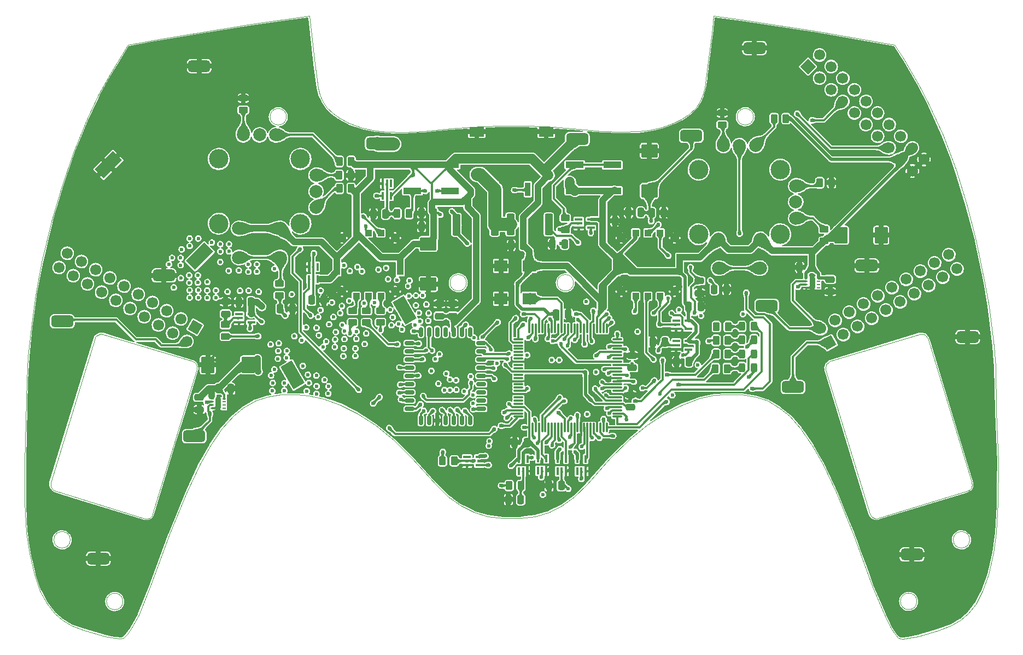
<source format=gbr>
%TF.GenerationSoftware,KiCad,Pcbnew,(6.0.9)*%
%TF.CreationDate,2022-11-22T19:39:31+02:00*%
%TF.ProjectId,PCB,5043422e-6b69-4636-9164-5f7063625858,rev?*%
%TF.SameCoordinates,Original*%
%TF.FileFunction,Copper,L1,Top*%
%TF.FilePolarity,Positive*%
%FSLAX46Y46*%
G04 Gerber Fmt 4.6, Leading zero omitted, Abs format (unit mm)*
G04 Created by KiCad (PCBNEW (6.0.9)) date 2022-11-22 19:39:31*
%MOMM*%
%LPD*%
G01*
G04 APERTURE LIST*
G04 Aperture macros list*
%AMRoundRect*
0 Rectangle with rounded corners*
0 $1 Rounding radius*
0 $2 $3 $4 $5 $6 $7 $8 $9 X,Y pos of 4 corners*
0 Add a 4 corners polygon primitive as box body*
4,1,4,$2,$3,$4,$5,$6,$7,$8,$9,$2,$3,0*
0 Add four circle primitives for the rounded corners*
1,1,$1+$1,$2,$3*
1,1,$1+$1,$4,$5*
1,1,$1+$1,$6,$7*
1,1,$1+$1,$8,$9*
0 Add four rect primitives between the rounded corners*
20,1,$1+$1,$2,$3,$4,$5,0*
20,1,$1+$1,$4,$5,$6,$7,0*
20,1,$1+$1,$6,$7,$8,$9,0*
20,1,$1+$1,$8,$9,$2,$3,0*%
%AMHorizOval*
0 Thick line with rounded ends*
0 $1 width*
0 $2 $3 position (X,Y) of the first rounded end (center of the circle)*
0 $4 $5 position (X,Y) of the second rounded end (center of the circle)*
0 Add line between two ends*
20,1,$1,$2,$3,$4,$5,0*
0 Add two circle primitives to create the rounded ends*
1,1,$1,$2,$3*
1,1,$1,$4,$5*%
%AMRotRect*
0 Rectangle, with rotation*
0 The origin of the aperture is its center*
0 $1 length*
0 $2 width*
0 $3 Rotation angle, in degrees counterclockwise*
0 Add horizontal line*
21,1,$1,$2,0,0,$3*%
G04 Aperture macros list end*
%TA.AperFunction,Profile*%
%ADD10C,0.100000*%
%TD*%
%TA.AperFunction,SMDPad,CuDef*%
%ADD11RoundRect,0.243750X0.243750X0.456250X-0.243750X0.456250X-0.243750X-0.456250X0.243750X-0.456250X0*%
%TD*%
%TA.AperFunction,SMDPad,CuDef*%
%ADD12RoundRect,0.450000X-1.270000X-0.450000X1.270000X-0.450000X1.270000X0.450000X-1.270000X0.450000X0*%
%TD*%
%TA.AperFunction,SMDPad,CuDef*%
%ADD13RoundRect,0.250000X-0.262500X-0.450000X0.262500X-0.450000X0.262500X0.450000X-0.262500X0.450000X0*%
%TD*%
%TA.AperFunction,SMDPad,CuDef*%
%ADD14RoundRect,0.150000X-0.150000X-0.587500X0.150000X-0.587500X0.150000X0.587500X-0.150000X0.587500X0*%
%TD*%
%TA.AperFunction,SMDPad,CuDef*%
%ADD15RoundRect,0.150000X-0.587500X-0.150000X0.587500X-0.150000X0.587500X0.150000X-0.587500X0.150000X0*%
%TD*%
%TA.AperFunction,SMDPad,CuDef*%
%ADD16RoundRect,0.250000X0.362500X1.425000X-0.362500X1.425000X-0.362500X-1.425000X0.362500X-1.425000X0*%
%TD*%
%TA.AperFunction,SMDPad,CuDef*%
%ADD17R,1.200000X0.400000*%
%TD*%
%TA.AperFunction,SMDPad,CuDef*%
%ADD18RoundRect,0.250000X-0.450000X0.262500X-0.450000X-0.262500X0.450000X-0.262500X0.450000X0.262500X0*%
%TD*%
%TA.AperFunction,SMDPad,CuDef*%
%ADD19RoundRect,0.250000X0.475000X-0.250000X0.475000X0.250000X-0.475000X0.250000X-0.475000X-0.250000X0*%
%TD*%
%TA.AperFunction,SMDPad,CuDef*%
%ADD20RoundRect,0.250000X0.250000X0.475000X-0.250000X0.475000X-0.250000X-0.475000X0.250000X-0.475000X0*%
%TD*%
%TA.AperFunction,SMDPad,CuDef*%
%ADD21R,0.500000X0.250000*%
%TD*%
%TA.AperFunction,SMDPad,CuDef*%
%ADD22R,0.900000X1.600000*%
%TD*%
%TA.AperFunction,SMDPad,CuDef*%
%ADD23R,2.800000X1.000000*%
%TD*%
%TA.AperFunction,SMDPad,CuDef*%
%ADD24RoundRect,0.250000X0.787500X1.025000X-0.787500X1.025000X-0.787500X-1.025000X0.787500X-1.025000X0*%
%TD*%
%TA.AperFunction,SMDPad,CuDef*%
%ADD25R,0.400000X1.200000*%
%TD*%
%TA.AperFunction,SMDPad,CuDef*%
%ADD26RoundRect,0.250000X0.262500X0.450000X-0.262500X0.450000X-0.262500X-0.450000X0.262500X-0.450000X0*%
%TD*%
%TA.AperFunction,SMDPad,CuDef*%
%ADD27RoundRect,0.250000X-0.475000X0.250000X-0.475000X-0.250000X0.475000X-0.250000X0.475000X0.250000X0*%
%TD*%
%TA.AperFunction,SMDPad,CuDef*%
%ADD28RoundRect,0.250000X-0.250000X-0.475000X0.250000X-0.475000X0.250000X0.475000X-0.250000X0.475000X0*%
%TD*%
%TA.AperFunction,SMDPad,CuDef*%
%ADD29RoundRect,0.250000X-1.025000X0.787500X-1.025000X-0.787500X1.025000X-0.787500X1.025000X0.787500X0*%
%TD*%
%TA.AperFunction,SMDPad,CuDef*%
%ADD30R,1.000000X1.000000*%
%TD*%
%TA.AperFunction,SMDPad,CuDef*%
%ADD31RotRect,1.000000X1.000000X135.000000*%
%TD*%
%TA.AperFunction,SMDPad,CuDef*%
%ADD32RotRect,1.000000X1.000000X45.000000*%
%TD*%
%TA.AperFunction,ComponentPad*%
%ADD33RotRect,1.700000X1.700000X120.000000*%
%TD*%
%TA.AperFunction,ComponentPad*%
%ADD34HorizOval,1.700000X0.000000X0.000000X0.000000X0.000000X0*%
%TD*%
%TA.AperFunction,SMDPad,CuDef*%
%ADD35RoundRect,0.250000X0.450000X-0.262500X0.450000X0.262500X-0.450000X0.262500X-0.450000X-0.262500X0*%
%TD*%
%TA.AperFunction,SMDPad,CuDef*%
%ADD36RoundRect,0.075000X-0.662500X-0.075000X0.662500X-0.075000X0.662500X0.075000X-0.662500X0.075000X0*%
%TD*%
%TA.AperFunction,SMDPad,CuDef*%
%ADD37RoundRect,0.075000X-0.075000X-0.662500X0.075000X-0.662500X0.075000X0.662500X-0.075000X0.662500X0*%
%TD*%
%TA.AperFunction,SMDPad,CuDef*%
%ADD38R,0.890000X2.080000*%
%TD*%
%TA.AperFunction,SMDPad,CuDef*%
%ADD39R,2.325000X1.520000*%
%TD*%
%TA.AperFunction,SMDPad,CuDef*%
%ADD40RoundRect,0.250000X-0.362500X-1.425000X0.362500X-1.425000X0.362500X1.425000X-0.362500X1.425000X0*%
%TD*%
%TA.AperFunction,SMDPad,CuDef*%
%ADD41RoundRect,0.250000X1.025000X-0.787500X1.025000X0.787500X-1.025000X0.787500X-1.025000X-0.787500X0*%
%TD*%
%TA.AperFunction,SMDPad,CuDef*%
%ADD42R,2.000000X1.800000*%
%TD*%
%TA.AperFunction,ComponentPad*%
%ADD43C,2.000000*%
%TD*%
%TA.AperFunction,ComponentPad*%
%ADD44C,3.000000*%
%TD*%
%TA.AperFunction,ComponentPad*%
%ADD45RotRect,1.700000X1.700000X45.000000*%
%TD*%
%TA.AperFunction,ComponentPad*%
%ADD46HorizOval,1.700000X0.000000X0.000000X0.000000X0.000000X0*%
%TD*%
%TA.AperFunction,ComponentPad*%
%ADD47RotRect,1.700000X1.700000X240.000000*%
%TD*%
%TA.AperFunction,ComponentPad*%
%ADD48HorizOval,1.700000X0.000000X0.000000X0.000000X0.000000X0*%
%TD*%
%TA.AperFunction,ComponentPad*%
%ADD49RotRect,2.000000X4.000000X135.000000*%
%TD*%
%TA.AperFunction,SMDPad,CuDef*%
%ADD50RoundRect,0.250000X-0.787500X-1.025000X0.787500X-1.025000X0.787500X1.025000X-0.787500X1.025000X0*%
%TD*%
%TA.AperFunction,ComponentPad*%
%ADD51RotRect,2.000000X4.000000X30.000000*%
%TD*%
%TA.AperFunction,ViaPad*%
%ADD52C,0.600000*%
%TD*%
%TA.AperFunction,Conductor*%
%ADD53C,0.320000*%
%TD*%
%TA.AperFunction,Conductor*%
%ADD54C,0.300000*%
%TD*%
%TA.AperFunction,Conductor*%
%ADD55C,0.500000*%
%TD*%
%TA.AperFunction,Conductor*%
%ADD56C,1.000000*%
%TD*%
%TA.AperFunction,Conductor*%
%ADD57C,1.500000*%
%TD*%
%TA.AperFunction,Conductor*%
%ADD58C,2.000000*%
%TD*%
G04 APERTURE END LIST*
D10*
X175615600Y-38887400D02*
X187248800Y-40665400D01*
X199390000Y-42799000D01*
X200710800Y-44831000D01*
X203250800Y-49199800D01*
X204622400Y-51892200D01*
X206857600Y-56769000D01*
X208889600Y-62204600D01*
X210515200Y-67437000D01*
X211988400Y-73025000D01*
X213360000Y-79629000D01*
X213969600Y-83235800D01*
X214731600Y-89433400D01*
X214985600Y-92532200D01*
X215138000Y-99491800D01*
X215442800Y-107365800D01*
X215392000Y-113614200D01*
X215138000Y-118237000D01*
X214680800Y-121386600D01*
X213918800Y-124739400D01*
X213004400Y-127330200D01*
X211937600Y-129311400D01*
X210769200Y-130784600D01*
X209600800Y-131800600D01*
X208127600Y-132664200D01*
X206197200Y-133375400D01*
X203047600Y-134289800D01*
X201523600Y-134594600D01*
X200558400Y-134747000D01*
X200304400Y-134696200D01*
X199948800Y-134543800D01*
X199491600Y-134035800D01*
X198780400Y-132969000D01*
X197815200Y-130987800D01*
X195986400Y-126669800D01*
X192989200Y-118541800D01*
X190398400Y-112141000D01*
X188264800Y-107670600D01*
X186639200Y-104825800D01*
X184810400Y-102133400D01*
X183083200Y-100203000D01*
X181559200Y-98983800D01*
X179679600Y-97866200D01*
X177800000Y-97256600D01*
X175666400Y-96901000D01*
X173126400Y-96901000D01*
X171450000Y-97002600D01*
X169113200Y-97510600D01*
X166522400Y-98475800D01*
X163880800Y-99796600D01*
X161036000Y-101625400D01*
X158242000Y-103962200D01*
X155346400Y-106756200D01*
X151790400Y-110769400D01*
X149758400Y-112750600D01*
X147878800Y-114071400D01*
X145897600Y-115087400D01*
X143713200Y-115747800D01*
X141325600Y-116052600D01*
X138734800Y-116052600D01*
X136398000Y-115747800D01*
X134213600Y-115087400D01*
X132181600Y-114122200D01*
X130302000Y-112750600D01*
X128320800Y-110769400D01*
X124714000Y-106807000D01*
X121818400Y-103911400D01*
X119024400Y-101676200D01*
X116230400Y-99847400D01*
X113538000Y-98475800D01*
X110998000Y-97561400D01*
X108610400Y-97053400D01*
X106934000Y-96901000D01*
X104394000Y-96901000D01*
X102311200Y-97256600D01*
X100431600Y-97866200D01*
X98552000Y-98933000D01*
X97028000Y-100203000D01*
X95250000Y-102133400D01*
X93421200Y-104775000D01*
X91795600Y-107619800D01*
X89712800Y-112141000D01*
X87122000Y-118491000D01*
X84124800Y-126568200D01*
X82346800Y-130987800D01*
X81280000Y-132969000D01*
X80568800Y-133985000D01*
X79959200Y-134543800D01*
X79552800Y-134696200D01*
X78536800Y-134594600D01*
X77063600Y-134289800D01*
X73863200Y-133375400D01*
X71882000Y-132664200D01*
X70459600Y-131800600D01*
X69291200Y-130784600D01*
X68122800Y-129260600D01*
X67056000Y-127330200D01*
X66141600Y-124790200D01*
X65379600Y-121437400D01*
X64922400Y-118237000D01*
X64668400Y-113563400D01*
X64668400Y-107365800D01*
X64973200Y-94665800D01*
X65176400Y-91059000D01*
X65633600Y-86537800D01*
X66344800Y-81457800D01*
X67310000Y-76377800D01*
X68884800Y-69824600D01*
X70307200Y-64998600D01*
X72186800Y-59461400D01*
X74269600Y-54330600D01*
X76098400Y-50520600D01*
X78079600Y-46964600D01*
X80670400Y-42799000D01*
X86360000Y-41783000D01*
X99822000Y-39547800D01*
X108762800Y-38328600D01*
X109575600Y-45745400D01*
X110083600Y-49453800D01*
X110337600Y-50469800D01*
X110794800Y-51485800D01*
X111455200Y-52501800D01*
X112369600Y-53416200D01*
X113334800Y-54076600D01*
X114858800Y-54940200D01*
X116941600Y-55651400D01*
X118973600Y-56057800D01*
X120751600Y-56261000D01*
X123342400Y-56311800D01*
X126390400Y-56159400D01*
X130606800Y-55753000D01*
X135280400Y-55397400D01*
X138836400Y-55295800D01*
X141681200Y-55295800D01*
X145491200Y-55448200D01*
X150418800Y-55854600D01*
X154076400Y-56159400D01*
X157073600Y-56261000D01*
X159715200Y-56210200D01*
X161340800Y-56007000D01*
X163271200Y-55600600D01*
X165303200Y-54838600D01*
X166370000Y-54330600D01*
X167538400Y-53517800D01*
X168605200Y-52501800D01*
X169214800Y-51587400D01*
X169621200Y-50571400D01*
X169976800Y-49453800D01*
X170332400Y-46710600D01*
X171145200Y-40360600D01*
X171297600Y-38328600D01*
X175615600Y-38887400D01*
X79886044Y-128933444D02*
G75*
G03*
X79886044Y-128933444I-1273044J0D01*
G01*
X177523644Y-53927244D02*
G75*
G03*
X177523644Y-53927244I-1273044J0D01*
G01*
X133073644Y-79606644D02*
G75*
G03*
X133073644Y-79606644I-1273044J0D01*
G01*
X202822044Y-128908044D02*
G75*
G03*
X202822044Y-128908044I-1273044J0D01*
G01*
X76758800Y-87553800D02*
X90627200Y-91770200D01*
X91033600Y-91973400D01*
X91236800Y-92227400D01*
X91287600Y-92481400D01*
X91338400Y-92684600D01*
X91338400Y-93040200D01*
X84480400Y-115392200D01*
X84429600Y-115544600D01*
X84277200Y-115798600D01*
X84023200Y-116001800D01*
X83667600Y-116103400D01*
X83261200Y-116103400D01*
X69392800Y-111836200D01*
X69138800Y-111683800D01*
X68986400Y-111531400D01*
X68783200Y-111277400D01*
X68681600Y-111023400D01*
X68681600Y-110566200D01*
X75539600Y-88214200D01*
X75590400Y-88011000D01*
X75742800Y-87858600D01*
X76047600Y-87655400D01*
X76403200Y-87503000D01*
X76758800Y-87553800D01*
X149659844Y-79606644D02*
G75*
G03*
X149659844Y-79606644I-1273044J0D01*
G01*
X203962000Y-87604600D02*
X204114400Y-87655400D01*
X204266800Y-87858600D01*
X204368400Y-88011000D01*
X204520800Y-88214200D01*
X211277200Y-110363000D01*
X211328000Y-110566200D01*
X211378800Y-110871000D01*
X211328000Y-111175800D01*
X211226400Y-111429800D01*
X211023200Y-111633000D01*
X210667600Y-111836200D01*
X196850000Y-116052600D01*
X196697600Y-116103400D01*
X196392800Y-116103400D01*
X195884800Y-115900200D01*
X195681600Y-115646200D01*
X195529200Y-115392200D01*
X188722000Y-93091000D01*
X188671200Y-92735400D01*
X188772800Y-92329000D01*
X188874400Y-92176600D01*
X189179200Y-91871800D01*
X189382400Y-91770200D01*
X203250800Y-87553800D01*
X203708000Y-87553800D01*
X203962000Y-87604600D01*
X211000844Y-119383044D02*
G75*
G03*
X211000844Y-119383044I-1273044J0D01*
G01*
X105209844Y-53927244D02*
G75*
G03*
X105209844Y-53927244I-1273044J0D01*
G01*
X71732644Y-119383044D02*
G75*
G03*
X71732644Y-119383044I-1273044J0D01*
G01*
D11*
%TO.P,D1,1,K*%
%TO.N,LED_L1*%
X177594500Y-92735400D03*
%TO.P,D1,2,A*%
%TO.N,Net-(D1-Pad2)*%
X175719500Y-92735400D03*
%TD*%
D12*
%TO.P,TP14,1,1*%
%TO.N,Earth*%
X86233000Y-78486000D03*
%TD*%
D13*
%TO.P,R31,1*%
%TO.N,Net-(R31-Pad1)*%
X180722900Y-54203600D03*
%TO.P,R31,2*%
%TO.N,+3V3*%
X182547900Y-54203600D03*
%TD*%
D14*
%TO.P,U5,1,NC*%
%TO.N,unconnected-(U5-Pad1)*%
X129819400Y-87218700D03*
%TO.P,U5,2,NC*%
%TO.N,unconnected-(U5-Pad2)*%
X128549400Y-87218700D03*
%TO.P,U5,3,A15*%
%TO.N,MEM_ADDR_15*%
X127279400Y-87218700D03*
%TO.P,U5,4,A12*%
%TO.N,MEM_ADDR_12*%
X126009400Y-87218700D03*
D15*
%TO.P,U5,5,A7*%
%TO.N,MEM_ADDR_7*%
X124256900Y-88976200D03*
%TO.P,U5,6,A6*%
%TO.N,MEM_ADDR_6*%
X124256900Y-90246200D03*
%TO.P,U5,7,A5*%
%TO.N,MEM_ADDR_5*%
X124256900Y-91516200D03*
%TO.P,U5,8,A4*%
%TO.N,MEM_ADDR_4*%
X124256900Y-92786200D03*
%TO.P,U5,9,A3*%
%TO.N,MEM_ADDR_3*%
X124256900Y-94056200D03*
%TO.P,U5,10,A2*%
%TO.N,MEM_ADDR_2*%
X124256900Y-95326200D03*
%TO.P,U5,11,A1*%
%TO.N,MEM_ADDR_1*%
X124256900Y-96596200D03*
%TO.P,U5,12,A0*%
%TO.N,MEM_ADDR_0*%
X124256900Y-97866200D03*
%TO.P,U5,13,I/O0*%
%TO.N,Net-(R8-Pad8)*%
X124256900Y-99136200D03*
D14*
%TO.P,U5,14,I/O1*%
%TO.N,Net-(R8-Pad7)*%
X126009400Y-100893700D03*
%TO.P,U5,15,I/O2*%
%TO.N,Net-(R8-Pad6)*%
X127279400Y-100893700D03*
%TO.P,U5,16,GND*%
%TO.N,Earth*%
X128549400Y-100893700D03*
%TO.P,U5,17,I/O3*%
%TO.N,Net-(R8-Pad5)*%
X129819400Y-100893700D03*
%TO.P,U5,18,I/O4*%
%TO.N,Net-(R8-Pad4)*%
X131089400Y-100893700D03*
%TO.P,U5,19,I/O5*%
%TO.N,Net-(R8-Pad3)*%
X132359400Y-100893700D03*
%TO.P,U5,20,I/O6*%
%TO.N,Net-(R8-Pad2)*%
X133629400Y-100893700D03*
D15*
%TO.P,U5,21,I/O7*%
%TO.N,Net-(R8-Pad1)*%
X135381900Y-99136200D03*
%TO.P,U5,22,CE*%
%TO.N,MEM_CE*%
X135381900Y-97866200D03*
%TO.P,U5,23,A10*%
%TO.N,MEM_ADDR_10*%
X135381900Y-96596200D03*
%TO.P,U5,24,OE*%
%TO.N,MEM_OE*%
X135381900Y-95326200D03*
%TO.P,U5,25,A11*%
%TO.N,MEM_ADDR_11*%
X135381900Y-94056200D03*
%TO.P,U5,26,A9*%
%TO.N,MEM_ADDR_9*%
X135381900Y-92786200D03*
%TO.P,U5,27,A8*%
%TO.N,MEM_ADDR_8*%
X135381900Y-91516200D03*
%TO.P,U5,28,A13*%
%TO.N,MEM_ADDR_13*%
X135381900Y-90246200D03*
%TO.P,U5,29,A14*%
%TO.N,MEM_ADDR_14*%
X135381900Y-88976200D03*
D14*
%TO.P,U5,30,NC*%
%TO.N,unconnected-(U5-Pad30)*%
X133629400Y-87218700D03*
%TO.P,U5,31,WE*%
%TO.N,MEM_WE*%
X132359400Y-87218700D03*
%TO.P,U5,32,VCC*%
%TO.N,+3V3*%
X131089400Y-87218700D03*
%TD*%
D16*
%TO.P,R1,1*%
%TO.N,+6V*%
X137455500Y-70637400D03*
%TO.P,R1,2*%
%TO.N,/RR1*%
X131530500Y-70637400D03*
%TD*%
D17*
%TO.P,IC3,1,NC*%
%TO.N,unconnected-(IC3-Pad1)*%
X165547000Y-88631000D03*
%TO.P,IC3,2,A*%
%TO.N,Net-(C44-Pad1)*%
X165547000Y-89281000D03*
%TO.P,IC3,3,GND*%
%TO.N,Earth*%
X165547000Y-89931000D03*
%TO.P,IC3,4,Y*%
%TO.N,DPAD_OUT_02*%
X167447000Y-89931000D03*
%TO.P,IC3,5,VCC*%
%TO.N,+3V3*%
X167447000Y-88631000D03*
%TD*%
D18*
%TO.P,R22,1*%
%TO.N,Net-(R22-Pad1)*%
X117602000Y-83947000D03*
%TO.P,R22,2*%
%TO.N,Net-(C56-Pad1)*%
X117602000Y-85772000D03*
%TD*%
D11*
%TO.P,D4,1,K*%
%TO.N,LED_L4*%
X177594500Y-86360000D03*
%TO.P,D4,2,A*%
%TO.N,Net-(D4-Pad2)*%
X175719500Y-86360000D03*
%TD*%
D19*
%TO.P,C25,1*%
%TO.N,+3V3*%
X128879600Y-84770000D03*
%TO.P,C25,2*%
%TO.N,Earth*%
X128879600Y-82870000D03*
%TD*%
D17*
%TO.P,IC9,1,NC*%
%TO.N,unconnected-(IC9-Pad1)*%
X165547000Y-85456000D03*
%TO.P,IC9,2,A*%
%TO.N,Net-(C56-Pad1)*%
X165547000Y-86106000D03*
%TO.P,IC9,3,GND*%
%TO.N,Earth*%
X165547000Y-86756000D03*
%TO.P,IC9,4,Y*%
%TO.N,DPAD_OUT_32*%
X167447000Y-86756000D03*
%TO.P,IC9,5,VCC*%
%TO.N,+3V3*%
X167447000Y-85456000D03*
%TD*%
D20*
%TO.P,C16,1*%
%TO.N,+2V5*%
X160055600Y-68732400D03*
%TO.P,C16,2*%
%TO.N,Earth*%
X158155600Y-68732400D03*
%TD*%
D21*
%TO.P,U1,1,VM*%
%TO.N,+3V3*%
X185679000Y-78867000D03*
%TO.P,U1,2,OUT1*%
%TO.N,/M_out1*%
X185679000Y-79367000D03*
%TO.P,U1,3,OUT2*%
%TO.N,/M_out2*%
X185679000Y-79867000D03*
%TO.P,U1,4,GND*%
%TO.N,Earth*%
X185679000Y-80367000D03*
%TO.P,U1,5,IN2*%
%TO.N,MTR_NSLEEP2*%
X187579000Y-80367000D03*
%TO.P,U1,6,IN1*%
%TO.N,MTR_IN_22*%
X187579000Y-79867000D03*
%TO.P,U1,7,~{SLEEP}*%
%TO.N,MTR_IN_12*%
X187579000Y-79367000D03*
%TO.P,U1,8,VCC*%
%TO.N,+3V3*%
X187579000Y-78867000D03*
D22*
%TO.P,U1,9,GND*%
%TO.N,Earth*%
X186629000Y-79617000D03*
%TD*%
D12*
%TO.P,TP6,1,1*%
%TO.N,+3V3*%
X150241000Y-57404000D03*
%TD*%
D13*
%TO.P,R17,1*%
%TO.N,Net-(R17-Pad1)*%
X139700000Y-110998000D03*
%TO.P,R17,2*%
%TO.N,Net-(C46-Pad1)*%
X141525000Y-110998000D03*
%TD*%
D23*
%TO.P,S5,1,COM_1*%
%TO.N,+3V3*%
X130510000Y-61380000D03*
%TO.P,S5,2,COM_2*%
X124710000Y-61380000D03*
%TO.P,S5,3,NO_1*%
%TO.N,/P2*%
X124710000Y-65380000D03*
%TO.P,S5,4,NO_2*%
X130510000Y-65380000D03*
%TD*%
D24*
%TO.P,C3,1*%
%TO.N,+3V3*%
X99251500Y-92329000D03*
%TO.P,C3,2*%
%TO.N,Earth*%
X93026500Y-92329000D03*
%TD*%
D25*
%TO.P,IC15,1,NC*%
%TO.N,unconnected-(IC15-Pad1)*%
X121401600Y-64251800D03*
%TO.P,IC15,2,A*%
%TO.N,Net-(C68-Pad1)*%
X120751600Y-64251800D03*
%TO.P,IC15,3,GND*%
%TO.N,Earth*%
X120101600Y-64251800D03*
%TO.P,IC15,4,Y*%
%TO.N,BUTT_OUT2*%
X120101600Y-66151800D03*
%TO.P,IC15,5,VCC*%
%TO.N,+3V3*%
X121401600Y-66151800D03*
%TD*%
D11*
%TO.P,D3,1,K*%
%TO.N,LED_L3*%
X177592200Y-88442800D03*
%TO.P,D3,2,A*%
%TO.N,Net-(D3-Pad2)*%
X175717200Y-88442800D03*
%TD*%
D20*
%TO.P,C44,1*%
%TO.N,Net-(C44-Pad1)*%
X163830000Y-88773000D03*
%TO.P,C44,2*%
%TO.N,Earth*%
X161930000Y-88773000D03*
%TD*%
D26*
%TO.P,R3,1*%
%TO.N,Net-(D1-Pad2)*%
X173457000Y-92887800D03*
%TO.P,R3,2*%
%TO.N,LED_H1*%
X171632000Y-92887800D03*
%TD*%
D25*
%TO.P,IC11,1,NC*%
%TO.N,unconnected-(IC11-Pad1)*%
X150226000Y-108773000D03*
%TO.P,IC11,2,A*%
%TO.N,Net-(C60-Pad1)*%
X150876000Y-108773000D03*
%TO.P,IC11,3,GND*%
%TO.N,Earth*%
X151526000Y-108773000D03*
%TO.P,IC11,4,Y*%
%TO.N,DPAD_OUT_42*%
X151526000Y-106873000D03*
%TO.P,IC11,5,VCC*%
%TO.N,+3V3*%
X150226000Y-106873000D03*
%TD*%
D13*
%TO.P,R35,1*%
%TO.N,Net-(R35-Pad1)*%
X187784100Y-64135000D03*
%TO.P,R35,2*%
%TO.N,Earth*%
X189609100Y-64135000D03*
%TD*%
D27*
%TO.P,C4,1*%
%TO.N,+3V3*%
X189404000Y-79109000D03*
%TO.P,C4,2*%
%TO.N,Earth*%
X189404000Y-81009000D03*
%TD*%
D12*
%TO.P,TP12,1,1*%
%TO.N,Earth*%
X210693000Y-88011000D03*
%TD*%
D28*
%TO.P,C1,1*%
%TO.N,+3V3*%
X94681000Y-96012000D03*
%TO.P,C1,2*%
%TO.N,Earth*%
X96581000Y-96012000D03*
%TD*%
D18*
%TO.P,R7,1*%
%TO.N,/P1*%
X148361400Y-69597900D03*
%TO.P,R7,2*%
%TO.N,Net-(C22-Pad1)*%
X148361400Y-71422900D03*
%TD*%
D13*
%TO.P,R29,1*%
%TO.N,Net-(R29-Pad1)*%
X113387500Y-65024000D03*
%TO.P,R29,2*%
%TO.N,+3V3*%
X115212500Y-65024000D03*
%TD*%
D29*
%TO.P,C12,1*%
%TO.N,+3V3*%
X127152400Y-73595500D03*
%TO.P,C12,2*%
%TO.N,Earth*%
X127152400Y-79820500D03*
%TD*%
D30*
%TO.P,S3,1,A*%
%TO.N,+3V3*%
X113017000Y-77900000D03*
%TO.P,S3,2,B*%
X122817000Y-77900000D03*
%TO.P,S3,3,C*%
X122817000Y-75700000D03*
%TO.P,S3,4,D*%
X113017000Y-75700000D03*
%TO.P,S3,5,E*%
X116017000Y-71900000D03*
%TO.P,S3,6,F*%
%TO.N,Net-(R16-Pad1)*%
X117917000Y-71900000D03*
%TO.P,S3,7,G*%
%TO.N,Net-(R18-Pad1)*%
X119817000Y-71900000D03*
%TO.P,S3,8,H*%
%TO.N,Net-(R20-Pad1)*%
X116017000Y-81700000D03*
%TO.P,S3,9,J*%
%TO.N,Net-(R22-Pad1)*%
X117917000Y-81700000D03*
%TO.P,S3,10,K*%
%TO.N,Net-(R24-Pad1)*%
X119817000Y-81700000D03*
D31*
%TO.P,S3,11,GND*%
%TO.N,Earth*%
X122053570Y-80936570D03*
D32*
%TO.P,S3,12,GND*%
X122053570Y-72663430D03*
D31*
%TO.P,S3,13,GND*%
X113780430Y-72663430D03*
D32*
%TO.P,S3,14,GND*%
X113780430Y-80936570D03*
%TD*%
D26*
%TO.P,R6,1*%
%TO.N,Net-(D4-Pad2)*%
X173609400Y-86385400D03*
%TO.P,R6,2*%
%TO.N,LED_H4*%
X171784400Y-86385400D03*
%TD*%
D33*
%TO.P,J2,1,Pin_1*%
%TO.N,/M_out2*%
X189239773Y-88900000D03*
D34*
%TO.P,J2,2,Pin_2*%
%TO.N,/M_out1*%
X187969773Y-86700295D03*
%TO.P,J2,3,Pin_3*%
%TO.N,unconnected-(J2-Pad3)*%
X191439478Y-87630000D03*
%TO.P,J2,4,Pin_4*%
%TO.N,unconnected-(J2-Pad4)*%
X190169478Y-85430295D03*
%TO.P,J2,5,Pin_5*%
%TO.N,unconnected-(J2-Pad5)*%
X193639182Y-86360000D03*
%TO.P,J2,6,Pin_6*%
%TO.N,unconnected-(J2-Pad6)*%
X192369182Y-84160295D03*
%TO.P,J2,7,Pin_7*%
%TO.N,unconnected-(J2-Pad7)*%
X195838887Y-85090000D03*
%TO.P,J2,8,Pin_8*%
%TO.N,unconnected-(J2-Pad8)*%
X194568887Y-82890295D03*
%TO.P,J2,9,Pin_9*%
%TO.N,unconnected-(J2-Pad9)*%
X198038591Y-83820000D03*
%TO.P,J2,10,Pin_10*%
%TO.N,unconnected-(J2-Pad10)*%
X196768591Y-81620295D03*
%TO.P,J2,11,Pin_11*%
%TO.N,unconnected-(J2-Pad11)*%
X200238296Y-82550000D03*
%TO.P,J2,12,Pin_12*%
%TO.N,unconnected-(J2-Pad12)*%
X198968296Y-80350295D03*
%TO.P,J2,13,Pin_13*%
%TO.N,unconnected-(J2-Pad13)*%
X202438000Y-81280000D03*
%TO.P,J2,14,Pin_14*%
%TO.N,unconnected-(J2-Pad14)*%
X201168000Y-79080295D03*
%TO.P,J2,15,Pin_15*%
%TO.N,unconnected-(J2-Pad15)*%
X204637705Y-80010000D03*
%TO.P,J2,16,Pin_16*%
%TO.N,unconnected-(J2-Pad16)*%
X203367705Y-77810295D03*
%TO.P,J2,17,Pin_17*%
%TO.N,unconnected-(J2-Pad17)*%
X206837409Y-78740000D03*
%TO.P,J2,18,Pin_18*%
%TO.N,unconnected-(J2-Pad18)*%
X205567409Y-76540295D03*
%TO.P,J2,19,Pin_19*%
%TO.N,unconnected-(J2-Pad19)*%
X209037114Y-77470000D03*
%TO.P,J2,20,Pin_20*%
%TO.N,unconnected-(J2-Pad20)*%
X207767114Y-75270295D03*
%TD*%
D35*
%TO.P,R28,1*%
%TO.N,Net-(R28-Pad1)*%
X98526600Y-52880900D03*
%TO.P,R28,2*%
%TO.N,Earth*%
X98526600Y-51055900D03*
%TD*%
D17*
%TO.P,IC2,1,NC*%
%TO.N,unconnected-(IC2-Pad1)*%
X150459400Y-69784200D03*
%TO.P,IC2,2,A*%
%TO.N,Net-(C22-Pad1)*%
X150459400Y-70434200D03*
%TO.P,IC2,3,GND*%
%TO.N,Earth*%
X150459400Y-71084200D03*
%TO.P,IC2,4,Y*%
%TO.N,BUTT_OUT1*%
X152359400Y-71084200D03*
%TO.P,IC2,5,VCC*%
%TO.N,+3V3*%
X152359400Y-69784200D03*
%TD*%
D20*
%TO.P,C61,1*%
%TO.N,+3V3*%
X167513000Y-91821000D03*
%TO.P,C61,2*%
%TO.N,Earth*%
X165613000Y-91821000D03*
%TD*%
D25*
%TO.P,IC4,1,NC*%
%TO.N,unconnected-(IC4-Pad1)*%
X141209000Y-108773000D03*
%TO.P,IC4,2,A*%
%TO.N,Net-(C46-Pad1)*%
X141859000Y-108773000D03*
%TO.P,IC4,3,GND*%
%TO.N,Earth*%
X142509000Y-108773000D03*
%TO.P,IC4,4,Y*%
%TO.N,DPAD_OUT_01*%
X142509000Y-106873000D03*
%TO.P,IC4,5,VCC*%
%TO.N,+3V3*%
X141209000Y-106873000D03*
%TD*%
D20*
%TO.P,C5,1*%
%TO.N,+3V3*%
X186563000Y-77204000D03*
%TO.P,C5,2*%
%TO.N,Earth*%
X184663000Y-77204000D03*
%TD*%
D28*
%TO.P,C41,1*%
%TO.N,+3V3*%
X146954200Y-84429600D03*
%TO.P,C41,2*%
%TO.N,Earth*%
X148854200Y-84429600D03*
%TD*%
D36*
%TO.P,U4,1,TMS*%
%TO.N,TMS*%
X141130700Y-88335600D03*
%TO.P,U4,2,TDI*%
%TO.N,TDI*%
X141130700Y-88835600D03*
%TO.P,U4,3,IO_L01P_3*%
%TO.N,unconnected-(U4-Pad3)*%
X141130700Y-89335600D03*
%TO.P,U4,4,IO_L01N_3*%
%TO.N,unconnected-(U4-Pad4)*%
X141130700Y-89835600D03*
%TO.P,U4,5,IO_L02P_3*%
%TO.N,unconnected-(U4-Pad5)*%
X141130700Y-90335600D03*
%TO.P,U4,6,IO_L02N_3*%
%TO.N,unconnected-(U4-Pad6)*%
X141130700Y-90835600D03*
%TO.P,U4,7,IP_3/VREF_3*%
%TO.N,unconnected-(U4-Pad7)*%
X141130700Y-91335600D03*
%TO.P,U4,8,GND*%
%TO.N,Earth*%
X141130700Y-91835600D03*
%TO.P,U4,9,IO_L03P_3/LHCLK0*%
%TO.N,unconnected-(U4-Pad9)*%
X141130700Y-92335600D03*
%TO.P,U4,10,IO_L03N_3/LHCLK1*%
%TO.N,unconnected-(U4-Pad10)*%
X141130700Y-92835600D03*
%TO.P,U4,11,Vcco_3*%
%TO.N,+3V3*%
X141130700Y-93335600D03*
%TO.P,U4,12,IO_L04P_3/LHCLK2*%
%TO.N,unconnected-(U4-Pad12)*%
X141130700Y-93835600D03*
%TO.P,U4,13,IO_L04N_3/IRDY2/LHCLK3*%
%TO.N,unconnected-(U4-Pad13)*%
X141130700Y-94335600D03*
%TO.P,U4,14,GND*%
%TO.N,Earth*%
X141130700Y-94835600D03*
%TO.P,U4,15,IO_L05P_3/TRDY2/LHCLK6*%
%TO.N,unconnected-(U4-Pad15)*%
X141130700Y-95335600D03*
%TO.P,U4,16,IO_L05N_3/LHCLK7*%
%TO.N,unconnected-(U4-Pad16)*%
X141130700Y-95835600D03*
%TO.P,U4,17,VCCINT*%
%TO.N,+2V5*%
X141130700Y-96335600D03*
%TO.P,U4,18,GND*%
%TO.N,Earth*%
X141130700Y-96835600D03*
%TO.P,U4,19,IO_L06P_3*%
%TO.N,unconnected-(U4-Pad19)*%
X141130700Y-97335600D03*
%TO.P,U4,20,IO_L06N_3*%
%TO.N,unconnected-(U4-Pad20)*%
X141130700Y-97835600D03*
%TO.P,U4,21,IP_3*%
%TO.N,AD_CS*%
X141130700Y-98335600D03*
%TO.P,U4,22,VCCAUX*%
%TO.N,+3V3*%
X141130700Y-98835600D03*
%TO.P,U4,23,IO_L01P_2/M1*%
%TO.N,JOY_BUTT_OUT1*%
X141130700Y-99335600D03*
%TO.P,U4,24,IO_L02P_2/M2*%
%TO.N,JOY_Y_OUT1*%
X141130700Y-99835600D03*
%TO.P,U4,25,IO_L01N_2/M0*%
%TO.N,BUTT_OUT2*%
X141130700Y-100335600D03*
D37*
%TO.P,U4,26,Vcco_2*%
%TO.N,+3V3*%
X142793200Y-101998100D03*
%TO.P,U4,27,IO_L02N_2/CSO_B*%
%TO.N,JOY_BUTT_OUT2*%
X143293200Y-101998100D03*
%TO.P,U4,28,IO_L03P_2/RDWR_B*%
%TO.N,JOY_X_OUT1*%
X143793200Y-101998100D03*
%TO.P,U4,29,IO_L04P_2/VS2_(*%
%TO.N,DPAD_OUT_01*%
X144293200Y-101998100D03*
%TO.P,U4,30,IO_L03N_2/VS1_(*%
%TO.N,JOY_Y_OUT2*%
X144793200Y-101998100D03*
%TO.P,U4,31,IO_L04N_2/VS0*%
%TO.N,JOY_X_OUT2*%
X145293200Y-101998100D03*
%TO.P,U4,32,IO_L05P_2*%
%TO.N,DPAD_OUT_11*%
X145793200Y-101998100D03*
%TO.P,U4,33,IO_L06P_2*%
%TO.N,DPAD_OUT_21*%
X146293200Y-101998100D03*
%TO.P,U4,34,IO_L05N_2/D7_(*%
%TO.N,DPAD_OUT_02*%
X146793200Y-101998100D03*
%TO.P,U4,35,IO_L06N_2/D6*%
%TO.N,DPAD_OUT_12*%
X147293200Y-101998100D03*
%TO.P,U4,36,IO_L07P_2/D5*%
%TO.N,DPAD_OUT_31*%
X147793200Y-101998100D03*
%TO.P,U4,37,IO_L07N_2/D4*%
%TO.N,DPAD_OUT_22*%
X148293200Y-101998100D03*
%TO.P,U4,38,VCCINT*%
%TO.N,+2V5*%
X148793200Y-101998100D03*
%TO.P,U4,39,IP_2/VREF_2*%
%TO.N,SCK*%
X149293200Y-101998100D03*
%TO.P,U4,40,IO_L08P_2/GCLK14*%
%TO.N,DPAD_OUT_41*%
X149793200Y-101998100D03*
%TO.P,U4,41,IO_L08N_2/GCLK15*%
%TO.N,DPAD_OUT_32*%
X150293200Y-101998100D03*
%TO.P,U4,42,GND*%
%TO.N,Earth*%
X150793200Y-101998100D03*
%TO.P,U4,43,IO_L09P_2/GCLK0*%
%TO.N,LED_L1*%
X151293200Y-101998100D03*
%TO.P,U4,44,IO_L09N_2/GCLK1*%
%TO.N,DPAD_OUT_42*%
X151793200Y-101998100D03*
%TO.P,U4,45,Vcco_2*%
%TO.N,+3V3*%
X152293200Y-101998100D03*
%TO.P,U4,46,IO_2/MOSI/CSI_B*%
%TO.N,BUTT_OUT1*%
X152793200Y-101998100D03*
%TO.P,U4,47,GND*%
%TO.N,Earth*%
X153293200Y-101998100D03*
%TO.P,U4,48,IO_L10P_2/INIT_B*%
%TO.N,LED_L3*%
X153793200Y-101998100D03*
%TO.P,U4,49,IO_L10N_2/D3*%
%TO.N,LED_L2*%
X154293200Y-101998100D03*
%TO.P,U4,50,IO_L11P_2/D2*%
%TO.N,LED_H1*%
X154793200Y-101998100D03*
D36*
%TO.P,U4,51,IO_L11N_2/D0/DIN/MISO*%
%TO.N,LED_L4*%
X156455700Y-100335600D03*
%TO.P,U4,52,IO_L12P_2/D1*%
%TO.N,LED_H3*%
X156455700Y-99835600D03*
%TO.P,U4,53,IO_L12N_2/CCLK*%
%TO.N,LED_H2*%
X156455700Y-99335600D03*
%TO.P,U4,54,DONE*%
%TO.N,DONE*%
X156455700Y-98835600D03*
%TO.P,U4,55,VCCAUX*%
%TO.N,+3V3*%
X156455700Y-98335600D03*
%TO.P,U4,56,IO_L01P_1*%
%TO.N,MEM_D_6*%
X156455700Y-97835600D03*
%TO.P,U4,57,IO_L01N_1*%
%TO.N,MEM_ADDR_12*%
X156455700Y-97335600D03*
%TO.P,U4,58,GND*%
%TO.N,Earth*%
X156455700Y-96835600D03*
%TO.P,U4,59,IO_L02P_1/RHCLK0*%
%TO.N,MEM_ADDR_15*%
X156455700Y-96335600D03*
%TO.P,U4,60,IO_L02N_1/RHCLK1*%
%TO.N,MEM_WE*%
X156455700Y-95835600D03*
%TO.P,U4,61,IO_L03P_1/RHCLK2*%
%TO.N,MEM_D_7*%
X156455700Y-95335600D03*
%TO.P,U4,62,IO_L03N_1/TRDY1/RHCLK3*%
%TO.N,MEM_D_4*%
X156455700Y-94835600D03*
%TO.P,U4,63,GND*%
%TO.N,Earth*%
X156455700Y-94335600D03*
%TO.P,U4,64,IO_L04P_1/IRDY1/RHCLK6*%
%TO.N,MEM_ADDR_13*%
X156455700Y-93835600D03*
%TO.P,U4,65,IO_L04N_1/RHCLK7*%
%TO.N,MEM_D_5*%
X156455700Y-93335600D03*
%TO.P,U4,66,VCCINT*%
%TO.N,+2V5*%
X156455700Y-92835600D03*
%TO.P,U4,67,Vcco_1*%
%TO.N,+3V3*%
X156455700Y-92335600D03*
%TO.P,U4,68,IP_1/VREF_1*%
%TO.N,SDO*%
X156455700Y-91835600D03*
%TO.P,U4,69,GND*%
%TO.N,Earth*%
X156455700Y-91335600D03*
%TO.P,U4,70,IO_L05P_1*%
%TO.N,MEM_ADDR_8*%
X156455700Y-90835600D03*
%TO.P,U4,71,IO_L05N_1*%
%TO.N,MEM_ADDR_14*%
X156455700Y-90335600D03*
%TO.P,U4,72,IO_L06P_1*%
%TO.N,MEM_ADDR_11*%
X156455700Y-89835600D03*
%TO.P,U4,73,IO_L06N_1*%
%TO.N,MEM_ADDR_9*%
X156455700Y-89335600D03*
%TO.P,U4,74,GND*%
%TO.N,Earth*%
X156455700Y-88835600D03*
%TO.P,U4,75,TDO*%
%TO.N,TDO*%
X156455700Y-88335600D03*
D37*
%TO.P,U4,76,TCK*%
%TO.N,TCK*%
X154793200Y-86673100D03*
%TO.P,U4,77,IO_L01P_0/VREF_0*%
%TO.N,MEM_ADDR_2*%
X154293200Y-86673100D03*
%TO.P,U4,78,IO_L01N_0*%
%TO.N,MEM_ADDR_0*%
X153793200Y-86673100D03*
%TO.P,U4,79,Vcco_0*%
%TO.N,+3V3*%
X153293200Y-86673100D03*
%TO.P,U4,80,GND*%
%TO.N,Earth*%
X152793200Y-86673100D03*
%TO.P,U4,81,VCCINT*%
%TO.N,+2V5*%
X152293200Y-86673100D03*
%TO.P,U4,82,IP_0/VREF_0*%
%TO.N,ACCEL_CS*%
X151793200Y-86673100D03*
%TO.P,U4,83,IO_L02P_0/GCLK4*%
%TO.N,MEM_ADDR_5*%
X151293200Y-86673100D03*
%TO.P,U4,84,IO_L02N_0/GCLK5*%
%TO.N,MEM_ADDR_1*%
X150793200Y-86673100D03*
%TO.P,U4,85,IO_L02P_0/GCLK6*%
%TO.N,MEM_ADDR_6*%
X150293200Y-86673100D03*
%TO.P,U4,86,IO_L02N_0/GCLK7*%
%TO.N,MEM_ADDR_3*%
X149793200Y-86673100D03*
%TO.P,U4,87,GND*%
%TO.N,Earth*%
X149293200Y-86673100D03*
%TO.P,U4,88,IO_L02P_0/GCLK8*%
%TO.N,MEM_D_0*%
X148793200Y-86673100D03*
%TO.P,U4,89,IO_L02N_0/GCLK9*%
%TO.N,MEM_ADDR_4*%
X148293200Y-86673100D03*
%TO.P,U4,90,IO_0/GCLK11*%
%TO.N,25MHz*%
X147793200Y-86673100D03*
%TO.P,U4,91,GND*%
%TO.N,Earth*%
X147293200Y-86673100D03*
%TO.P,U4,92,VCCAUX*%
%TO.N,+3V3*%
X146793200Y-86673100D03*
%TO.P,U4,93,IO_L05P_0*%
%TO.N,MEM_D_3*%
X146293200Y-86673100D03*
%TO.P,U4,94,IO_L05N_0*%
%TO.N,MEM_ADDR_7*%
X145793200Y-86673100D03*
%TO.P,U4,95,GND*%
%TO.N,Earth*%
X145293200Y-86673100D03*
%TO.P,U4,96,Vcco_0*%
%TO.N,+3V3*%
X144793200Y-86673100D03*
%TO.P,U4,97,IP_0*%
%TO.N,SDI*%
X144293200Y-86673100D03*
%TO.P,U4,98,IO_L06P_0/VREF_0*%
%TO.N,MEM_D_2*%
X143793200Y-86673100D03*
%TO.P,U4,99,IO_L06N_0/PUDC_B*%
%TO.N,MEM_D_1*%
X143293200Y-86673100D03*
%TO.P,U4,100,PROG_B*%
%TO.N,PROG_B*%
X142793200Y-86673100D03*
%TD*%
D38*
%TO.P,S1,1,NO*%
%TO.N,/RAW6*%
X142590000Y-65150000D03*
%TO.P,S1,3,COM*%
%TO.N,+6V*%
X137510000Y-65150000D03*
D39*
%TO.P,S1,MP1,MP1*%
%TO.N,Earth*%
X145428000Y-56230000D03*
%TO.P,S1,MP2,MP2*%
X134672000Y-56230000D03*
%TD*%
D20*
%TO.P,C58,1*%
%TO.N,Net-(C58-Pad1)*%
X147762000Y-110998000D03*
%TO.P,C58,2*%
%TO.N,Earth*%
X145862000Y-110998000D03*
%TD*%
%TO.P,C32,1*%
%TO.N,+3V3*%
X141894600Y-73812400D03*
%TO.P,C32,2*%
%TO.N,Earth*%
X139994600Y-73812400D03*
%TD*%
D12*
%TO.P,TP9,1,1*%
%TO.N,Earth*%
X76073000Y-122301000D03*
%TD*%
D40*
%TO.P,R2,1*%
%TO.N,+6V*%
X139887100Y-70586600D03*
%TO.P,R2,2*%
%TO.N,/RR2*%
X145812100Y-70586600D03*
%TD*%
D18*
%TO.P,R20,1*%
%TO.N,Net-(R20-Pad1)*%
X115443000Y-83947000D03*
%TO.P,R20,2*%
%TO.N,Net-(C52-Pad1)*%
X115443000Y-85772000D03*
%TD*%
D12*
%TO.P,TP1,1,1*%
%TO.N,/M_out1*%
X179578000Y-83185000D03*
%TD*%
%TO.P,TP4,1,1*%
%TO.N,/M_out4*%
X90932000Y-103378000D03*
%TD*%
D25*
%TO.P,IC5,1,NC*%
%TO.N,unconnected-(IC5-Pad1)*%
X109997000Y-77155000D03*
%TO.P,IC5,2,A*%
%TO.N,Net-(C48-Pad1)*%
X109347000Y-77155000D03*
%TO.P,IC5,3,GND*%
%TO.N,Earth*%
X108697000Y-77155000D03*
%TO.P,IC5,4,Y*%
%TO.N,DPAD_OUT_12*%
X108697000Y-79055000D03*
%TO.P,IC5,5,VCC*%
%TO.N,+3V3*%
X109997000Y-79055000D03*
%TD*%
D18*
%TO.P,R34,1*%
%TO.N,Net-(R34-Pad1)*%
X188468000Y-71327000D03*
%TO.P,R34,2*%
%TO.N,+3V3*%
X188468000Y-73152000D03*
%TD*%
D12*
%TO.P,TP5,1,1*%
%TO.N,+6V*%
X119253000Y-58039000D03*
%TD*%
D35*
%TO.P,R21,1*%
%TO.N,Net-(R21-Pad1)*%
X95758000Y-87907500D03*
%TO.P,R21,2*%
%TO.N,Net-(C54-Pad1)*%
X95758000Y-86082500D03*
%TD*%
D41*
%TO.P,C18,1*%
%TO.N,+2V5*%
X161391600Y-65418700D03*
%TO.P,C18,2*%
%TO.N,Earth*%
X161391600Y-59193700D03*
%TD*%
D20*
%TO.P,C22,1*%
%TO.N,Net-(C22-Pad1)*%
X148270000Y-73634600D03*
%TO.P,C22,2*%
%TO.N,Earth*%
X146370000Y-73634600D03*
%TD*%
D11*
%TO.P,D2,1,K*%
%TO.N,LED_L2*%
X177594500Y-90627200D03*
%TO.P,D2,2,A*%
%TO.N,Net-(D2-Pad2)*%
X175719500Y-90627200D03*
%TD*%
D17*
%TO.P,IC8,1,NC*%
%TO.N,unconnected-(IC8-Pad1)*%
X97856000Y-84440000D03*
%TO.P,IC8,2,A*%
%TO.N,Net-(C54-Pad1)*%
X97856000Y-85090000D03*
%TO.P,IC8,3,GND*%
%TO.N,Earth*%
X97856000Y-85740000D03*
%TO.P,IC8,4,Y*%
%TO.N,DPAD_OUT_21*%
X99756000Y-85740000D03*
%TO.P,IC8,5,VCC*%
%TO.N,+3V3*%
X99756000Y-84440000D03*
%TD*%
D20*
%TO.P,C11,1*%
%TO.N,+3V3*%
X128026200Y-70916800D03*
%TO.P,C11,2*%
%TO.N,Earth*%
X126126200Y-70916800D03*
%TD*%
D19*
%TO.P,C24,1*%
%TO.N,+3V3*%
X130937000Y-84770000D03*
%TO.P,C24,2*%
%TO.N,Earth*%
X130937000Y-82870000D03*
%TD*%
D42*
%TO.P,Y1,1,OE_FUNCTION*%
%TO.N,Earth*%
X138414400Y-77012800D03*
%TO.P,Y1,2,GROUND*%
X138414400Y-82092800D03*
%TO.P,Y1,3,CLOCK_OUTPUT*%
%TO.N,25MHz*%
X142814400Y-82092800D03*
%TO.P,Y1,4,VDD*%
%TO.N,+3V3*%
X142814400Y-77012800D03*
%TD*%
D13*
%TO.P,R27,1*%
%TO.N,Net-(R27-Pad1)*%
X113387500Y-60833000D03*
%TO.P,R27,2*%
%TO.N,+3V3*%
X115212500Y-60833000D03*
%TD*%
D27*
%TO.P,C50,1*%
%TO.N,Net-(C50-Pad1)*%
X169164000Y-79314000D03*
%TO.P,C50,2*%
%TO.N,Earth*%
X169164000Y-81214000D03*
%TD*%
D12*
%TO.P,TP8,1,1*%
%TO.N,Earth*%
X177673000Y-43307000D03*
%TD*%
D18*
%TO.P,R26,1*%
%TO.N,Net-(R26-Pad1)*%
X104089200Y-79757900D03*
%TO.P,R26,2*%
%TO.N,Net-(C64-Pad1)*%
X104089200Y-81582900D03*
%TD*%
D43*
%TO.P,U6,1,1*%
%TO.N,Net-(R27-Pad1)*%
X103545000Y-56730000D03*
%TO.P,U6,1`,1`*%
%TO.N,Net-(R29-Pad1)*%
X109775000Y-67960000D03*
%TO.P,U6,2,2*%
%TO.N,JOY_Y_OUT1*%
X101045000Y-56730000D03*
%TO.P,U6,2`,2`*%
%TO.N,JOY_X_OUT1*%
X109775000Y-65460000D03*
%TO.P,U6,3,3*%
%TO.N,Net-(R28-Pad1)*%
X98545000Y-56730000D03*
%TO.P,U6,3`,3`*%
%TO.N,Net-(R30-Pad1)*%
X109775000Y-62960000D03*
D44*
%TO.P,U6,MH*%
%TO.N,N/C*%
X94720000Y-60460000D03*
X107370000Y-60460000D03*
X107370000Y-70460000D03*
X94720000Y-70460000D03*
D43*
%TO.P,U6,a,A*%
%TO.N,+3V3*%
X97795000Y-71210000D03*
%TO.P,U6,b,A*%
X104295000Y-71210000D03*
%TO.P,U6,c,B*%
%TO.N,Net-(R26-Pad1)*%
X97795000Y-75710000D03*
%TO.P,U6,d,B*%
X104295000Y-75710000D03*
%TD*%
D20*
%TO.P,C40,1*%
%TO.N,+3V3*%
X142428000Y-104317800D03*
%TO.P,C40,2*%
%TO.N,Earth*%
X140528000Y-104317800D03*
%TD*%
D18*
%TO.P,R24,1*%
%TO.N,Net-(R24-Pad1)*%
X119761000Y-83923500D03*
%TO.P,R24,2*%
%TO.N,Net-(C60-Pad1)*%
X119761000Y-85748500D03*
%TD*%
D12*
%TO.P,TP13,1,1*%
%TO.N,Earth*%
X195072000Y-76962000D03*
%TD*%
D19*
%TO.P,C42,1*%
%TO.N,+3V3*%
X158496000Y-98867000D03*
%TO.P,C42,2*%
%TO.N,Earth*%
X158496000Y-96967000D03*
%TD*%
D30*
%TO.P,S4,1,A*%
%TO.N,+3V3*%
X156280000Y-77900000D03*
%TO.P,S4,2,B*%
X166080000Y-77900000D03*
%TO.P,S4,3,C*%
X166080000Y-75700000D03*
%TO.P,S4,4,D*%
X156280000Y-75700000D03*
%TO.P,S4,5,E*%
X159280000Y-71900000D03*
%TO.P,S4,6,F*%
%TO.N,Net-(R17-Pad1)*%
X161180000Y-71900000D03*
%TO.P,S4,7,G*%
%TO.N,Net-(R19-Pad1)*%
X163080000Y-71900000D03*
%TO.P,S4,8,H*%
%TO.N,Net-(R21-Pad1)*%
X159280000Y-81700000D03*
%TO.P,S4,9,J*%
%TO.N,Net-(R23-Pad1)*%
X161180000Y-81700000D03*
%TO.P,S4,10,K*%
%TO.N,Net-(R25-Pad1)*%
X163080000Y-81700000D03*
D31*
%TO.P,S4,11,GND*%
%TO.N,Earth*%
X165316570Y-80936570D03*
D32*
%TO.P,S4,12,GND*%
X165316570Y-72663430D03*
D31*
%TO.P,S4,13,GND*%
X157043430Y-72663430D03*
D32*
%TO.P,S4,14,GND*%
X157043430Y-80936570D03*
%TD*%
D13*
%TO.P,R25,1*%
%TO.N,Net-(R25-Pad1)*%
X129366000Y-107188000D03*
%TO.P,R25,2*%
%TO.N,Net-(C62-Pad1)*%
X131191000Y-107188000D03*
%TD*%
D35*
%TO.P,R33,1*%
%TO.N,Net-(R33-Pad1)*%
X172694600Y-55166900D03*
%TO.P,R33,2*%
%TO.N,Earth*%
X172694600Y-53341900D03*
%TD*%
D20*
%TO.P,C46,1*%
%TO.N,Net-(C46-Pad1)*%
X141478000Y-113157000D03*
%TO.P,C46,2*%
%TO.N,Earth*%
X139578000Y-113157000D03*
%TD*%
D45*
%TO.P,J1,1,Pin_1*%
%TO.N,TCK*%
X185964744Y-46162867D03*
D46*
%TO.P,J1,2,Pin_2*%
%TO.N,unconnected-(J1-Pad2)*%
X187760795Y-44366816D03*
%TO.P,J1,3,Pin_3*%
%TO.N,CLK_25MHZ*%
X187760795Y-47958918D03*
%TO.P,J1,4,Pin_4*%
%TO.N,unconnected-(J1-Pad4)*%
X189556846Y-46162867D03*
%TO.P,J1,5,Pin_5*%
%TO.N,DONE*%
X189556846Y-49754969D03*
%TO.P,J1,6,Pin_6*%
%TO.N,unconnected-(J1-Pad6)*%
X191352898Y-47958918D03*
%TO.P,J1,7,Pin_7*%
%TO.N,TMS*%
X191352898Y-51551021D03*
%TO.P,J1,8,Pin_8*%
%TO.N,unconnected-(J1-Pad8)*%
X193148949Y-49754969D03*
%TO.P,J1,9,Pin_9*%
%TO.N,PROG_B*%
X193148949Y-53347072D03*
%TO.P,J1,10,Pin_10*%
%TO.N,unconnected-(J1-Pad10)*%
X194945000Y-51551021D03*
%TO.P,J1,11,Pin_11*%
%TO.N,unconnected-(J1-Pad11)*%
X194945000Y-55143123D03*
%TO.P,J1,12,Pin_12*%
%TO.N,unconnected-(J1-Pad12)*%
X196741051Y-53347072D03*
%TO.P,J1,13,Pin_13*%
%TO.N,TDO*%
X196741051Y-56939174D03*
%TO.P,J1,14,Pin_14*%
%TO.N,unconnected-(J1-Pad14)*%
X198537103Y-55143123D03*
%TO.P,J1,15,Pin_15*%
%TO.N,TDI*%
X198537103Y-58735226D03*
%TO.P,J1,16,Pin_16*%
%TO.N,unconnected-(J1-Pad16)*%
X200333154Y-56939174D03*
%TO.P,J1,17,Pin_17*%
%TO.N,+3V3*%
X200333154Y-60531277D03*
%TO.P,J1,18,Pin_18*%
X202129205Y-58735226D03*
%TO.P,J1,19,Pin_19*%
%TO.N,Earth*%
X202129205Y-62327328D03*
%TO.P,J1,20,Pin_20*%
X203925256Y-60531277D03*
%TD*%
D17*
%TO.P,IC12,1,NC*%
%TO.N,unconnected-(IC12-Pad1)*%
X133162000Y-106538000D03*
%TO.P,IC12,2,A*%
%TO.N,Net-(C62-Pad1)*%
X133162000Y-107188000D03*
%TO.P,IC12,3,GND*%
%TO.N,Earth*%
X133162000Y-107838000D03*
%TO.P,IC12,4,Y*%
%TO.N,DPAD_OUT_41*%
X135062000Y-107838000D03*
%TO.P,IC12,5,VCC*%
%TO.N,+3V3*%
X135062000Y-106538000D03*
%TD*%
D43*
%TO.P,U7,1,1*%
%TO.N,Net-(R31-Pad1)*%
X177845000Y-58380000D03*
%TO.P,U7,1`,1`*%
%TO.N,Net-(R34-Pad1)*%
X184075000Y-69610000D03*
%TO.P,U7,2,2*%
%TO.N,JOY_Y_OUT2*%
X175345000Y-58380000D03*
%TO.P,U7,2`,2`*%
%TO.N,JOY_X_OUT2*%
X184075000Y-67110000D03*
%TO.P,U7,3,3*%
%TO.N,Net-(R33-Pad1)*%
X172845000Y-58380000D03*
%TO.P,U7,3`,3`*%
%TO.N,Net-(R35-Pad1)*%
X184075000Y-64610000D03*
D44*
%TO.P,U7,MH*%
%TO.N,N/C*%
X181670000Y-62110000D03*
X169020000Y-62110000D03*
X181670000Y-72110000D03*
X169020000Y-72110000D03*
D43*
%TO.P,U7,a,A*%
%TO.N,+3V3*%
X172095000Y-72860000D03*
%TO.P,U7,b,A*%
X178595000Y-72860000D03*
%TO.P,U7,c,B*%
%TO.N,Net-(R32-Pad1)*%
X172095000Y-77360000D03*
%TO.P,U7,d,B*%
X178595000Y-77360000D03*
%TD*%
D23*
%TO.P,S2,1,COM_1*%
%TO.N,+3V3*%
X149860000Y-65380000D03*
%TO.P,S2,2,COM_2*%
X155660000Y-65380000D03*
%TO.P,S2,3,NO_1*%
%TO.N,/P1*%
X155660000Y-61380000D03*
%TO.P,S2,4,NO_2*%
X149860000Y-61380000D03*
%TD*%
D47*
%TO.P,J3,1,Pin_1*%
%TO.N,/M_out4*%
X91059000Y-86487000D03*
D48*
%TO.P,J3,2,Pin_2*%
%TO.N,/M_out3*%
X89789000Y-88686705D03*
%TO.P,J3,3,Pin_3*%
%TO.N,unconnected-(J3-Pad3)*%
X88859295Y-85217000D03*
%TO.P,J3,4,Pin_4*%
%TO.N,unconnected-(J3-Pad4)*%
X87589295Y-87416705D03*
%TO.P,J3,5,Pin_5*%
%TO.N,unconnected-(J3-Pad5)*%
X86659591Y-83947000D03*
%TO.P,J3,6,Pin_6*%
%TO.N,unconnected-(J3-Pad6)*%
X85389591Y-86146705D03*
%TO.P,J3,7,Pin_7*%
%TO.N,unconnected-(J3-Pad7)*%
X84459886Y-82677000D03*
%TO.P,J3,8,Pin_8*%
%TO.N,unconnected-(J3-Pad8)*%
X83189886Y-84876705D03*
%TO.P,J3,9,Pin_9*%
%TO.N,unconnected-(J3-Pad9)*%
X82260182Y-81407000D03*
%TO.P,J3,10,Pin_10*%
%TO.N,unconnected-(J3-Pad10)*%
X80990182Y-83606705D03*
%TO.P,J3,11,Pin_11*%
%TO.N,unconnected-(J3-Pad11)*%
X80060477Y-80137000D03*
%TO.P,J3,12,Pin_12*%
%TO.N,unconnected-(J3-Pad12)*%
X78790477Y-82336705D03*
%TO.P,J3,13,Pin_13*%
%TO.N,unconnected-(J3-Pad13)*%
X77860773Y-78867000D03*
%TO.P,J3,14,Pin_14*%
%TO.N,unconnected-(J3-Pad14)*%
X76590773Y-81066705D03*
%TO.P,J3,15,Pin_15*%
%TO.N,unconnected-(J3-Pad15)*%
X75661068Y-77597000D03*
%TO.P,J3,16,Pin_16*%
%TO.N,unconnected-(J3-Pad16)*%
X74391068Y-79796705D03*
%TO.P,J3,17,Pin_17*%
%TO.N,unconnected-(J3-Pad17)*%
X73461364Y-76327000D03*
%TO.P,J3,18,Pin_18*%
%TO.N,unconnected-(J3-Pad18)*%
X72191364Y-78526705D03*
%TO.P,J3,19,Pin_19*%
%TO.N,unconnected-(J3-Pad19)*%
X71261659Y-75057000D03*
%TO.P,J3,20,Pin_20*%
%TO.N,unconnected-(J3-Pad20)*%
X69991659Y-77256705D03*
%TD*%
D12*
%TO.P,TP2,1,1*%
%TO.N,/M_out2*%
X183642000Y-95758000D03*
%TD*%
D28*
%TO.P,C66,1*%
%TO.N,Net-(C66-Pad1)*%
X171455000Y-80645000D03*
%TO.P,C66,2*%
%TO.N,Earth*%
X173355000Y-80645000D03*
%TD*%
D26*
%TO.P,R4,1*%
%TO.N,Net-(D2-Pad2)*%
X173558600Y-90652600D03*
%TO.P,R4,2*%
%TO.N,LED_H2*%
X171733600Y-90652600D03*
%TD*%
%TO.P,R5,1*%
%TO.N,Net-(D3-Pad2)*%
X173558600Y-88519000D03*
%TO.P,R5,2*%
%TO.N,LED_H3*%
X171733600Y-88519000D03*
%TD*%
D12*
%TO.P,TP11,1,1*%
%TO.N,Earth*%
X202057000Y-121666000D03*
%TD*%
D28*
%TO.P,C64,1*%
%TO.N,Net-(C64-Pad1)*%
X104206000Y-83642200D03*
%TO.P,C64,2*%
%TO.N,Earth*%
X106106000Y-83642200D03*
%TD*%
D12*
%TO.P,TP7,1,1*%
%TO.N,+2V5*%
X167894000Y-56896000D03*
%TD*%
D21*
%TO.P,U2,1,VM*%
%TO.N,+3V3*%
X93665000Y-97548000D03*
%TO.P,U2,2,OUT1*%
%TO.N,/M_out3*%
X93665000Y-98048000D03*
%TO.P,U2,3,OUT2*%
%TO.N,/M_out4*%
X93665000Y-98548000D03*
%TO.P,U2,4,GND*%
%TO.N,Earth*%
X93665000Y-99048000D03*
%TO.P,U2,5,IN2*%
%TO.N,MTR_NSLEEP1*%
X95565000Y-99048000D03*
%TO.P,U2,6,IN1*%
%TO.N,MTR_IN_21*%
X95565000Y-98548000D03*
%TO.P,U2,7,~{SLEEP}*%
%TO.N,MTR_IN_11*%
X95565000Y-98048000D03*
%TO.P,U2,8,VCC*%
%TO.N,+3V3*%
X95565000Y-97548000D03*
D22*
%TO.P,U2,9,GND*%
%TO.N,Earth*%
X94615000Y-98298000D03*
%TD*%
D28*
%TO.P,C49,1*%
%TO.N,+3V3*%
X167452000Y-83312000D03*
%TO.P,C49,2*%
%TO.N,Earth*%
X169352000Y-83312000D03*
%TD*%
D19*
%TO.P,C54,1*%
%TO.N,Net-(C54-Pad1)*%
X95783400Y-84439800D03*
%TO.P,C54,2*%
%TO.N,Earth*%
X95783400Y-82539800D03*
%TD*%
D20*
%TO.P,C51,1*%
%TO.N,+3V3*%
X99705200Y-82600800D03*
%TO.P,C51,2*%
%TO.N,Earth*%
X97805200Y-82600800D03*
%TD*%
D26*
%TO.P,R36,1*%
%TO.N,/P2*%
X124178700Y-68884800D03*
%TO.P,R36,2*%
%TO.N,Net-(C68-Pad1)*%
X122353700Y-68884800D03*
%TD*%
D20*
%TO.P,C10,1*%
%TO.N,+3V3*%
X128026200Y-68808600D03*
%TO.P,C10,2*%
%TO.N,Earth*%
X126126200Y-68808600D03*
%TD*%
D28*
%TO.P,C23,1*%
%TO.N,+3V3*%
X154167800Y-70053200D03*
%TO.P,C23,2*%
%TO.N,Earth*%
X156067800Y-70053200D03*
%TD*%
D20*
%TO.P,C68,1*%
%TO.N,Net-(C68-Pad1)*%
X120558600Y-68961000D03*
%TO.P,C68,2*%
%TO.N,Earth*%
X118658600Y-68961000D03*
%TD*%
D25*
%TO.P,IC6,1,NC*%
%TO.N,unconnected-(IC6-Pad1)*%
X144130000Y-108712000D03*
%TO.P,IC6,2,A*%
%TO.N,Net-(C50-Pad1)*%
X144780000Y-108712000D03*
%TO.P,IC6,3,GND*%
%TO.N,Earth*%
X145430000Y-108712000D03*
%TO.P,IC6,4,Y*%
%TO.N,DPAD_OUT_11*%
X145430000Y-106812000D03*
%TO.P,IC6,5,VCC*%
%TO.N,+3V3*%
X144130000Y-106812000D03*
%TD*%
D28*
%TO.P,C17,1*%
%TO.N,+2V5*%
X161737000Y-68757800D03*
%TO.P,C17,2*%
%TO.N,Earth*%
X163637000Y-68757800D03*
%TD*%
D27*
%TO.P,C2,1*%
%TO.N,+3V3*%
X91694000Y-97348000D03*
%TO.P,C2,2*%
%TO.N,Earth*%
X91694000Y-99248000D03*
%TD*%
D28*
%TO.P,C48,1*%
%TO.N,Net-(C48-Pad1)*%
X109098000Y-82296000D03*
%TO.P,C48,2*%
%TO.N,Earth*%
X110998000Y-82296000D03*
%TD*%
D13*
%TO.P,R30,1*%
%TO.N,Net-(R30-Pad1)*%
X113364000Y-62992000D03*
%TO.P,R30,2*%
%TO.N,Earth*%
X115189000Y-62992000D03*
%TD*%
D12*
%TO.P,TP3,1,1*%
%TO.N,/M_out3*%
X70485000Y-85598000D03*
%TD*%
D25*
%TO.P,IC10,1,NC*%
%TO.N,unconnected-(IC10-Pad1)*%
X147178000Y-108773000D03*
%TO.P,IC10,2,A*%
%TO.N,Net-(C58-Pad1)*%
X147828000Y-108773000D03*
%TO.P,IC10,3,GND*%
%TO.N,Earth*%
X148478000Y-108773000D03*
%TO.P,IC10,4,Y*%
%TO.N,DPAD_OUT_31*%
X148478000Y-106873000D03*
%TO.P,IC10,5,VCC*%
%TO.N,+3V3*%
X147178000Y-106873000D03*
%TD*%
D49*
%TO.P,BT2,1,+*%
%TO.N,/RAW3*%
X91774812Y-75518812D03*
%TO.P,BT2,2,-*%
%TO.N,Earth*%
X77632676Y-61376676D03*
%TD*%
D12*
%TO.P,TP10,1,1*%
%TO.N,Earth*%
X91694000Y-46101000D03*
%TD*%
D50*
%TO.P,C6,1*%
%TO.N,+3V3*%
X191070500Y-72263000D03*
%TO.P,C6,2*%
%TO.N,Earth*%
X197295500Y-72263000D03*
%TD*%
D19*
%TO.P,C55,1*%
%TO.N,+3V3*%
X158750000Y-92771000D03*
%TO.P,C55,2*%
%TO.N,Earth*%
X158750000Y-90871000D03*
%TD*%
D51*
%TO.P,BT1,1,+*%
%TO.N,/RAW6*%
X106160841Y-93872000D03*
%TO.P,BT1,2,-*%
%TO.N,/RAW3*%
X123481349Y-83872000D03*
%TD*%
D52*
%TO.N,/RAW3*%
X92964000Y-79502000D03*
X88976200Y-74447400D03*
X88849200Y-78892400D03*
X87020400Y-76758800D03*
X124046521Y-80121500D03*
X125247400Y-81584800D03*
X117195600Y-82778600D03*
X125120400Y-86131400D03*
X122580400Y-85979000D03*
X106019600Y-81407000D03*
X121666000Y-84937600D03*
X125247400Y-83108800D03*
X98018600Y-80848200D03*
X99339400Y-80822800D03*
X96088200Y-81000600D03*
X100914200Y-81000600D03*
X99314000Y-77901800D03*
X100634800Y-77876400D03*
X99288600Y-76758800D03*
X100634800Y-76758800D03*
X97815400Y-77698600D03*
X96266000Y-77749400D03*
X94945200Y-76403200D03*
X103352600Y-77444600D03*
X94970600Y-74777600D03*
X96291400Y-74752200D03*
X94945200Y-73634600D03*
X96291400Y-73634600D03*
X90220800Y-73914000D03*
X93649800Y-73380600D03*
X90195400Y-72771000D03*
X91541600Y-72771000D03*
X87757000Y-80340200D03*
X88823800Y-76885800D03*
X87477600Y-75768200D03*
X88823800Y-75768200D03*
X92964000Y-81940400D03*
X94284800Y-81915000D03*
X92938600Y-80797400D03*
X94284800Y-80797400D03*
X90220800Y-81915000D03*
X91541600Y-81889600D03*
X90195400Y-80772000D03*
X91541600Y-80772000D03*
X91490800Y-79578200D03*
X90170000Y-79603600D03*
X91490800Y-78460600D03*
X90144600Y-78460600D03*
%TO.N,/RAW6*%
X117322600Y-89077800D03*
X104013000Y-88976200D03*
X111099600Y-94640400D03*
X113868200Y-86131400D03*
X113792000Y-83210400D03*
X113538000Y-84302600D03*
X114909600Y-82397600D03*
X123113800Y-86842600D03*
X121462800Y-86182200D03*
X121259600Y-83794600D03*
X127177800Y-85496400D03*
X125730000Y-84251800D03*
X125907800Y-85598000D03*
X127228600Y-84328000D03*
X126873000Y-82956400D03*
X124155200Y-81635600D03*
X126314200Y-81584800D03*
X124256800Y-79273400D03*
X120650000Y-77317600D03*
X120929400Y-79044800D03*
X122301000Y-79171800D03*
X118846600Y-82677000D03*
X116916200Y-77851000D03*
X110505421Y-80833619D03*
X119456200Y-77571600D03*
X117551200Y-87452200D03*
X114122200Y-76911200D03*
X115011200Y-77800200D03*
X116179600Y-77165200D03*
X112471200Y-84912200D03*
X110490000Y-83845400D03*
X110109000Y-84912200D03*
X112268000Y-82651600D03*
X112852200Y-87223600D03*
X109855000Y-86588600D03*
X110236000Y-87731600D03*
X111810800Y-86029800D03*
X112699800Y-89535000D03*
X111353600Y-88722200D03*
X110845600Y-89560400D03*
X112725200Y-88392000D03*
X116027200Y-88290400D03*
X114223800Y-87122000D03*
X114173000Y-88315800D03*
X116052600Y-87147400D03*
X115874800Y-90932000D03*
X114071400Y-89763600D03*
X114020600Y-90957400D03*
X115900200Y-89789000D03*
X105232200Y-91211400D03*
X103936800Y-90170000D03*
X103886000Y-91363800D03*
X105257600Y-90170000D03*
X108356400Y-96367600D03*
X102819200Y-93954600D03*
X103327200Y-93014800D03*
X108686600Y-95097600D03*
X109829600Y-93980000D03*
X107721400Y-92481400D03*
X108534200Y-93853000D03*
X108254800Y-86512400D03*
X111683800Y-96774000D03*
X109880400Y-95605600D03*
X109829600Y-96799400D03*
X111709200Y-95631000D03*
X104902000Y-95148400D03*
X103073200Y-95123000D03*
X104876600Y-96291400D03*
X103022400Y-96316800D03*
%TO.N,Net-(C22-Pad1)*%
X147701000Y-73533000D03*
X147447000Y-71374000D03*
%TO.N,Net-(C44-Pad1)*%
X159588200Y-87172800D03*
X162814000Y-90170000D03*
X151638000Y-82550000D03*
%TO.N,Net-(C48-Pad1)*%
X109474000Y-75057000D03*
%TO.N,Net-(C50-Pad1)*%
X144653000Y-109702600D03*
X167767000Y-77216000D03*
X168402000Y-84328000D03*
%TO.N,Net-(C52-Pad1)*%
X115062000Y-87503000D03*
%TO.N,Net-(C56-Pad1)*%
X162941000Y-86106000D03*
X122428000Y-89154000D03*
X164312600Y-81965800D03*
%TO.N,Net-(C58-Pad1)*%
X148844000Y-111506000D03*
%TO.N,Net-(C60-Pad1)*%
X119761000Y-86995000D03*
X119634000Y-97282000D03*
X150876000Y-109982000D03*
X118618000Y-98298000D03*
%TO.N,Net-(C62-Pad1)*%
X134239000Y-107188000D03*
%TO.N,Net-(C64-Pad1)*%
X105029000Y-84709000D03*
%TO.N,Net-(C66-Pad1)*%
X165989000Y-83794600D03*
X170815000Y-79248000D03*
X136514816Y-104825919D03*
%TO.N,/RAW6*%
X140462000Y-65278000D03*
%TO.N,/RR1*%
X133223000Y-73533000D03*
X130810000Y-68580000D03*
%TO.N,/RR2*%
X150368000Y-73406000D03*
%TO.N,ACCEL_INT2*%
X137795000Y-92075000D03*
%TO.N,ACCEL_INT1*%
X133731000Y-94107000D03*
%TO.N,ACCEL_CS*%
X137922000Y-85725000D03*
X149987000Y-84455000D03*
X135529550Y-88056950D03*
X129971800Y-93649800D03*
%TO.N,Earth*%
X74205800Y-69896200D03*
X171705800Y-62396200D03*
X71205800Y-66896200D03*
X84705800Y-47396200D03*
X72705800Y-125396200D03*
X198705800Y-128396200D03*
X96705800Y-63896200D03*
X171705800Y-50396200D03*
X212205800Y-96896200D03*
X98205800Y-42896200D03*
X144780000Y-73406000D03*
X174705800Y-89396200D03*
X77205800Y-74396200D03*
X86205800Y-54896200D03*
X104205800Y-59396200D03*
X78705800Y-72896200D03*
X98205800Y-44396200D03*
X212205800Y-108896200D03*
X87705800Y-110396200D03*
X96705800Y-62396200D03*
X81705800Y-68396200D03*
X212205800Y-113396200D03*
X81705800Y-54896200D03*
X143256000Y-98679000D03*
X102705800Y-62396200D03*
X204705800Y-66896200D03*
X81705800Y-62396200D03*
X177705800Y-41396200D03*
X158750000Y-70231000D03*
X177705800Y-68396200D03*
X123705800Y-62396200D03*
X173205800Y-51896200D03*
X146205800Y-75896200D03*
X210705800Y-75896200D03*
X86205800Y-51896200D03*
X197205800Y-78896200D03*
X173205800Y-47396200D03*
X167205800Y-63896200D03*
X66705800Y-123896200D03*
X201705800Y-51896200D03*
X87705800Y-50396200D03*
X210705800Y-126896200D03*
X206205800Y-126896200D03*
X206205800Y-74396200D03*
X101205800Y-95396200D03*
X75705800Y-116396200D03*
X204705800Y-132896200D03*
X66705800Y-113396200D03*
X212205800Y-95396200D03*
X163449000Y-59436000D03*
X212205800Y-93896200D03*
X189705800Y-65396200D03*
X107205800Y-41396200D03*
X212205800Y-126896200D03*
X105705800Y-51896200D03*
X86205800Y-59396200D03*
X213705800Y-98396200D03*
X168705800Y-65396200D03*
X66705800Y-108896200D03*
X104205800Y-44396200D03*
X87705800Y-107396200D03*
X105705800Y-50396200D03*
X204705800Y-114896200D03*
X200205800Y-84896200D03*
X198705800Y-116396200D03*
X207705800Y-122396200D03*
X104205800Y-39896200D03*
X108705800Y-50396200D03*
X183705800Y-98396200D03*
X74205800Y-62396200D03*
X86205800Y-42896200D03*
X186705800Y-96896200D03*
X83205800Y-69896200D03*
X96705800Y-51896200D03*
X126873000Y-76708000D03*
X195705800Y-42896200D03*
X83205800Y-47396200D03*
X153289000Y-100711000D03*
X203205800Y-86396200D03*
X135705800Y-57896200D03*
X98205800Y-89396200D03*
X74205800Y-65396200D03*
X66705800Y-95396200D03*
X189705800Y-90896200D03*
X207705800Y-66896200D03*
X212205800Y-78896200D03*
X194205800Y-47396200D03*
X112395000Y-72263000D03*
X92456000Y-100203000D03*
X77205800Y-126896200D03*
X191205800Y-78896200D03*
X201705800Y-71396200D03*
X86205800Y-74396200D03*
X72705800Y-129896200D03*
X189705800Y-74396200D03*
X179205800Y-47396200D03*
X171705800Y-48896200D03*
X93705800Y-42896200D03*
X210705800Y-77396200D03*
X105705800Y-57896200D03*
X78705800Y-50396200D03*
X111705800Y-54896200D03*
X210705800Y-128396200D03*
X96705800Y-42896200D03*
X204705800Y-122396200D03*
X151993481Y-84353338D03*
X182205800Y-81896200D03*
X78705800Y-53396200D03*
X152205800Y-62396200D03*
X99705800Y-95396200D03*
X212205800Y-111896200D03*
X72705800Y-68396200D03*
X74205800Y-120896200D03*
X153705800Y-59396200D03*
X83205800Y-117896200D03*
X68205800Y-101396200D03*
X209205800Y-83396200D03*
X74205800Y-114896200D03*
X89205800Y-68396200D03*
X207705800Y-95396200D03*
X198705800Y-69896200D03*
X74205800Y-68396200D03*
X84705800Y-44396200D03*
X188205800Y-105896200D03*
X77205800Y-65396200D03*
X207705800Y-117896200D03*
X201705800Y-126896200D03*
X213705800Y-117896200D03*
X198705800Y-81896200D03*
X80205800Y-62396200D03*
X105705800Y-65396200D03*
X190627000Y-81026000D03*
X209205800Y-128396200D03*
X206205800Y-125396200D03*
X191205800Y-45896200D03*
X192705800Y-113396200D03*
X212205800Y-125396200D03*
X80205800Y-50396200D03*
X146812000Y-87860100D03*
X153705800Y-57896200D03*
X87705800Y-113396200D03*
X71205800Y-89396200D03*
X66705800Y-92396200D03*
X189705800Y-42896200D03*
X203205800Y-75896200D03*
X84705800Y-45896200D03*
X164465000Y-90297000D03*
X74205800Y-128396200D03*
X188205800Y-101396200D03*
X90705800Y-51896200D03*
X165481000Y-87757000D03*
X194205800Y-78896200D03*
X71205800Y-125396200D03*
X99705800Y-69896200D03*
X212205800Y-104396200D03*
X75705800Y-125396200D03*
X192705800Y-44396200D03*
X212205800Y-101396200D03*
X145542000Y-57785000D03*
X185205800Y-48896200D03*
X207705800Y-114896200D03*
X80205800Y-54896200D03*
X75705800Y-53396200D03*
X212205800Y-116396200D03*
X92205800Y-50396200D03*
X92205800Y-62396200D03*
X206205800Y-86396200D03*
X206205800Y-123896200D03*
X155205800Y-62396200D03*
X182205800Y-48896200D03*
X182205800Y-93896200D03*
X99705800Y-96896200D03*
X207705800Y-65396200D03*
X134205800Y-113396200D03*
X192705800Y-77396200D03*
X198705800Y-122396200D03*
X74205800Y-125396200D03*
X83205800Y-74396200D03*
X83205800Y-44396200D03*
X84705800Y-68396200D03*
X176205800Y-48896200D03*
X183705800Y-87896200D03*
X182205800Y-45896200D03*
X188205800Y-102896200D03*
X213705800Y-120896200D03*
X201705800Y-53396200D03*
X144705800Y-59396200D03*
X80205800Y-77396200D03*
X188205800Y-45896200D03*
X137205800Y-57896200D03*
X145017610Y-110982616D03*
X189705800Y-102896200D03*
X195705800Y-48896200D03*
X98205800Y-68396200D03*
X81705800Y-57896200D03*
X155067000Y-94783500D03*
X78705800Y-66896200D03*
X78705800Y-51896200D03*
X207705800Y-116396200D03*
X81705800Y-86396200D03*
X138705800Y-108896200D03*
X69705800Y-87896200D03*
X135705800Y-113396200D03*
X189705800Y-104396200D03*
X207705800Y-84896200D03*
X179205800Y-69896200D03*
X210705800Y-84896200D03*
X177705800Y-78896200D03*
X105705800Y-44396200D03*
X180705800Y-42896200D03*
X114705800Y-68396200D03*
X68205800Y-123896200D03*
X89205800Y-110396200D03*
X84705800Y-60896200D03*
X122205800Y-93896200D03*
X117705800Y-66896200D03*
X68205800Y-117896200D03*
X69705800Y-123896200D03*
X209205800Y-71396200D03*
X201705800Y-125396200D03*
X150622000Y-103505000D03*
X92205800Y-69896200D03*
X173205800Y-75896200D03*
X155205800Y-57896200D03*
X113205800Y-68396200D03*
X174705800Y-47396200D03*
X93705800Y-41396200D03*
X203205800Y-68396200D03*
X104205800Y-48896200D03*
X77205800Y-56396200D03*
X95205800Y-65396200D03*
X186705800Y-83396200D03*
X194205800Y-42896200D03*
X80205800Y-59396200D03*
X74205800Y-116396200D03*
X81705800Y-69896200D03*
X87705800Y-53396200D03*
X68205800Y-78896200D03*
X74205800Y-89396200D03*
X204705800Y-120896200D03*
X86205800Y-53396200D03*
X96705800Y-47396200D03*
X86205800Y-117896200D03*
X68205800Y-83396200D03*
X198705800Y-74396200D03*
X96705800Y-57896200D03*
X209205800Y-116396200D03*
X194205800Y-80396200D03*
X204705800Y-56396200D03*
X68205800Y-104396200D03*
X210705800Y-125396200D03*
X80205800Y-65396200D03*
X71205800Y-123896200D03*
X167205800Y-65396200D03*
X209205800Y-69896200D03*
X75705800Y-59396200D03*
X186705800Y-102896200D03*
X141705800Y-56396200D03*
X195705800Y-80396200D03*
X198705800Y-65396200D03*
X78705800Y-75896200D03*
X96705800Y-44396200D03*
X90705800Y-53396200D03*
X89205800Y-60896200D03*
X98205800Y-63896200D03*
X69705800Y-113396200D03*
X81705800Y-59396200D03*
X68205800Y-98396200D03*
X198705800Y-53396200D03*
X72705800Y-66896200D03*
X206205800Y-63896200D03*
X207705800Y-123896200D03*
X179205800Y-50396200D03*
X182205800Y-44396200D03*
X98205800Y-65396200D03*
X200205800Y-86396200D03*
X111705800Y-63896200D03*
X183705800Y-51896200D03*
X71205800Y-69896200D03*
X69705800Y-101396200D03*
X186705800Y-59396200D03*
X206205800Y-131396200D03*
X83205800Y-60896200D03*
X143205800Y-113396200D03*
X71205800Y-68396200D03*
X96705800Y-66896200D03*
X203205800Y-66896200D03*
X213705800Y-102896200D03*
X107205800Y-63896200D03*
X77205800Y-125396200D03*
X179205800Y-96896200D03*
X75705800Y-123896200D03*
X201705800Y-77396200D03*
X107205800Y-39896200D03*
X143205800Y-56396200D03*
X68205800Y-102896200D03*
X120705800Y-92396200D03*
X83205800Y-59396200D03*
X89205800Y-107396200D03*
X102705800Y-41396200D03*
X165705800Y-68396200D03*
X198705800Y-120896200D03*
X206205800Y-71396200D03*
X183705800Y-72896200D03*
X148971000Y-108712000D03*
X75705800Y-114896200D03*
X81705800Y-74396200D03*
X203205800Y-63896200D03*
X198705800Y-75896200D03*
X110205800Y-60896200D03*
X69705800Y-116396200D03*
X209205800Y-126896200D03*
X197205800Y-74396200D03*
X96705800Y-98396200D03*
X173205800Y-50396200D03*
X209205800Y-96896200D03*
X120269000Y-63119000D03*
X125476000Y-79248000D03*
X213705800Y-107396200D03*
X123705800Y-87896200D03*
X173205800Y-45896200D03*
X141705800Y-114896200D03*
X210705800Y-74396200D03*
X188205800Y-66896200D03*
X135705800Y-84896200D03*
X207705800Y-83396200D03*
X87705800Y-48896200D03*
X186705800Y-98396200D03*
X135705800Y-83396200D03*
X77205800Y-123896200D03*
X116205800Y-57896200D03*
X132588000Y-93980000D03*
X191205800Y-89396200D03*
X207705800Y-72896200D03*
X66705800Y-89396200D03*
X132705800Y-113396200D03*
X77205800Y-120896200D03*
X143205800Y-57896200D03*
X86205800Y-47396200D03*
X207705800Y-63896200D03*
X206205800Y-66896200D03*
X101205800Y-53396200D03*
X84705800Y-62396200D03*
X81705800Y-51896200D03*
X159705800Y-63896200D03*
X170205800Y-51896200D03*
X185205800Y-71396200D03*
X201705800Y-83396200D03*
X180705800Y-50396200D03*
X125857000Y-96139000D03*
X102705800Y-44396200D03*
X168705800Y-96896200D03*
X90705800Y-56396200D03*
X69705800Y-128396200D03*
X96705800Y-41396200D03*
X107205800Y-45896200D03*
X71205800Y-95396200D03*
X102705800Y-60896200D03*
X72705800Y-93896200D03*
X108705800Y-45896200D03*
X92205800Y-42896200D03*
X87705800Y-114896200D03*
X195705800Y-44396200D03*
X93705800Y-62396200D03*
X86205800Y-60896200D03*
X140081000Y-75184000D03*
X176205800Y-51896200D03*
X203205800Y-117896200D03*
X69705800Y-102896200D03*
X78705800Y-74396200D03*
X92205800Y-65396200D03*
X101205800Y-48896200D03*
X177705800Y-65396200D03*
X80205800Y-57896200D03*
X75705800Y-54896200D03*
X168705800Y-53396200D03*
X93705800Y-84896200D03*
X89205800Y-45896200D03*
X213705800Y-92396200D03*
X81705800Y-72896200D03*
X66705800Y-96896200D03*
X105705800Y-62396200D03*
X192705800Y-108896200D03*
X105705800Y-66896200D03*
X74205800Y-119396200D03*
X201705800Y-50396200D03*
X71205800Y-87896200D03*
X94488000Y-92456000D03*
X203205800Y-51896200D03*
X89205800Y-57896200D03*
X209205800Y-81896200D03*
X66705800Y-116396200D03*
X203205800Y-72896200D03*
X83205800Y-63896200D03*
X80205800Y-122396200D03*
X213705800Y-95396200D03*
X210705800Y-113396200D03*
X84705800Y-65396200D03*
X209205800Y-75896200D03*
X95205800Y-42896200D03*
X107205800Y-66896200D03*
X182205800Y-51896200D03*
X200205800Y-125396200D03*
X210705800Y-95396200D03*
X210705800Y-102896200D03*
X188205800Y-99896200D03*
X87705800Y-54896200D03*
X191205800Y-53396200D03*
X182205800Y-42896200D03*
X71205800Y-114896200D03*
X105705800Y-74396200D03*
X210705800Y-114896200D03*
X192705800Y-89396200D03*
X114705800Y-56396200D03*
X171705800Y-45896200D03*
X209205800Y-78896200D03*
X170205800Y-65396200D03*
X117705800Y-92396200D03*
X212205800Y-114896200D03*
X86205800Y-66896200D03*
X84705800Y-75896200D03*
X192705800Y-63896200D03*
X96705800Y-48896200D03*
X107205800Y-65396200D03*
X72705800Y-72896200D03*
X198705800Y-51896200D03*
X68205800Y-77396200D03*
X152205800Y-66896200D03*
X176205800Y-69896200D03*
X191205800Y-111896200D03*
X75705800Y-74396200D03*
X89205800Y-69896200D03*
X78705800Y-117896200D03*
X159705800Y-60896200D03*
X86205800Y-114896200D03*
X168705800Y-68396200D03*
X128524000Y-102108000D03*
X209205800Y-86396200D03*
X66705800Y-84896200D03*
X198705800Y-45896200D03*
X200205800Y-116396200D03*
X78705800Y-123896200D03*
X84705800Y-51896200D03*
X174705800Y-39896200D03*
X170205800Y-69896200D03*
X180705800Y-68396200D03*
X170205800Y-77396200D03*
X209205800Y-92396200D03*
X191205800Y-77396200D03*
X129705800Y-104396200D03*
X144705800Y-75896200D03*
X207705800Y-80396200D03*
X191205800Y-44396200D03*
X71205800Y-80396200D03*
X188205800Y-65396200D03*
X212205800Y-80396200D03*
X134205800Y-110396200D03*
X192705800Y-75896200D03*
X80205800Y-132896200D03*
X188205800Y-93896200D03*
X213705800Y-113396200D03*
X140205800Y-114896200D03*
X189357000Y-81915000D03*
X80205800Y-126896200D03*
X188205800Y-81896200D03*
X120705800Y-95396200D03*
X68205800Y-89396200D03*
X71205800Y-113396200D03*
X87705800Y-51896200D03*
X171705800Y-51896200D03*
X197205800Y-69896200D03*
X185205800Y-92396200D03*
X95205800Y-63896200D03*
X206205800Y-81896200D03*
X77205800Y-132896200D03*
X78705800Y-116396200D03*
X95205800Y-99896200D03*
X179205800Y-48896200D03*
X203205800Y-125396200D03*
X198705800Y-87896200D03*
X206205800Y-120896200D03*
X89205800Y-56396200D03*
X69705800Y-122396200D03*
X161205800Y-62396200D03*
X77205800Y-119396200D03*
X95205800Y-50396200D03*
X171705800Y-47396200D03*
X184658000Y-78359000D03*
X182205800Y-65396200D03*
X176205800Y-47396200D03*
X84705800Y-66896200D03*
X195705800Y-87896200D03*
X69705800Y-114896200D03*
X87705800Y-72896200D03*
X197205800Y-87896200D03*
X183705800Y-84896200D03*
X86205800Y-48896200D03*
X128205800Y-104396200D03*
X204705800Y-65396200D03*
X156705800Y-62396200D03*
X207705800Y-120896200D03*
X191008000Y-64135000D03*
X129413000Y-82169000D03*
X213705800Y-108896200D03*
X213705800Y-104396200D03*
X206205800Y-62396200D03*
X203205800Y-56396200D03*
X102705800Y-68396200D03*
X210705800Y-90896200D03*
X168705800Y-69896200D03*
X68205800Y-80396200D03*
X77205800Y-83396200D03*
X74205800Y-117896200D03*
X92205800Y-51896200D03*
X86205800Y-50396200D03*
X203205800Y-54896200D03*
X162560000Y-87503000D03*
X164205800Y-65396200D03*
X197205800Y-117896200D03*
X189705800Y-66896200D03*
X192705800Y-51896200D03*
X213705800Y-116396200D03*
X107205800Y-68396200D03*
X201705800Y-63896200D03*
X78705800Y-69896200D03*
X186705800Y-92396200D03*
X77205800Y-69896200D03*
X177705800Y-47396200D03*
X78705800Y-120896200D03*
X173205800Y-48896200D03*
X83205800Y-66896200D03*
X96705800Y-54896200D03*
X83205800Y-56396200D03*
X96705800Y-53396200D03*
X186705800Y-87896200D03*
X90705800Y-63896200D03*
X69705800Y-81896200D03*
X80205800Y-72896200D03*
X96705800Y-65396200D03*
X89205800Y-42896200D03*
X200205800Y-47396200D03*
X182205800Y-68396200D03*
X83205800Y-86396200D03*
X104205800Y-62396200D03*
X206205800Y-90896200D03*
X195705800Y-45896200D03*
X80205800Y-45896200D03*
X71205800Y-71396200D03*
X186705800Y-99896200D03*
X207705800Y-69896200D03*
X183705800Y-41396200D03*
X80205800Y-56396200D03*
X210705800Y-81896200D03*
X200205800Y-50396200D03*
X195705800Y-122396200D03*
X135705800Y-110396200D03*
X89205800Y-71396200D03*
X69705800Y-80396200D03*
X77205800Y-77396200D03*
X92205800Y-54896200D03*
X200205800Y-71396200D03*
X198705800Y-50396200D03*
X177705800Y-66896200D03*
X101205800Y-51896200D03*
X183705800Y-89396200D03*
X83205800Y-125396200D03*
X92205800Y-66896200D03*
X182205800Y-59396200D03*
X71205800Y-72896200D03*
X138430000Y-113157000D03*
X195705800Y-47396200D03*
X197205800Y-50396200D03*
X74205800Y-74396200D03*
X90705800Y-42896200D03*
X66705800Y-114896200D03*
X77205800Y-131396200D03*
X107569000Y-77089000D03*
X104205800Y-60896200D03*
X84705800Y-54896200D03*
X71205800Y-81896200D03*
X81705800Y-122396200D03*
X75705800Y-68396200D03*
X80205800Y-66896200D03*
X194205800Y-116396200D03*
X192705800Y-111896200D03*
X206205800Y-119396200D03*
X159893000Y-96901000D03*
X185205800Y-62396200D03*
X186705800Y-41396200D03*
X207705800Y-128396200D03*
X89205800Y-47396200D03*
X97536000Y-95377000D03*
X86205800Y-113396200D03*
X207705800Y-92396200D03*
X80205800Y-120896200D03*
X101205800Y-45896200D03*
X203205800Y-84896200D03*
X129159000Y-80137000D03*
X210705800Y-92396200D03*
X183705800Y-71396200D03*
X197205800Y-45896200D03*
X68205800Y-95396200D03*
X189705800Y-83396200D03*
X99705800Y-44396200D03*
X71205800Y-90896200D03*
X204705800Y-125396200D03*
X72705800Y-81896200D03*
X105705800Y-42896200D03*
X201705800Y-69896200D03*
X210705800Y-98396200D03*
X182205800Y-80396200D03*
X69705800Y-93896200D03*
X156705800Y-59396200D03*
X197205800Y-68396200D03*
X89205800Y-54896200D03*
X142367000Y-97205900D03*
X74205800Y-59396200D03*
X159705800Y-62396200D03*
X72705800Y-116396200D03*
X198705800Y-48896200D03*
X207705800Y-125396200D03*
X108705800Y-44396200D03*
X200205800Y-45896200D03*
X95205800Y-44396200D03*
X72705800Y-122396200D03*
X183705800Y-62396200D03*
X204705800Y-84896200D03*
X71205800Y-122396200D03*
X212205800Y-123896200D03*
X204705800Y-62396200D03*
X72705800Y-71396200D03*
X198705800Y-123896200D03*
X74205800Y-87896200D03*
X204705800Y-71396200D03*
X213705800Y-87896200D03*
X212205800Y-120896200D03*
X158205800Y-59396200D03*
X74205800Y-63896200D03*
X116205800Y-56396200D03*
X102705800Y-69896200D03*
X201705800Y-86396200D03*
X77205800Y-66896200D03*
X213705800Y-96896200D03*
X191205800Y-107396200D03*
X206205800Y-80396200D03*
X69705800Y-78896200D03*
X201705800Y-131396200D03*
X185205800Y-59396200D03*
X198705800Y-47396200D03*
X89205800Y-83396200D03*
X186705800Y-62396200D03*
X188205800Y-104396200D03*
X113205800Y-56396200D03*
X99705800Y-59396200D03*
X78705800Y-132896200D03*
X209205800Y-84896200D03*
X84705800Y-120896200D03*
X95205800Y-47396200D03*
X186705800Y-90896200D03*
X213705800Y-89396200D03*
X92205800Y-44396200D03*
X72705800Y-90896200D03*
X80205800Y-47396200D03*
X207705800Y-68396200D03*
X139522200Y-94792800D03*
X81705800Y-77396200D03*
X84705800Y-57896200D03*
X180705800Y-44396200D03*
X68205800Y-107396200D03*
X212205800Y-119396200D03*
X204705800Y-74396200D03*
X111705800Y-56396200D03*
X185205800Y-41396200D03*
X204705800Y-123896200D03*
X89205800Y-108896200D03*
X158205800Y-57896200D03*
X201705800Y-84896200D03*
X75705800Y-69896200D03*
X203205800Y-71396200D03*
X173205800Y-41396200D03*
X201705800Y-75896200D03*
X185205800Y-57896200D03*
X206205800Y-59396200D03*
X170205800Y-59396200D03*
X77205800Y-86396200D03*
X101205800Y-44396200D03*
X84705800Y-71396200D03*
X86205800Y-71396200D03*
X107205800Y-44396200D03*
X213705800Y-114896200D03*
X120705800Y-93896200D03*
X131826000Y-108585000D03*
X105705800Y-41396200D03*
X191205800Y-42896200D03*
X93705800Y-50396200D03*
X94361000Y-91567000D03*
X101205800Y-42896200D03*
X74205800Y-123896200D03*
X206205800Y-83396200D03*
X206205800Y-84896200D03*
X183705800Y-57896200D03*
X77205800Y-57896200D03*
X189705800Y-105896200D03*
X105705800Y-48896200D03*
X87705800Y-45896200D03*
X180705800Y-96896200D03*
X168705800Y-54896200D03*
X68205800Y-126896200D03*
X69705800Y-104396200D03*
X102705800Y-50396200D03*
X122205800Y-62396200D03*
X97536000Y-96266000D03*
X104205800Y-45896200D03*
X78705800Y-65396200D03*
X206205800Y-114896200D03*
X210705800Y-96896200D03*
X174705800Y-45896200D03*
X113205800Y-54896200D03*
X197205800Y-120896200D03*
X201705800Y-54896200D03*
X167205800Y-54896200D03*
X93705800Y-53396200D03*
X200205800Y-51896200D03*
X176205800Y-41396200D03*
X128205800Y-105896200D03*
X72705800Y-86396200D03*
X194205800Y-62396200D03*
X185205800Y-93896200D03*
X213705800Y-99896200D03*
X68205800Y-108896200D03*
X200205800Y-53396200D03*
X72705800Y-80396200D03*
X92205800Y-68396200D03*
X188205800Y-42896200D03*
X135636000Y-73406000D03*
X96705800Y-45896200D03*
X80205800Y-123896200D03*
X210705800Y-86396200D03*
X99705800Y-42896200D03*
X93705800Y-102896200D03*
X176205800Y-50396200D03*
X167205800Y-69896200D03*
X176205800Y-65396200D03*
X87705800Y-62396200D03*
X122205800Y-87896200D03*
X180705800Y-65396200D03*
X203205800Y-83396200D03*
X207705800Y-126896200D03*
X74205800Y-60896200D03*
X177705800Y-50396200D03*
X98205800Y-41396200D03*
X171705800Y-65396200D03*
X138705800Y-57896200D03*
X198705800Y-126896200D03*
X99705800Y-54896200D03*
X206205800Y-117896200D03*
X212205800Y-117896200D03*
X204705800Y-83396200D03*
X189705800Y-108896200D03*
X210705800Y-123896200D03*
X213705800Y-90896200D03*
X68205800Y-86396200D03*
X146177000Y-108077000D03*
X75705800Y-75896200D03*
X194205800Y-45896200D03*
X87705800Y-65396200D03*
X77205800Y-53396200D03*
X210705800Y-104396200D03*
X179205800Y-65396200D03*
X77205800Y-72896200D03*
X204705800Y-126896200D03*
X191205800Y-62396200D03*
X197205800Y-48896200D03*
X176205800Y-60896200D03*
X113205800Y-96896200D03*
X107205800Y-42896200D03*
X71205800Y-131396200D03*
X81705800Y-60896200D03*
X69705800Y-126896200D03*
X197205800Y-44396200D03*
X177705800Y-48896200D03*
X102705800Y-63896200D03*
X78705800Y-68396200D03*
X84705800Y-72896200D03*
X77205800Y-75896200D03*
X72705800Y-89396200D03*
X210705800Y-71396200D03*
X84705800Y-56396200D03*
X83205800Y-119396200D03*
X66705800Y-102896200D03*
X165705800Y-63896200D03*
X66705800Y-107396200D03*
X174705800Y-48896200D03*
X179205800Y-54896200D03*
X75705800Y-119396200D03*
X152205800Y-63896200D03*
X207705800Y-90896200D03*
X90705800Y-66896200D03*
X90705800Y-62396200D03*
X104205800Y-63896200D03*
X134244312Y-93560867D03*
X99705800Y-48896200D03*
X105705800Y-63896200D03*
X198705800Y-117896200D03*
X117705800Y-90896200D03*
X75705800Y-132896200D03*
X78705800Y-125396200D03*
X194205800Y-117896200D03*
X66705800Y-122396200D03*
X192705800Y-71396200D03*
X191205800Y-110396200D03*
X186705800Y-93896200D03*
X74205800Y-66896200D03*
X204705800Y-81896200D03*
X171705800Y-69896200D03*
X198705800Y-66896200D03*
X87705800Y-71396200D03*
X207705800Y-81896200D03*
X69705800Y-75896200D03*
X206205800Y-69896200D03*
X197205800Y-126896200D03*
X113205800Y-66896200D03*
X71205800Y-93896200D03*
X179205800Y-62396200D03*
X99705800Y-41396200D03*
X206205800Y-72896200D03*
X171705800Y-42896200D03*
X90705800Y-68396200D03*
X95205800Y-51896200D03*
X66705800Y-117896200D03*
X146205800Y-80396200D03*
X204705800Y-69896200D03*
X177705800Y-63896200D03*
X90705800Y-59396200D03*
X194205800Y-74396200D03*
X69705800Y-72896200D03*
X104205800Y-65396200D03*
X200205800Y-69896200D03*
X182205800Y-69896200D03*
X89205800Y-48896200D03*
X96705800Y-56396200D03*
X83205800Y-122396200D03*
X198705800Y-68396200D03*
X174705800Y-51896200D03*
X71205800Y-98396200D03*
X176205800Y-45896200D03*
X84705800Y-74396200D03*
X210705800Y-122396200D03*
X90705800Y-50396200D03*
X69705800Y-99896200D03*
X147705800Y-65396200D03*
X66705800Y-86396200D03*
X87705800Y-44396200D03*
X80205800Y-117896200D03*
X69705800Y-129896200D03*
X204705800Y-68396200D03*
X198705800Y-44396200D03*
X171705800Y-68396200D03*
X204705800Y-63896200D03*
X159705800Y-89396200D03*
X96705800Y-68396200D03*
X191205800Y-65396200D03*
X170205800Y-68396200D03*
X180705800Y-47396200D03*
X80205800Y-116396200D03*
X191205800Y-108896200D03*
X75705800Y-57896200D03*
X75705800Y-65396200D03*
X80205800Y-74396200D03*
X132705800Y-56396200D03*
X74205800Y-57896200D03*
X81705800Y-129896200D03*
X179205800Y-53396200D03*
X102705800Y-45896200D03*
X83205800Y-65396200D03*
X86205800Y-56396200D03*
X137205800Y-78896200D03*
X86205800Y-65396200D03*
X204705800Y-131396200D03*
X81705800Y-75896200D03*
X207705800Y-131396200D03*
X102705800Y-42896200D03*
X182205800Y-41396200D03*
X153705800Y-63896200D03*
X81705800Y-117896200D03*
X192705800Y-47396200D03*
X86205800Y-57896200D03*
X77205800Y-71396200D03*
X183705800Y-60896200D03*
X90705800Y-101396200D03*
X203205800Y-65396200D03*
X186705800Y-81896200D03*
X201705800Y-132896200D03*
X87705800Y-57896200D03*
X150705800Y-62396200D03*
X92205800Y-63896200D03*
X101205800Y-50396200D03*
X72705800Y-63896200D03*
X68205800Y-116396200D03*
X204705800Y-129896200D03*
X200205800Y-54896200D03*
X204705800Y-86396200D03*
X111705800Y-60896200D03*
X194205800Y-114896200D03*
X74205800Y-71396200D03*
X194205800Y-119396200D03*
X207705800Y-89396200D03*
X204705800Y-117896200D03*
X90705800Y-48896200D03*
X78705800Y-54896200D03*
X89205800Y-66896200D03*
X75705800Y-66896200D03*
X140205800Y-56396200D03*
X101205800Y-47396200D03*
X210705800Y-72896200D03*
X81705800Y-47396200D03*
X90705800Y-105896200D03*
X203205800Y-131396200D03*
X212205800Y-92396200D03*
X200205800Y-63896200D03*
X83205800Y-75896200D03*
X114705800Y-66896200D03*
X75705800Y-129896200D03*
X200205800Y-65396200D03*
X84705800Y-80396200D03*
X108705800Y-48896200D03*
X102616000Y-84836000D03*
X74205800Y-83396200D03*
X78705800Y-56396200D03*
X71205800Y-65396200D03*
X200205800Y-126896200D03*
X213705800Y-122396200D03*
X197205800Y-66896200D03*
X155205800Y-59396200D03*
X71205800Y-96896200D03*
X81705800Y-66896200D03*
X69705800Y-95396200D03*
X68205800Y-105896200D03*
X197205800Y-51896200D03*
X81705800Y-78896200D03*
X210705800Y-83396200D03*
X157842000Y-78651800D03*
X110205800Y-69896200D03*
X99705800Y-68396200D03*
X140205800Y-57896200D03*
X83205800Y-126896200D03*
X84705800Y-48896200D03*
X83205800Y-45896200D03*
X72705800Y-131396200D03*
X194205800Y-57896200D03*
X104205800Y-41396200D03*
X66705800Y-119396200D03*
X150998483Y-100697889D03*
X68205800Y-99896200D03*
X212205800Y-86396200D03*
X155067000Y-96393000D03*
X206205800Y-128396200D03*
X206205800Y-122396200D03*
X84705800Y-53396200D03*
X87705800Y-68396200D03*
X89205800Y-65396200D03*
X107205800Y-51896200D03*
X90705800Y-44396200D03*
X81705800Y-123896200D03*
X195705800Y-120896200D03*
X203205800Y-132896200D03*
X203205800Y-123896200D03*
X143205800Y-114896200D03*
X84705800Y-119396200D03*
X171705800Y-60896200D03*
X80205800Y-81896200D03*
X96705800Y-50396200D03*
X200205800Y-77396200D03*
X156705800Y-66896200D03*
X75705800Y-120896200D03*
X192705800Y-114896200D03*
X203205800Y-74396200D03*
X81705800Y-116396200D03*
X102705800Y-66896200D03*
X201705800Y-56396200D03*
X212205800Y-107396200D03*
X209205800Y-125396200D03*
X197205800Y-122396200D03*
X107205800Y-53396200D03*
X87705800Y-108896200D03*
X71205800Y-128396200D03*
X114705800Y-59396200D03*
X72705800Y-60896200D03*
X206205800Y-116396200D03*
X204705800Y-72896200D03*
X203205800Y-126896200D03*
X204705800Y-128396200D03*
X209205800Y-68396200D03*
X204705800Y-119396200D03*
X191205800Y-104396200D03*
X186705800Y-66896200D03*
X90705800Y-71396200D03*
X78705800Y-71396200D03*
X148971003Y-85343980D03*
X207705800Y-62396200D03*
X197205800Y-125396200D03*
X206205800Y-87896200D03*
X92205800Y-56396200D03*
X210705800Y-93896200D03*
X105705800Y-54896200D03*
X93705800Y-63896200D03*
X90705800Y-57896200D03*
X192705800Y-56396200D03*
X138705800Y-56396200D03*
X90705800Y-54896200D03*
X195705800Y-74396200D03*
X90705800Y-107396200D03*
X213705800Y-93896200D03*
X99705800Y-60896200D03*
X99705800Y-63896200D03*
X102705800Y-65396200D03*
X84705800Y-59396200D03*
X74205800Y-126896200D03*
X207705800Y-86396200D03*
X71205800Y-116396200D03*
X209205800Y-113396200D03*
X192705800Y-42896200D03*
X72705800Y-126896200D03*
X207705800Y-87896200D03*
X105705800Y-39896200D03*
X146205800Y-68396200D03*
X78705800Y-48896200D03*
X72705800Y-69896200D03*
X80205800Y-53396200D03*
X137205800Y-110396200D03*
X180705800Y-80396200D03*
X194205800Y-69896200D03*
X203205800Y-69896200D03*
X68205800Y-96896200D03*
X66705800Y-99896200D03*
X206205800Y-129896200D03*
X176205800Y-39896200D03*
X92205800Y-60896200D03*
X72705800Y-65396200D03*
X186705800Y-60896200D03*
X74205800Y-72896200D03*
X89205800Y-44396200D03*
X80205800Y-125396200D03*
X158205800Y-65396200D03*
X150350128Y-90087628D03*
X92205800Y-48896200D03*
X188205800Y-95396200D03*
X186705800Y-42896200D03*
X212205800Y-83396200D03*
X68205800Y-93896200D03*
X93705800Y-86396200D03*
X183705800Y-42896200D03*
X102705800Y-72896200D03*
X170307000Y-82296000D03*
X198705800Y-125396200D03*
X207705800Y-93896200D03*
X80205800Y-119396200D03*
X173205800Y-62396200D03*
X69705800Y-69896200D03*
X101205800Y-41396200D03*
X209205800Y-98396200D03*
X114705800Y-57896200D03*
X93705800Y-56396200D03*
X92205800Y-57896200D03*
X102705800Y-47396200D03*
X80205800Y-71396200D03*
X98205800Y-59396200D03*
X194205800Y-87896200D03*
X180705800Y-48896200D03*
X75705800Y-63896200D03*
X167205800Y-68396200D03*
X158205800Y-60896200D03*
X189705800Y-62396200D03*
X177705800Y-75896200D03*
X203205800Y-116396200D03*
X72705800Y-119396200D03*
X108705800Y-54896200D03*
X66705800Y-120896200D03*
X75705800Y-131396200D03*
X158205800Y-63896200D03*
X68205800Y-122396200D03*
X81705800Y-44396200D03*
X89205800Y-62396200D03*
X200205800Y-131396200D03*
X75705800Y-56396200D03*
X96705800Y-59396200D03*
X99705800Y-45896200D03*
X86205800Y-62396200D03*
X188205800Y-62396200D03*
X164205800Y-56396200D03*
X72705800Y-74396200D03*
X195705800Y-78896200D03*
X86205800Y-45896200D03*
X81705800Y-45896200D03*
X71205800Y-83396200D03*
X182205800Y-90896200D03*
X134205800Y-84896200D03*
X180705800Y-51896200D03*
X183705800Y-45896200D03*
X107205800Y-54896200D03*
X81705800Y-53396200D03*
X212205800Y-84896200D03*
X66705800Y-93896200D03*
X192705800Y-80396200D03*
X213705800Y-105896200D03*
X198705800Y-86396200D03*
X81705800Y-63896200D03*
X102705800Y-48896200D03*
X68205800Y-114896200D03*
X98205800Y-48896200D03*
X201705800Y-116396200D03*
X83205800Y-50396200D03*
X72705800Y-114896200D03*
X176205800Y-66896200D03*
X77205800Y-117896200D03*
X75705800Y-117896200D03*
X92205800Y-71396200D03*
X210705800Y-99896200D03*
X213705800Y-101396200D03*
X192705800Y-81896200D03*
X95205800Y-53396200D03*
X71205800Y-92396200D03*
X81705800Y-128396200D03*
X99705800Y-65396200D03*
X195705800Y-117896200D03*
X71205800Y-126896200D03*
X86205800Y-87896200D03*
X158205800Y-87896200D03*
X89205800Y-51896200D03*
X69705800Y-74396200D03*
X72705800Y-128396200D03*
X209205800Y-72896200D03*
X68205800Y-119396200D03*
X83205800Y-48896200D03*
X99705800Y-47396200D03*
X207705800Y-119396200D03*
X116205800Y-62396200D03*
X84705800Y-50396200D03*
X78705800Y-63896200D03*
X93705800Y-66896200D03*
X132705800Y-75896200D03*
X99705800Y-66896200D03*
X207705800Y-71396200D03*
X95205800Y-56396200D03*
X186705800Y-65396200D03*
X132105530Y-68493663D03*
X83205800Y-120896200D03*
X207705800Y-129896200D03*
X151765000Y-77978000D03*
X75705800Y-86396200D03*
X173205800Y-44396200D03*
X87705800Y-59396200D03*
X72705800Y-117896200D03*
X83205800Y-68396200D03*
X182205800Y-78896200D03*
X83205800Y-72896200D03*
X201705800Y-119396200D03*
X93705800Y-68396200D03*
X84705800Y-117896200D03*
X177705800Y-45896200D03*
X201705800Y-74396200D03*
X194205800Y-89396200D03*
X78705800Y-47396200D03*
X105705800Y-45896200D03*
X110205800Y-53396200D03*
X68205800Y-90896200D03*
X200205800Y-119396200D03*
X184658000Y-75946000D03*
X126705800Y-104396200D03*
X185205800Y-90896200D03*
X180705800Y-75896200D03*
X96901000Y-82423000D03*
X206205800Y-60896200D03*
X93705800Y-48896200D03*
X173205800Y-39896200D03*
X68205800Y-120896200D03*
X212205800Y-105896200D03*
X157861000Y-72517000D03*
X101205800Y-54896200D03*
X189705800Y-99896200D03*
X158205800Y-62396200D03*
X66705800Y-90896200D03*
X182205800Y-47396200D03*
X77205800Y-51896200D03*
X98205800Y-45896200D03*
X180705800Y-45896200D03*
X204705800Y-54896200D03*
X98205800Y-60896200D03*
X131205800Y-104396200D03*
X149205800Y-66896200D03*
X135705800Y-75896200D03*
X68205800Y-125396200D03*
X68205800Y-111896200D03*
X122936000Y-80264000D03*
X66705800Y-101396200D03*
X86205800Y-63896200D03*
X102705800Y-59396200D03*
X213705800Y-110396200D03*
X69705800Y-89396200D03*
X110205800Y-54896200D03*
X212205800Y-98396200D03*
X177705800Y-71396200D03*
X173482000Y-81915000D03*
X74205800Y-56396200D03*
X171069000Y-53340000D03*
X179205800Y-63896200D03*
X87705800Y-60896200D03*
X80205800Y-131396200D03*
X68205800Y-113396200D03*
X104205800Y-66896200D03*
X203205800Y-114896200D03*
X188205800Y-83396200D03*
X191205800Y-59396200D03*
X138705800Y-114896200D03*
X174705800Y-50396200D03*
X198705800Y-119396200D03*
X200205800Y-123896200D03*
X83205800Y-123896200D03*
X87705800Y-111896200D03*
X72705800Y-92396200D03*
X81705800Y-56396200D03*
X198705800Y-78896200D03*
X200205800Y-75896200D03*
X209205800Y-99896200D03*
X87705800Y-69896200D03*
X95205800Y-45896200D03*
X77205800Y-68396200D03*
X80205800Y-63896200D03*
X66705800Y-105896200D03*
X194205800Y-84896200D03*
X93705800Y-57896200D03*
X209205800Y-74396200D03*
X90705800Y-69896200D03*
X209205800Y-114896200D03*
X182205800Y-92396200D03*
X93705800Y-44396200D03*
X78705800Y-119396200D03*
X116205800Y-59396200D03*
X87705800Y-56396200D03*
X80205800Y-69896200D03*
X75705800Y-83396200D03*
X104205800Y-68396200D03*
X192705800Y-45896200D03*
X156705800Y-57896200D03*
X137205800Y-114896200D03*
X185205800Y-60896200D03*
X210705800Y-80396200D03*
X105705800Y-68396200D03*
X93705800Y-51896200D03*
X107205800Y-48896200D03*
X185205800Y-42896200D03*
X87705800Y-63896200D03*
X179205800Y-41396200D03*
X78705800Y-126896200D03*
X69705800Y-96896200D03*
X146205800Y-113396200D03*
X180705800Y-41396200D03*
X83205800Y-54896200D03*
X107205800Y-50396200D03*
X102705800Y-39896200D03*
X75705800Y-128396200D03*
X110205800Y-51896200D03*
X108705800Y-53396200D03*
X89205800Y-53396200D03*
X195705800Y-72896200D03*
X104205800Y-51896200D03*
X107205800Y-75896200D03*
X206205800Y-57896200D03*
X134493000Y-57785000D03*
X95205800Y-48896200D03*
X129032000Y-79248000D03*
X102705800Y-51896200D03*
X69705800Y-83396200D03*
X201705800Y-48896200D03*
X171705800Y-63896200D03*
X75705800Y-126896200D03*
X201705800Y-117896200D03*
X135705800Y-78896200D03*
X84705800Y-42896200D03*
X92205800Y-53396200D03*
X113205800Y-57896200D03*
X66705800Y-111896200D03*
X107205800Y-47396200D03*
X89205800Y-63896200D03*
X174705800Y-41396200D03*
X209205800Y-95396200D03*
X144936733Y-87855604D03*
X74205800Y-86396200D03*
X104205800Y-42896200D03*
X66705800Y-98396200D03*
X93705800Y-87896200D03*
X203205800Y-53396200D03*
X200205800Y-132896200D03*
X97942400Y-86766400D03*
X84705800Y-122396200D03*
X176205800Y-68396200D03*
X182205800Y-50396200D03*
X98205800Y-47396200D03*
X75705800Y-71396200D03*
X212205800Y-122396200D03*
X66705800Y-87896200D03*
X201705800Y-123896200D03*
X74205800Y-81896200D03*
X155205800Y-63896200D03*
X110205800Y-59396200D03*
X68205800Y-92396200D03*
X201705800Y-72896200D03*
X206205800Y-68396200D03*
X89205800Y-105896200D03*
X189705800Y-107396200D03*
X69705800Y-125396200D03*
X188205800Y-68396200D03*
X212205800Y-90896200D03*
X72705800Y-83396200D03*
X84705800Y-69896200D03*
X74205800Y-131396200D03*
X89205800Y-59396200D03*
X117705800Y-93896200D03*
X68205800Y-75896200D03*
X98205800Y-66896200D03*
X104205800Y-47396200D03*
X200205800Y-66896200D03*
X108705800Y-51896200D03*
X186705800Y-68396200D03*
X81705800Y-125396200D03*
X81705800Y-50396200D03*
X200205800Y-72896200D03*
X170205800Y-54896200D03*
X209205800Y-122396200D03*
X192705800Y-78896200D03*
X210705800Y-116396200D03*
X93705800Y-54896200D03*
X188205800Y-84896200D03*
X86205800Y-116396200D03*
X77205800Y-116396200D03*
X162705800Y-60896200D03*
X83205800Y-62396200D03*
X182205800Y-87896200D03*
X186705800Y-101396200D03*
X209205800Y-80396200D03*
X192705800Y-110396200D03*
X68205800Y-81896200D03*
X188205800Y-60896200D03*
X94234000Y-90678000D03*
X66705800Y-104396200D03*
X154305000Y-88112600D03*
X203205800Y-119396200D03*
X195705800Y-119396200D03*
X98205800Y-62396200D03*
X210705800Y-78896200D03*
X92205800Y-84896200D03*
X152205800Y-59396200D03*
X161205800Y-60896200D03*
X72705800Y-87896200D03*
X157861000Y-89027000D03*
X80205800Y-51896200D03*
X209205800Y-123896200D03*
X174705800Y-44396200D03*
X95205800Y-66896200D03*
X106426000Y-84963000D03*
X77205800Y-50396200D03*
X165705800Y-65396200D03*
X83205800Y-51896200D03*
X99705800Y-89396200D03*
X210705800Y-105896200D03*
X105705800Y-47396200D03*
X200205800Y-117896200D03*
X186705800Y-50396200D03*
X189705800Y-44396200D03*
X204705800Y-116396200D03*
X209205800Y-66896200D03*
X93705800Y-65396200D03*
X164205800Y-57896200D03*
X188205800Y-90896200D03*
X86205800Y-72896200D03*
X212205800Y-110396200D03*
X104205800Y-50396200D03*
X137205800Y-113396200D03*
X68205800Y-84896200D03*
X212205800Y-99896200D03*
X156705800Y-63896200D03*
X173205800Y-42896200D03*
X201705800Y-68396200D03*
X92205800Y-59396200D03*
X173205800Y-60896200D03*
X198705800Y-77396200D03*
X78705800Y-80396200D03*
X80205800Y-75896200D03*
X170205800Y-57896200D03*
X206205800Y-65396200D03*
X86205800Y-68396200D03*
X191205800Y-105896200D03*
X81705800Y-65396200D03*
X83205800Y-57896200D03*
X83205800Y-53396200D03*
X91567000Y-100203000D03*
X83205800Y-78896200D03*
X74205800Y-129896200D03*
X204705800Y-57896200D03*
X183705800Y-59396200D03*
X90705800Y-65396200D03*
X77205800Y-54896200D03*
X197205800Y-123896200D03*
X89205800Y-50396200D03*
X200205800Y-48896200D03*
X87705800Y-66896200D03*
X83205800Y-71396200D03*
X197205800Y-47396200D03*
X179205800Y-45896200D03*
X212205800Y-102896200D03*
X78705800Y-131396200D03*
X95205800Y-57896200D03*
X212205800Y-81896200D03*
X209205800Y-90896200D03*
X137205800Y-56396200D03*
X78705800Y-57896200D03*
X165735000Y-71120000D03*
X90705800Y-60896200D03*
X188205800Y-75896200D03*
X141705800Y-57896200D03*
X150705800Y-59396200D03*
X173205800Y-63896200D03*
X125349000Y-80137000D03*
X209205800Y-93896200D03*
X198705800Y-129896200D03*
X108705800Y-57896200D03*
X153705800Y-62396200D03*
X185205800Y-99896200D03*
X112395000Y-81661000D03*
X197205800Y-86396200D03*
X72705800Y-120896200D03*
X80205800Y-48896200D03*
X78705800Y-122396200D03*
X200205800Y-74396200D03*
X195705800Y-59396200D03*
X210705800Y-101396200D03*
X87705800Y-47396200D03*
X177705800Y-51896200D03*
X168705800Y-59396200D03*
X83205800Y-77396200D03*
X122205800Y-90896200D03*
X69705800Y-98396200D03*
X81705800Y-126896200D03*
X213705800Y-119396200D03*
X188205800Y-96896200D03*
X69705800Y-92396200D03*
X86205800Y-44396200D03*
X166243000Y-80264000D03*
X179205800Y-66896200D03*
X186705800Y-95396200D03*
X188205800Y-98396200D03*
X185205800Y-101396200D03*
X72705800Y-62396200D03*
X192705800Y-62396200D03*
X86205800Y-69896200D03*
X201705800Y-65396200D03*
X72705800Y-123896200D03*
X93705800Y-89396200D03*
X81705800Y-119396200D03*
X95205800Y-54896200D03*
X189705800Y-101396200D03*
X182205800Y-98396200D03*
X87705800Y-42896200D03*
X201705800Y-66896200D03*
X68205800Y-87896200D03*
X84705800Y-63896200D03*
X86205800Y-81896200D03*
X213705800Y-111896200D03*
X209205800Y-129896200D03*
X66705800Y-110396200D03*
X69705800Y-71396200D03*
X200205800Y-68396200D03*
X183705800Y-44396200D03*
X81705800Y-48896200D03*
X171705800Y-44396200D03*
X180705800Y-69896200D03*
X147705800Y-56396200D03*
X71205800Y-129896200D03*
X78705800Y-77396200D03*
X108705800Y-47396200D03*
X197205800Y-119396200D03*
X81705800Y-120896200D03*
X174705800Y-42896200D03*
X206205800Y-89396200D03*
X150705800Y-66896200D03*
X120705800Y-90896200D03*
X71205800Y-99896200D03*
X107205800Y-57896200D03*
X80205800Y-68396200D03*
X194205800Y-44396200D03*
X99705800Y-62396200D03*
X95205800Y-68396200D03*
X152400000Y-107315000D03*
X95205800Y-41396200D03*
X81705800Y-71396200D03*
X75705800Y-72896200D03*
X182205800Y-89396200D03*
X143129000Y-109855000D03*
X179205800Y-51896200D03*
X185205800Y-44396200D03*
X84705800Y-116396200D03*
X185205800Y-98396200D03*
X139446000Y-103886000D03*
X69705800Y-90896200D03*
%TO.N,+3V3*%
X102743000Y-89154000D03*
X139065000Y-92287500D03*
X124841000Y-62992000D03*
X100711000Y-91313000D03*
X136017000Y-106426000D03*
X140970000Y-79756000D03*
X101371400Y-85648800D03*
X152273000Y-97663000D03*
X139701828Y-98389872D03*
X141986000Y-101981000D03*
X153670000Y-84328000D03*
X127635000Y-93243400D03*
X145796000Y-62992000D03*
X129032000Y-69088000D03*
X149936200Y-105791000D03*
X100711000Y-92329000D03*
X158750000Y-92202000D03*
X147243700Y-85217000D03*
X100838000Y-93345000D03*
X143205200Y-104622600D03*
X101371400Y-83312000D03*
X152527000Y-103632000D03*
X151511000Y-93472000D03*
X149098000Y-64008000D03*
X168783000Y-88773000D03*
X139954000Y-107950000D03*
X131191000Y-85725000D03*
X147548600Y-105359200D03*
%TO.N,+2V5*%
X152482305Y-88666814D03*
X161671000Y-70104000D03*
X152739500Y-83947000D03*
X149225000Y-100584000D03*
X154432000Y-92981500D03*
X142494000Y-96012000D03*
%TO.N,/M_out2*%
X184404000Y-80264000D03*
%TO.N,+6V*%
X135522770Y-63124944D03*
X121728559Y-58912046D03*
X135129253Y-62151789D03*
X121425445Y-57571963D03*
X134493000Y-63500000D03*
X134747000Y-62865000D03*
X121793000Y-58166000D03*
%TO.N,SDO*%
X128270000Y-91440000D03*
X147681932Y-89058223D03*
%TO.N,SDI*%
X141859000Y-84455000D03*
X128905000Y-90678000D03*
%TO.N,LED_L1*%
X150901400Y-104978200D03*
X176784000Y-94234000D03*
%TO.N,LED_L2*%
X154305000Y-100711000D03*
X165862000Y-95377000D03*
%TO.N,LED_L3*%
X176530000Y-89535000D03*
X155803600Y-103301800D03*
%TO.N,DPAD_OUT_01*%
X144094200Y-104470200D03*
X143256000Y-106680000D03*
%TO.N,DPAD_OUT_21*%
X99568000Y-86741000D03*
X145415000Y-104317800D03*
%TO.N,DPAD_OUT_41*%
X136525000Y-107823000D03*
X149174200Y-105029000D03*
%TO.N,JOY_BUTT_OUT1*%
X138938000Y-99695000D03*
X106426000Y-87884000D03*
%TO.N,JOY_BUTT_OUT2*%
X136652000Y-104140000D03*
X143560800Y-103606600D03*
%TO.N,DPAD_OUT_02*%
X146329400Y-104775000D03*
X166624000Y-90805000D03*
%TO.N,DPAD_OUT_12*%
X147444909Y-103972221D03*
X121107200Y-102082600D03*
X137414000Y-102235000D03*
X108973556Y-84701444D03*
%TO.N,LED_H1*%
X164084000Y-98044000D03*
X163004147Y-96839647D03*
%TO.N,LED_H2*%
X155194000Y-99822000D03*
X164084000Y-93853000D03*
%TO.N,LED_H3*%
X157861000Y-100773500D03*
X170561000Y-88646000D03*
%TO.N,MEM_D_7*%
X134112000Y-96986500D03*
X154101800Y-94970600D03*
%TO.N,MEM_D_6*%
X153009600Y-95986600D03*
X132764627Y-96409861D03*
%TO.N,MEM_D_5*%
X155067000Y-93599000D03*
X131521200Y-96164400D03*
%TO.N,MEM_D_4*%
X130530600Y-96215200D03*
X158996059Y-94913797D03*
%TO.N,MEM_D_3*%
X129667000Y-96215200D03*
X146050000Y-85217000D03*
%TO.N,MEM_D_2*%
X130535332Y-94584791D03*
X143764000Y-88339100D03*
%TO.N,MEM_D_1*%
X134264400Y-88112600D03*
X142595600Y-88138000D03*
X128727200Y-95224600D03*
%TO.N,MEM_D_0*%
X133807200Y-95021400D03*
X126365000Y-97113500D03*
X148209000Y-88392000D03*
%TO.N,Net-(R16-Pad1)*%
X117475000Y-70866000D03*
%TO.N,Net-(R17-Pad1)*%
X162814000Y-70612000D03*
X164947600Y-97028000D03*
X169418000Y-84709000D03*
X138430000Y-110998000D03*
%TO.N,Net-(R18-Pad1)*%
X117094000Y-69342000D03*
%TO.N,Net-(R19-Pad1)*%
X164338000Y-75438000D03*
%TO.N,DPAD_OUT_22*%
X147320000Y-99695000D03*
%TO.N,MEM_ADDR_15*%
X153167028Y-93426228D03*
X157734000Y-95885000D03*
X127762000Y-90103500D03*
%TO.N,MEM_ADDR_12*%
X124841000Y-87122000D03*
X154686000Y-97028000D03*
%TO.N,MEM_ADDR_7*%
X125730000Y-89027000D03*
X145669000Y-88265000D03*
%TO.N,MEM_ADDR_6*%
X126873000Y-90043000D03*
X149843128Y-88442122D03*
%TO.N,MEM_ADDR_5*%
X126302500Y-91440000D03*
X151384000Y-89157700D03*
X142494000Y-90805000D03*
%TO.N,MEM_ADDR_4*%
X146431000Y-88646000D03*
X122682000Y-92710000D03*
%TO.N,MEM_ADDR_3*%
X148717000Y-89343500D03*
X125603000Y-93980000D03*
%TO.N,MEM_ADDR_2*%
X122809000Y-95377000D03*
X155194000Y-85090000D03*
X134112000Y-98298000D03*
%TO.N,MEM_ADDR_1*%
X122682000Y-96647000D03*
X150368000Y-85344000D03*
%TO.N,MEM_ADDR_0*%
X122936000Y-97663000D03*
X154813000Y-84455000D03*
%TO.N,MEM_ADDR_11*%
X157734000Y-89916000D03*
X137388600Y-94488000D03*
%TO.N,MEM_ADDR_9*%
X137337800Y-92837000D03*
X155196932Y-89534135D03*
%TO.N,MEM_ADDR_8*%
X139446000Y-91440000D03*
X155117800Y-91109800D03*
%TO.N,MEM_ADDR_13*%
X146304000Y-91567000D03*
X157988000Y-93980000D03*
X139700000Y-90592500D03*
%TO.N,MEM_ADDR_14*%
X136880600Y-89992200D03*
X153162000Y-90932000D03*
%TO.N,MEM_WE*%
X154051000Y-96012000D03*
X132969000Y-86106000D03*
%TO.N,DPAD_OUT_32*%
X150241000Y-100076000D03*
X164846000Y-84328000D03*
%TO.N,TCK*%
X155575000Y-85725000D03*
%TO.N,DONE*%
X154813000Y-99060000D03*
X168910000Y-92329000D03*
%TO.N,TMS*%
X141884400Y-86055200D03*
X186563000Y-54483000D03*
%TO.N,PROG_B*%
X143052800Y-85140800D03*
%TO.N,TDO*%
X175895000Y-84455000D03*
X156464000Y-87503000D03*
%TO.N,TDI*%
X184277000Y-53467000D03*
X140716000Y-85090000D03*
%TO.N,Net-(R21-Pad1)*%
X100838000Y-87884000D03*
X159131000Y-84074000D03*
%TO.N,Net-(R23-Pad1)*%
X162052000Y-91490800D03*
X144907000Y-112395000D03*
%TO.N,Net-(R25-Pad1)*%
X162052000Y-84328000D03*
X129413000Y-105791000D03*
%TO.N,JOY_Y_OUT1*%
X139319000Y-100542500D03*
X107569000Y-88519000D03*
%TO.N,BUTT_OUT2*%
X138430000Y-101727000D03*
X119126000Y-66167000D03*
%TO.N,JOY_X_OUT1*%
X107315000Y-74422000D03*
X116417337Y-96180663D03*
X143637000Y-100740502D03*
%TO.N,JOY_Y_OUT2*%
X162179000Y-94742000D03*
X147533570Y-97356928D03*
X175387000Y-72009000D03*
X177292000Y-96012000D03*
X176403000Y-81153000D03*
X160324800Y-95910400D03*
%TO.N,JOY_X_OUT2*%
X163449000Y-91567000D03*
X148234400Y-97891600D03*
X159131000Y-97917000D03*
%TO.N,SCK*%
X149047200Y-103505000D03*
X131495800Y-94691200D03*
%TO.N,BUTT_OUT1*%
X147447000Y-91559944D03*
X151764100Y-99949000D03*
X153670000Y-103632000D03*
X152328944Y-71937944D03*
%TO.N,Net-(R8-Pad1)*%
X134112000Y-99187000D03*
%TO.N,Net-(R8-Pad2)*%
X132842000Y-99441000D03*
%TO.N,Net-(R8-Pad3)*%
X131624456Y-99269826D03*
%TO.N,Net-(R8-Pad4)*%
X130556000Y-99314000D03*
%TO.N,Net-(R8-Pad5)*%
X129286000Y-99314000D03*
%TO.N,Net-(R8-Pad6)*%
X127896464Y-99448464D03*
%TO.N,Net-(R8-Pad7)*%
X126492000Y-99441000D03*
%TO.N,Net-(R8-Pad8)*%
X125984000Y-98425000D03*
%TO.N,/M_out4*%
X93345000Y-99822000D03*
%TO.N,/M_out3*%
X92845338Y-98135500D03*
%TO.N,/P2*%
X128461500Y-65405000D03*
X126746000Y-65405000D03*
%TD*%
D53*
%TO.N,Net-(C56-Pad1)*%
X164312600Y-82633086D02*
X162941000Y-84004686D01*
X162941000Y-84004686D02*
X162941000Y-86106000D01*
X164312600Y-81965800D02*
X164312600Y-82633086D01*
D54*
%TO.N,MEM_WE*%
X154227400Y-95835600D02*
X156455700Y-95835600D01*
X154051000Y-96012000D02*
X154227400Y-95835600D01*
%TO.N,MEM_D_7*%
X154466800Y-95335600D02*
X156455700Y-95335600D01*
X154101800Y-94970600D02*
X154466800Y-95335600D01*
D53*
%TO.N,Earth*%
X139565000Y-94835600D02*
X141130700Y-94835600D01*
X139522200Y-94792800D02*
X139565000Y-94835600D01*
%TO.N,MEM_ADDR_9*%
X137337800Y-92837000D02*
X137287000Y-92786200D01*
X137287000Y-92786200D02*
X135381900Y-92786200D01*
%TO.N,MEM_ADDR_11*%
X136956800Y-94056200D02*
X135381900Y-94056200D01*
X137388600Y-94488000D02*
X136956800Y-94056200D01*
%TO.N,ACCEL_CS*%
X135529550Y-88056950D02*
X137861500Y-85725000D01*
X137861500Y-85725000D02*
X137922000Y-85725000D01*
%TO.N,TMS*%
X141130700Y-86808900D02*
X141130700Y-88335600D01*
X141884400Y-86055200D02*
X141130700Y-86808900D01*
%TO.N,Net-(C22-Pad1)*%
X148361400Y-71422900D02*
X147495900Y-71422900D01*
X147495900Y-71422900D02*
X147447000Y-71374000D01*
X149350100Y-70434200D02*
X148361400Y-71422900D01*
X150459400Y-70434200D02*
X149350100Y-70434200D01*
X147701000Y-73533000D02*
X148168400Y-73533000D01*
X148168400Y-73533000D02*
X148270000Y-73634600D01*
%TO.N,Net-(C44-Pad1)*%
X163830000Y-88773000D02*
X164338000Y-89281000D01*
X162814000Y-89789000D02*
X163830000Y-88773000D01*
X162814000Y-90170000D02*
X162814000Y-89789000D01*
X164338000Y-89281000D02*
X165547000Y-89281000D01*
%TO.N,Net-(C46-Pad1)*%
X141859000Y-108773000D02*
X141859000Y-110664000D01*
X141478000Y-113157000D02*
X141478000Y-111045000D01*
X141478000Y-111045000D02*
X141525000Y-110998000D01*
X141859000Y-110664000D02*
X141525000Y-110998000D01*
%TO.N,Net-(C48-Pad1)*%
X109098000Y-82296000D02*
X109347000Y-82047000D01*
X109347000Y-82047000D02*
X109347000Y-77155000D01*
X109347000Y-77155000D02*
X109347000Y-75184000D01*
X109347000Y-75184000D02*
X109474000Y-75057000D01*
%TO.N,Net-(C50-Pad1)*%
X144780000Y-109575600D02*
X144780000Y-108712000D01*
X167894000Y-81915000D02*
X167894000Y-80264000D01*
X168402000Y-84328000D02*
X168461183Y-84268817D01*
X167767000Y-77917000D02*
X167767000Y-77216000D01*
X168844000Y-79314000D02*
X169164000Y-79314000D01*
X168461183Y-84268817D02*
X168461183Y-82482183D01*
X167894000Y-80264000D02*
X168844000Y-79314000D01*
X169164000Y-79314000D02*
X167767000Y-77917000D01*
X168461183Y-82482183D02*
X167894000Y-81915000D01*
X144653000Y-109702600D02*
X144780000Y-109575600D01*
%TO.N,Net-(C52-Pad1)*%
X115062000Y-87503000D02*
X115062000Y-86153000D01*
X115062000Y-86153000D02*
X115443000Y-85772000D01*
%TO.N,Net-(C54-Pad1)*%
X95758000Y-84465200D02*
X95758000Y-86082500D01*
X95758000Y-86082500D02*
X96010100Y-86082500D01*
X97002600Y-85090000D02*
X97856000Y-85090000D01*
X96010100Y-86082500D02*
X97002600Y-85090000D01*
X95783400Y-84439800D02*
X95758000Y-84465200D01*
%TO.N,Net-(C56-Pad1)*%
X120984000Y-89154000D02*
X117602000Y-85772000D01*
X165547000Y-86106000D02*
X162941000Y-86106000D01*
X122428000Y-89154000D02*
X120984000Y-89154000D01*
%TO.N,Net-(C58-Pad1)*%
X148336000Y-110998000D02*
X148844000Y-111506000D01*
X147828000Y-108773000D02*
X147828000Y-110932000D01*
X147762000Y-110998000D02*
X148336000Y-110998000D01*
X147828000Y-110932000D02*
X147762000Y-110998000D01*
%TO.N,Net-(C60-Pad1)*%
X150876000Y-108773000D02*
X150876000Y-109982000D01*
X119761000Y-85748500D02*
X119761000Y-86995000D01*
X119634000Y-97282000D02*
X118618000Y-98298000D01*
%TO.N,Net-(C62-Pad1)*%
X134239000Y-107188000D02*
X133162000Y-107188000D01*
X131191000Y-107188000D02*
X133162000Y-107188000D01*
%TO.N,Net-(C64-Pad1)*%
X104089200Y-81582900D02*
X104206000Y-81699700D01*
X104206000Y-83886000D02*
X105029000Y-84709000D01*
X104206000Y-81699700D02*
X104206000Y-83642200D01*
X104206000Y-83642200D02*
X104206000Y-83886000D01*
%TO.N,Net-(C66-Pad1)*%
X171455000Y-80645000D02*
X171455000Y-79888000D01*
X171455000Y-79888000D02*
X170815000Y-79248000D01*
%TO.N,/RAW6*%
X140462000Y-65278000D02*
X142462000Y-65278000D01*
X142462000Y-65278000D02*
X142590000Y-65150000D01*
D55*
%TO.N,/RR1*%
X131530500Y-70637400D02*
X131530500Y-71840500D01*
X130810000Y-68580000D02*
X131530500Y-69300500D01*
X131530500Y-69300500D02*
X131530500Y-70637400D01*
X131530500Y-71840500D02*
X133223000Y-73533000D01*
D53*
%TO.N,/RR2*%
X145812100Y-70586600D02*
X145812100Y-71136100D01*
X145812100Y-71136100D02*
X147066000Y-72390000D01*
X147066000Y-72390000D02*
X149352000Y-72390000D01*
X149352000Y-72390000D02*
X150368000Y-73406000D01*
%TO.N,ACCEL_CS*%
X150749000Y-84455000D02*
X151793200Y-85499200D01*
X151793200Y-85499200D02*
X151793200Y-86673100D01*
X149987000Y-84455000D02*
X150749000Y-84455000D01*
%TO.N,Earth*%
X122053570Y-80936570D02*
X122263430Y-80936570D01*
X96581000Y-96012000D02*
X96901000Y-96012000D01*
X158496000Y-96967000D02*
X157354930Y-96967000D01*
X128524000Y-102108000D02*
X128549400Y-102082600D01*
X112357430Y-80936570D02*
X112268000Y-81026000D01*
X126835900Y-80137000D02*
X127152400Y-79820500D01*
X96901000Y-82423000D02*
X96784200Y-82539800D01*
X186629000Y-79892000D02*
X186629000Y-79617000D01*
X154305000Y-88112600D02*
X153464870Y-88112600D01*
X139994600Y-73812400D02*
X138414400Y-75392600D01*
X158750000Y-90871000D02*
X158750000Y-89916000D01*
X145428000Y-57671000D02*
X145542000Y-57785000D01*
X145542000Y-108712000D02*
X146177000Y-108077000D01*
X91694000Y-100076000D02*
X91567000Y-100203000D01*
X106426000Y-83962200D02*
X106106000Y-83642200D01*
X96901000Y-96012000D02*
X97536000Y-95377000D01*
X165570430Y-80936570D02*
X166243000Y-80264000D01*
X153289000Y-100711000D02*
X153293200Y-100715200D01*
X92136000Y-99060000D02*
X91948000Y-99248000D01*
X93665000Y-99048000D02*
X94140000Y-99048000D01*
X145008600Y-73634600D02*
X144780000Y-73406000D01*
X157669600Y-88835600D02*
X157861000Y-89027000D01*
X128549400Y-102082600D02*
X128549400Y-100893700D01*
X91694000Y-99248000D02*
X91694000Y-100076000D01*
X161391600Y-59193700D02*
X163206700Y-59193700D01*
X151526000Y-108773000D02*
X151526000Y-108189000D01*
X96784200Y-82539800D02*
X95783400Y-82539800D01*
X157043430Y-79450370D02*
X157842000Y-78651800D01*
X157223530Y-96835600D02*
X156455700Y-96835600D01*
X165316570Y-72663430D02*
X165316570Y-71538430D01*
X112268000Y-81026000D02*
X110998000Y-82296000D01*
X189404000Y-81009000D02*
X190610000Y-81009000D01*
X130236000Y-82169000D02*
X130937000Y-82870000D01*
X153293200Y-101230270D02*
X153023530Y-100960600D01*
X155608523Y-88671400D02*
X155772723Y-88835600D01*
X156067800Y-70053200D02*
X158572200Y-70053200D01*
X155514900Y-94335600D02*
X155067000Y-94783500D01*
X145293200Y-87499137D02*
X145293200Y-86673100D01*
X165481000Y-86822000D02*
X165547000Y-86756000D01*
X189609100Y-64135000D02*
X191008000Y-64135000D01*
X158572200Y-70053200D02*
X158750000Y-70231000D01*
X158750000Y-90871000D02*
X157757800Y-90871000D01*
X145032994Y-110998000D02*
X145017610Y-110982616D01*
X150843200Y-100853172D02*
X150998483Y-100697889D01*
X94640400Y-98333600D02*
X94640400Y-98608600D01*
X171070900Y-53341900D02*
X171069000Y-53340000D01*
X113780430Y-72663430D02*
X112795430Y-72663430D01*
X150622000Y-103505000D02*
X150843200Y-103283800D01*
X157293200Y-91335600D02*
X156455700Y-91335600D01*
X145862000Y-110998000D02*
X145032994Y-110998000D01*
X107569000Y-77089000D02*
X108631000Y-77089000D01*
X184663000Y-75951000D02*
X184658000Y-75946000D01*
X189404000Y-81009000D02*
X189404000Y-81868000D01*
X125349000Y-80137000D02*
X126835900Y-80137000D01*
X91694000Y-99441000D02*
X92456000Y-100203000D01*
X142509000Y-108773000D02*
X142509000Y-109235000D01*
X93026500Y-92329000D02*
X93026500Y-91885500D01*
X112795430Y-72663430D02*
X112395000Y-72263000D01*
X94361000Y-92329000D02*
X94488000Y-92456000D01*
X148854200Y-84429600D02*
X149293200Y-84868600D01*
X153023530Y-100960600D02*
X151062870Y-100960600D01*
X129413000Y-82169000D02*
X130236000Y-82169000D01*
X141996700Y-96835600D02*
X141130700Y-96835600D01*
X184663000Y-78354000D02*
X184658000Y-78359000D01*
X142367000Y-97205900D02*
X141996700Y-96835600D01*
X157043430Y-72663430D02*
X157714570Y-72663430D01*
X156455700Y-94335600D02*
X155514900Y-94335600D01*
X126048500Y-79820500D02*
X125476000Y-79248000D01*
X157043430Y-72663430D02*
X157043430Y-71028830D01*
X142509000Y-109235000D02*
X143129000Y-109855000D01*
X138414400Y-82092800D02*
X138414400Y-77012800D01*
X190610000Y-81009000D02*
X190627000Y-81026000D01*
X139994600Y-75097600D02*
X140081000Y-75184000D01*
X154863800Y-88671400D02*
X155608523Y-88671400D01*
X127152400Y-79820500D02*
X128459500Y-79820500D01*
X93788500Y-91567000D02*
X93026500Y-92329000D01*
X120101600Y-63286400D02*
X120269000Y-63119000D01*
X169352000Y-83312000D02*
X169352000Y-83251000D01*
X157714570Y-72663430D02*
X157861000Y-72517000D01*
X112395000Y-81153000D02*
X112395000Y-81661000D01*
X157354930Y-96967000D02*
X157223530Y-96835600D01*
X150793200Y-101230270D02*
X150793200Y-101998100D01*
X112268000Y-81026000D02*
X112395000Y-81153000D01*
X147293200Y-87440930D02*
X147293200Y-86673100D01*
X164831000Y-89931000D02*
X164465000Y-90297000D01*
X97078800Y-82600800D02*
X97805200Y-82600800D01*
X158155600Y-68732400D02*
X158155600Y-69636600D01*
X148971000Y-108712000D02*
X148539000Y-108712000D01*
X147023530Y-87710600D02*
X147293200Y-87440930D01*
X165481000Y-87757000D02*
X165481000Y-86822000D01*
X153464870Y-88112600D02*
X152793200Y-87440930D01*
X165316570Y-72663430D02*
X165316570Y-70437370D01*
X154305000Y-88112600D02*
X154863800Y-88671400D01*
X94615000Y-98573000D02*
X94615000Y-98298000D01*
X165316570Y-80936570D02*
X165570430Y-80936570D01*
X134672000Y-56230000D02*
X134672000Y-57606000D01*
X94361000Y-91567000D02*
X93788500Y-91567000D01*
X108631000Y-77089000D02*
X108697000Y-77155000D01*
X128879600Y-82870000D02*
X130937000Y-82870000D01*
X157043430Y-71028830D02*
X156067800Y-70053200D01*
X146812000Y-87860100D02*
X146961500Y-87710600D01*
X157043430Y-80936570D02*
X157043430Y-79450370D01*
X165316570Y-70437370D02*
X163637000Y-68757800D01*
X94140000Y-99048000D02*
X94615000Y-98573000D01*
X145430000Y-108712000D02*
X145430000Y-110566000D01*
X127152400Y-79820500D02*
X126048500Y-79820500D01*
X139578000Y-113157000D02*
X138430000Y-113157000D01*
X161930000Y-88773000D02*
X161930000Y-88133000D01*
X138414400Y-75392600D02*
X138414400Y-77012800D01*
X140096200Y-103886000D02*
X140528000Y-104317800D01*
X97282000Y-96012000D02*
X97536000Y-96266000D01*
X173355000Y-81788000D02*
X173482000Y-81915000D01*
X145430000Y-110566000D02*
X145862000Y-110998000D01*
X144936733Y-87855604D02*
X145293200Y-87499137D01*
X158562000Y-96901000D02*
X158496000Y-96967000D01*
X146961500Y-87710600D02*
X147023530Y-87710600D01*
X169352000Y-83251000D02*
X170307000Y-82296000D01*
X91694000Y-99248000D02*
X91694000Y-99441000D01*
X150843200Y-103283800D02*
X150843200Y-100853172D01*
X146370000Y-73634600D02*
X145008600Y-73634600D01*
X129159000Y-80137000D02*
X128842500Y-79820500D01*
X186154000Y-80367000D02*
X186629000Y-79892000D01*
X113780430Y-80936570D02*
X112357430Y-80936570D01*
X151526000Y-108189000D02*
X152400000Y-107315000D01*
X149293200Y-84868600D02*
X149293200Y-86673100D01*
X94640400Y-98608600D02*
X94189000Y-99060000D01*
X97856000Y-86680000D02*
X97856000Y-85740000D01*
X185679000Y-80367000D02*
X186154000Y-80367000D01*
X156455700Y-88835600D02*
X157669600Y-88835600D01*
X184663000Y-77204000D02*
X184663000Y-78354000D01*
X161930000Y-88133000D02*
X162560000Y-87503000D01*
X134672000Y-57606000D02*
X134493000Y-57785000D01*
X129413000Y-82169000D02*
X129413000Y-82336600D01*
X152793200Y-87440930D02*
X152793200Y-86673100D01*
X139994600Y-73812400D02*
X139994600Y-75097600D01*
X145430000Y-108712000D02*
X145542000Y-108712000D01*
X128842500Y-79820500D02*
X127152400Y-79820500D01*
X155772723Y-88835600D02*
X156455700Y-88835600D01*
X148539000Y-108712000D02*
X148478000Y-108773000D01*
X172694600Y-53341900D02*
X171070900Y-53341900D01*
X169164000Y-81214000D02*
X169225000Y-81214000D01*
X158750000Y-89916000D02*
X157861000Y-89027000D01*
X91948000Y-99248000D02*
X91694000Y-99248000D01*
X169225000Y-81214000D02*
X170307000Y-82296000D01*
X159893000Y-96901000D02*
X158562000Y-96901000D01*
X173355000Y-80645000D02*
X173355000Y-81788000D01*
X139446000Y-103886000D02*
X140096200Y-103886000D01*
X153293200Y-101998100D02*
X153293200Y-101230270D01*
X96581000Y-96012000D02*
X97282000Y-96012000D01*
X151062870Y-100960600D02*
X150793200Y-101230270D01*
X93026500Y-92329000D02*
X94361000Y-92329000D01*
X128459500Y-79820500D02*
X129032000Y-79248000D01*
X133162000Y-107838000D02*
X132573000Y-107838000D01*
X157757800Y-90871000D02*
X157293200Y-91335600D01*
X97942400Y-86766400D02*
X97856000Y-86680000D01*
X145428000Y-56230000D02*
X145428000Y-57671000D01*
X93026500Y-91885500D02*
X94234000Y-90678000D01*
X106426000Y-84963000D02*
X106426000Y-83962200D01*
X120101600Y-64251800D02*
X120101600Y-63286400D01*
X165316570Y-71538430D02*
X165735000Y-71120000D01*
X153293200Y-100715200D02*
X153293200Y-101998100D01*
X96901000Y-82423000D02*
X97078800Y-82600800D01*
X165547000Y-89931000D02*
X164831000Y-89931000D01*
X163206700Y-59193700D02*
X163449000Y-59436000D01*
X122263430Y-80936570D02*
X122936000Y-80264000D01*
X184663000Y-77204000D02*
X184663000Y-75951000D01*
X129413000Y-82336600D02*
X128879600Y-82870000D01*
X132573000Y-107838000D02*
X131826000Y-108585000D01*
X158155600Y-69636600D02*
X158750000Y-70231000D01*
X189404000Y-81868000D02*
X189357000Y-81915000D01*
D54*
%TO.N,+3V3*%
X152527000Y-103632000D02*
X152293200Y-103398200D01*
X143205200Y-104622600D02*
X143205200Y-104364600D01*
D56*
X154167800Y-66872200D02*
X155660000Y-65380000D01*
D53*
X124841000Y-62992000D02*
X124841000Y-61511000D01*
D54*
X139701828Y-98389872D02*
X140147556Y-98835600D01*
X139065000Y-92287500D02*
X140113100Y-93335600D01*
X158750000Y-92771000D02*
X158314600Y-92335600D01*
D55*
X145084800Y-83693000D02*
X145821400Y-84429600D01*
D54*
X158496000Y-98867000D02*
X157865800Y-98867000D01*
D56*
X154167800Y-73587800D02*
X156280000Y-75700000D01*
X127914400Y-67132200D02*
X127762000Y-67284600D01*
X172095000Y-72860000D02*
X173707800Y-74472800D01*
D57*
X149098000Y-64618000D02*
X149860000Y-65380000D01*
D56*
X113017000Y-77900000D02*
X111862000Y-79055000D01*
D54*
X153670000Y-84582000D02*
X153293200Y-84958800D01*
D56*
X111862000Y-79055000D02*
X110449400Y-79055000D01*
D55*
X150226000Y-106080800D02*
X150226000Y-106873000D01*
D56*
X99756000Y-84440000D02*
X99756000Y-82651600D01*
X186563000Y-75057000D02*
X186944000Y-74676000D01*
X156280000Y-77900000D02*
X156280000Y-75700000D01*
D55*
X130937000Y-87066300D02*
X131089400Y-87218700D01*
D56*
X116017000Y-65828500D02*
X115212500Y-65024000D01*
D55*
X143205200Y-104622600D02*
X142900400Y-104317800D01*
D54*
X151424600Y-93385600D02*
X141137600Y-93385600D01*
D56*
X173707800Y-74472800D02*
X176982200Y-74472800D01*
D57*
X143205200Y-60401200D02*
X145796000Y-62992000D01*
D56*
X186563000Y-77204000D02*
X186563000Y-75057000D01*
D53*
X99251500Y-92329000D02*
X99822000Y-92329000D01*
X121401600Y-66151800D02*
X124561400Y-62992000D01*
D56*
X141894600Y-73812400D02*
X141894600Y-69433400D01*
D53*
X124561400Y-62992000D02*
X124841000Y-62992000D01*
D55*
X167447000Y-88483400D02*
X168656000Y-87274400D01*
X130937000Y-85471000D02*
X131191000Y-85725000D01*
D56*
X134594600Y-82321400D02*
X131191000Y-85725000D01*
X156280000Y-75700000D02*
X158480000Y-77900000D01*
X130510000Y-61380000D02*
X130510000Y-62107800D01*
X178595000Y-72860000D02*
X180411000Y-74676000D01*
D54*
X141130700Y-98835600D02*
X142015600Y-98835600D01*
D55*
X140970000Y-82931000D02*
X141732000Y-83693000D01*
D56*
X124921500Y-73595500D02*
X122817000Y-75700000D01*
D53*
X124710000Y-61380000D02*
X127458000Y-64128000D01*
D56*
X115759500Y-61380000D02*
X118198000Y-61380000D01*
D53*
X101371400Y-85648800D02*
X101269800Y-85648800D01*
D56*
X99756000Y-82651600D02*
X99705200Y-82600800D01*
X115212500Y-60833000D02*
X115759500Y-61380000D01*
X122817000Y-77900000D02*
X122817000Y-75700000D01*
X142814400Y-77012800D02*
X148615400Y-77012800D01*
D55*
X130937000Y-84770000D02*
X130937000Y-87066300D01*
D53*
X95590400Y-96921400D02*
X94681000Y-96012000D01*
D56*
X166080000Y-75700000D02*
X169255000Y-75700000D01*
X156440400Y-77900000D02*
X157861000Y-76479400D01*
D55*
X185679000Y-78088000D02*
X186563000Y-77204000D01*
D56*
X156280000Y-77900000D02*
X156440400Y-77900000D01*
D53*
X95590400Y-97583600D02*
X95590400Y-96921400D01*
D55*
X166080000Y-77900000D02*
X166913000Y-78733000D01*
X167879000Y-85456000D02*
X167447000Y-85456000D01*
D53*
X128026200Y-70916800D02*
X128026200Y-72721700D01*
X99822000Y-92329000D02*
X100838000Y-93345000D01*
D56*
X166080000Y-77900000D02*
X166080000Y-75700000D01*
D55*
X156280000Y-77900000D02*
X166080000Y-77900000D01*
X153898800Y-69784200D02*
X154167800Y-70053200D01*
D56*
X180411000Y-74676000D02*
X186944000Y-74676000D01*
D55*
X200333154Y-60531277D02*
X202129205Y-58735226D01*
D56*
X99705200Y-82600800D02*
X100660200Y-82600800D01*
X155854000Y-65380000D02*
X149860000Y-65380000D01*
D55*
X159280000Y-72700000D02*
X159280000Y-71900000D01*
D56*
X133286500Y-66357500D02*
X133286500Y-67983100D01*
X157861000Y-76479400D02*
X156895800Y-75514200D01*
D55*
X200333154Y-60531277D02*
X189563277Y-60531277D01*
D56*
X128026200Y-68808600D02*
X128026200Y-72721700D01*
D55*
X143205200Y-104622600D02*
X144130000Y-105547400D01*
X158750000Y-92202000D02*
X158750000Y-92771000D01*
D56*
X154076400Y-82473800D02*
X154076400Y-82780746D01*
D55*
X140970000Y-79756000D02*
X140970000Y-82931000D01*
D56*
X99251500Y-92329000D02*
X99695000Y-92329000D01*
X116017000Y-71900000D02*
X119817000Y-75700000D01*
D55*
X153670000Y-84328000D02*
X154559000Y-83439000D01*
D56*
X99695000Y-92329000D02*
X100711000Y-91313000D01*
D54*
X153293200Y-84958800D02*
X153293200Y-86673100D01*
D55*
X166913000Y-82773000D02*
X167452000Y-83312000D01*
X147548600Y-105359200D02*
X147178000Y-105729800D01*
X183134000Y-54102000D02*
X182649500Y-54102000D01*
X200333154Y-61286846D02*
X200333154Y-60531277D01*
X168783000Y-90551000D02*
X168783000Y-88773000D01*
D56*
X190587900Y-72745600D02*
X191070500Y-72263000D01*
X133286500Y-66357500D02*
X132511800Y-67132200D01*
D53*
X127762000Y-67284600D02*
X127762000Y-64128000D01*
D56*
X91831200Y-97348000D02*
X93167200Y-96012000D01*
D53*
X124841000Y-61511000D02*
X124710000Y-61380000D01*
D55*
X153670000Y-84328000D02*
X153695400Y-84302600D01*
D57*
X145796000Y-62992000D02*
X145097500Y-62293500D01*
D55*
X142003100Y-101998100D02*
X141986000Y-101981000D01*
X156280000Y-75700000D02*
X159280000Y-72700000D01*
D54*
X146793200Y-86673100D02*
X146793200Y-84590600D01*
X157865800Y-98867000D02*
X157334400Y-98335600D01*
D56*
X133286500Y-67983100D02*
X134594600Y-69291200D01*
D53*
X129032000Y-69088000D02*
X128752600Y-68808600D01*
D56*
X169255000Y-75700000D02*
X172095000Y-72860000D01*
X157861000Y-76479400D02*
X159158200Y-77776600D01*
X128026200Y-72721700D02*
X127152400Y-73595500D01*
D53*
X128752600Y-68808600D02*
X128026200Y-68808600D01*
D55*
X167513000Y-91821000D02*
X168783000Y-90551000D01*
X142900400Y-104317800D02*
X142428000Y-104317800D01*
X153695400Y-82321400D02*
X148386800Y-77012800D01*
X135174000Y-106426000D02*
X135062000Y-106538000D01*
D54*
X156455700Y-98335600D02*
X152945600Y-98335600D01*
X142015600Y-98835600D02*
X142793200Y-99613200D01*
D56*
X93167200Y-96012000D02*
X93649800Y-96494600D01*
X188874400Y-72745600D02*
X190587900Y-72745600D01*
D57*
X131488800Y-60401200D02*
X143205200Y-60401200D01*
D56*
X142814400Y-77012800D02*
X142814400Y-74732200D01*
X100660200Y-82600800D02*
X101371400Y-83312000D01*
X128026200Y-68808600D02*
X127762000Y-68544400D01*
D55*
X141209000Y-106873000D02*
X141209000Y-105536800D01*
D56*
X98364000Y-92329000D02*
X99251500Y-92329000D01*
D54*
X144793200Y-85457800D02*
X145821400Y-84429600D01*
D56*
X127152400Y-73595500D02*
X124921500Y-73595500D01*
D54*
X140113100Y-93335600D02*
X141130700Y-93335600D01*
D56*
X176982200Y-74472800D02*
X178595000Y-72860000D01*
D55*
X167447000Y-88631000D02*
X167447000Y-88483400D01*
D56*
X127762000Y-68544400D02*
X127762000Y-67284600D01*
X124710000Y-61380000D02*
X130510000Y-61380000D01*
X130510000Y-62107800D02*
X133731000Y-65328800D01*
D57*
X149987000Y-57404000D02*
X150241000Y-57404000D01*
D54*
X142793200Y-99613200D02*
X142793200Y-101998100D01*
D56*
X116017000Y-71900000D02*
X116017000Y-65828500D01*
X154076400Y-80103600D02*
X156280000Y-77900000D01*
D54*
X152293200Y-103398200D02*
X152293200Y-101998100D01*
D57*
X145097500Y-62293500D02*
X149987000Y-57404000D01*
D56*
X155660000Y-65380000D02*
X155854000Y-65380000D01*
D54*
X153670000Y-84328000D02*
X153670000Y-84582000D01*
D55*
X147243700Y-85217000D02*
X147243700Y-84719100D01*
D56*
X132511800Y-67132200D02*
X127914400Y-67132200D01*
D53*
X128026200Y-68808600D02*
X128026200Y-70916800D01*
D55*
X154559000Y-79621000D02*
X156280000Y-77900000D01*
D54*
X140147556Y-98835600D02*
X141130700Y-98835600D01*
D55*
X154559000Y-83439000D02*
X154559000Y-79621000D01*
X141209000Y-105536800D02*
X142428000Y-104317800D01*
X153695400Y-84302600D02*
X153695400Y-82321400D01*
D57*
X149098000Y-64008000D02*
X149098000Y-64618000D01*
D54*
X146793200Y-84590600D02*
X146954200Y-84429600D01*
D56*
X100711000Y-93218000D02*
X100838000Y-93345000D01*
X100711000Y-91313000D02*
X100711000Y-93218000D01*
D53*
X101269800Y-85648800D02*
X100061000Y-84440000D01*
D55*
X151511000Y-93472000D02*
X151424600Y-93385600D01*
D56*
X118198000Y-61380000D02*
X124710000Y-61380000D01*
X116052600Y-65532000D02*
X118198000Y-63386600D01*
X141894600Y-69433400D02*
X144170400Y-67157600D01*
X116052600Y-66116200D02*
X116052600Y-65532000D01*
X154076400Y-82780746D02*
X154076400Y-83439000D01*
D55*
X168656000Y-86233000D02*
X167879000Y-85456000D01*
D56*
X133731000Y-65328800D02*
X133731000Y-65913000D01*
D55*
X144130000Y-105547400D02*
X144130000Y-106812000D01*
D56*
X113017000Y-75700000D02*
X110596000Y-73279000D01*
D54*
X152945600Y-98335600D02*
X152273000Y-97663000D01*
D56*
X106364000Y-73279000D02*
X110596000Y-73279000D01*
D53*
X100061000Y-84440000D02*
X99756000Y-84440000D01*
D55*
X130937000Y-84770000D02*
X130937000Y-85471000D01*
X186944000Y-74676000D02*
X188468000Y-73152000D01*
D54*
X158314600Y-92335600D02*
X156455700Y-92335600D01*
X157334400Y-98335600D02*
X156455700Y-98335600D01*
D55*
X189162000Y-78867000D02*
X189404000Y-79109000D01*
D56*
X133731000Y-65913000D02*
X133286500Y-66357500D01*
X91694000Y-97348000D02*
X91831200Y-97348000D01*
D54*
X142793200Y-103952600D02*
X142793200Y-101998100D01*
D55*
X152359400Y-69784200D02*
X153898800Y-69784200D01*
D53*
X100711000Y-92329000D02*
X100711000Y-91313000D01*
D56*
X116017000Y-72700000D02*
X113017000Y-75700000D01*
X93649800Y-96494600D02*
X93649800Y-97129600D01*
X110439200Y-79044800D02*
X110449400Y-79055000D01*
X144170400Y-67157600D02*
X144170400Y-64617600D01*
D55*
X145821400Y-84429600D02*
X146954200Y-84429600D01*
X128879600Y-84770000D02*
X130937000Y-84770000D01*
D56*
X154076400Y-82780746D02*
X154076400Y-80103600D01*
D55*
X141209000Y-106873000D02*
X141031000Y-106873000D01*
X142814400Y-77911600D02*
X140970000Y-79756000D01*
X167447000Y-85456000D02*
X167447000Y-83317000D01*
D56*
X94681000Y-96012000D02*
X98364000Y-92329000D01*
X104295000Y-71210000D02*
X106364000Y-73279000D01*
D55*
X168656000Y-87274400D02*
X168656000Y-86233000D01*
X151511000Y-96901000D02*
X152273000Y-97663000D01*
X182649500Y-54102000D02*
X182547900Y-54203600D01*
D56*
X154167800Y-70053200D02*
X154167800Y-66872200D01*
X155854000Y-65380000D02*
X155981400Y-65252600D01*
D55*
X187579000Y-78867000D02*
X187579000Y-78220000D01*
X187579000Y-78867000D02*
X189162000Y-78867000D01*
X136017000Y-106426000D02*
X135174000Y-106426000D01*
X187579000Y-78220000D02*
X186563000Y-77204000D01*
X189563277Y-60531277D02*
X183134000Y-54102000D01*
X141732000Y-83693000D02*
X145084800Y-83693000D01*
X151511000Y-93472000D02*
X151511000Y-96901000D01*
X168783000Y-88773000D02*
X167589000Y-88773000D01*
D53*
X100711000Y-92329000D02*
X99251500Y-92329000D01*
D55*
X149936200Y-105791000D02*
X150226000Y-106080800D01*
X188468000Y-73152000D02*
X200333154Y-61286846D01*
D56*
X148615400Y-77012800D02*
X154076400Y-82473800D01*
X93167200Y-96012000D02*
X94681000Y-96012000D01*
D57*
X130510000Y-61380000D02*
X131488800Y-60401200D01*
D56*
X142814400Y-74732200D02*
X141894600Y-73812400D01*
D53*
X109997000Y-79055000D02*
X111862000Y-79055000D01*
D55*
X166913000Y-78733000D02*
X166913000Y-82773000D01*
D56*
X159158200Y-77776600D02*
X159158200Y-77900000D01*
D54*
X142793200Y-101998100D02*
X142003100Y-101998100D01*
D56*
X113017000Y-77900000D02*
X113017000Y-75700000D01*
D55*
X147243700Y-84719100D02*
X146954200Y-84429600D01*
X141031000Y-106873000D02*
X139954000Y-107950000D01*
D56*
X144170400Y-64617600D02*
X145796000Y-62992000D01*
D55*
X185679000Y-78867000D02*
X185679000Y-78088000D01*
D56*
X97795000Y-71210000D02*
X104295000Y-71210000D01*
X118198000Y-63386600D02*
X118198000Y-61380000D01*
X119817000Y-75700000D02*
X122817000Y-75700000D01*
X154167800Y-70053200D02*
X154167800Y-73587800D01*
X158480000Y-77900000D02*
X159158200Y-77900000D01*
X134594600Y-69291200D02*
X134594600Y-82321400D01*
X116017000Y-71900000D02*
X116017000Y-72700000D01*
D54*
X143205200Y-104364600D02*
X142793200Y-103952600D01*
D55*
X167447000Y-83317000D02*
X167452000Y-83312000D01*
D53*
X127458000Y-64128000D02*
X127762000Y-64128000D01*
D55*
X142814400Y-77012800D02*
X142814400Y-77911600D01*
X148386800Y-77012800D02*
X142814400Y-77012800D01*
D56*
X186944000Y-74676000D02*
X188874400Y-72745600D01*
X159158200Y-77900000D02*
X166080000Y-77900000D01*
D55*
X147178000Y-105729800D02*
X147178000Y-106873000D01*
D53*
X127762000Y-64128000D02*
X130510000Y-61380000D01*
D55*
X167589000Y-88773000D02*
X167447000Y-88631000D01*
D54*
X144793200Y-86673100D02*
X144793200Y-85457800D01*
D53*
%TO.N,+2V5*%
X152739500Y-85635600D02*
X152562870Y-85635600D01*
X152739500Y-83947000D02*
X152739500Y-85635600D01*
X161737000Y-68757800D02*
X160081000Y-68757800D01*
X161671000Y-70104000D02*
X161671000Y-68823800D01*
X160081000Y-68757800D02*
X160055600Y-68732400D01*
X161391600Y-68412400D02*
X161737000Y-68757800D01*
X152482305Y-88666814D02*
X152293200Y-88477709D01*
X161671000Y-68823800D02*
X161737000Y-68757800D01*
X167894000Y-58916300D02*
X167894000Y-56896000D01*
X148793200Y-101015800D02*
X148793200Y-101998100D01*
X152293200Y-88477709D02*
X152293200Y-86673100D01*
X161391600Y-65418700D02*
X161391600Y-68412400D01*
X156455700Y-92835600D02*
X154577900Y-92835600D01*
X161391600Y-65418700D02*
X167894000Y-58916300D01*
X149225000Y-100584000D02*
X148793200Y-101015800D01*
X152293200Y-85905270D02*
X152293200Y-86673100D01*
X142494000Y-96012000D02*
X142170400Y-96335600D01*
X152562870Y-85635600D02*
X152293200Y-85905270D01*
X142170400Y-96335600D02*
X141130700Y-96335600D01*
X154577900Y-92835600D02*
X154432000Y-92981500D01*
%TO.N,/M_out2*%
X184801000Y-79867000D02*
X184404000Y-80264000D01*
X185801000Y-88900000D02*
X183642000Y-91059000D01*
X185679000Y-79867000D02*
X184801000Y-79867000D01*
X183642000Y-91059000D02*
X183642000Y-95758000D01*
X189239773Y-88900000D02*
X185801000Y-88900000D01*
%TO.N,Net-(C68-Pad1)*%
X120751600Y-68768000D02*
X120558600Y-68961000D01*
X122277500Y-68961000D02*
X122353700Y-68884800D01*
X120751600Y-64251800D02*
X120751600Y-68768000D01*
X120558600Y-68961000D02*
X122277500Y-68961000D01*
D58*
%TO.N,+6V*%
X139887100Y-70586600D02*
X137506300Y-70586600D01*
X137506300Y-70586600D02*
X137455500Y-70637400D01*
X137510000Y-65150000D02*
X135225000Y-62865000D01*
X135225000Y-62865000D02*
X134747000Y-62865000D01*
X137510000Y-65150000D02*
X137510000Y-70582900D01*
X137510000Y-70582900D02*
X137455500Y-70637400D01*
X119380000Y-58166000D02*
X119253000Y-58039000D01*
X121793000Y-58166000D02*
X119380000Y-58166000D01*
D53*
%TO.N,25MHz*%
X147116800Y-82092800D02*
X142814400Y-82092800D01*
X147793200Y-82769200D02*
X147116800Y-82092800D01*
D54*
X147793200Y-86673100D02*
X147793200Y-82769200D01*
D53*
%TO.N,SDO*%
X150128600Y-91835600D02*
X147681932Y-89388932D01*
X147681932Y-89388932D02*
X147681932Y-89058223D01*
X156455700Y-91835600D02*
X150128600Y-91835600D01*
%TO.N,SDI*%
X141859000Y-84455000D02*
X143637000Y-84455000D01*
X143637000Y-84455000D02*
X144293200Y-85111200D01*
X144293200Y-85111200D02*
X144293200Y-86673100D01*
%TO.N,LED_L1*%
X151322000Y-102026900D02*
X151293200Y-101998100D01*
X151322000Y-104557600D02*
X151322000Y-102026900D01*
X177594500Y-93423500D02*
X177594500Y-92735400D01*
X176784000Y-94234000D02*
X177594500Y-93423500D01*
X150901400Y-104978200D02*
X151322000Y-104557600D01*
%TO.N,Net-(D1-Pad2)*%
X173457000Y-92887800D02*
X175567100Y-92887800D01*
X175567100Y-92887800D02*
X175719500Y-92735400D01*
%TO.N,LED_L2*%
X174546879Y-95377000D02*
X165862000Y-95377000D01*
X154293200Y-101998100D02*
X154293200Y-100722800D01*
X177594500Y-90627200D02*
X177469800Y-90627200D01*
X176784000Y-91313000D02*
X176784000Y-93139879D01*
X154293200Y-100722800D02*
X154305000Y-100711000D01*
X177469800Y-90627200D02*
X176784000Y-91313000D01*
X176784000Y-93139879D02*
X174546879Y-95377000D01*
%TO.N,Net-(D2-Pad2)*%
X175694100Y-90652600D02*
X175719500Y-90627200D01*
X173558600Y-90652600D02*
X175694100Y-90652600D01*
%TO.N,LED_L3*%
X155803600Y-103301800D02*
X154329070Y-103301800D01*
X176530000Y-89535000D02*
X176530000Y-89505000D01*
X176530000Y-89505000D02*
X177592200Y-88442800D01*
X154329070Y-103301800D02*
X153793200Y-102765930D01*
X153793200Y-102765930D02*
X153793200Y-101998100D01*
%TO.N,Net-(D3-Pad2)*%
X173558600Y-88519000D02*
X175641000Y-88519000D01*
X175641000Y-88519000D02*
X175717200Y-88442800D01*
%TO.N,LED_L4*%
X177800000Y-86360000D02*
X177594500Y-86360000D01*
X159512000Y-101473000D02*
X164846000Y-96139000D01*
X156464000Y-100343900D02*
X156464000Y-101473000D01*
X156464000Y-101473000D02*
X159512000Y-101473000D01*
X178816000Y-93345000D02*
X178816000Y-87376000D01*
X156455700Y-100335600D02*
X156464000Y-100343900D01*
X178816000Y-87376000D02*
X177800000Y-86360000D01*
X176022000Y-96139000D02*
X178816000Y-93345000D01*
X164846000Y-96139000D02*
X176022000Y-96139000D01*
%TO.N,Net-(D4-Pad2)*%
X175694100Y-86385400D02*
X175719500Y-86360000D01*
X173609400Y-86385400D02*
X175694100Y-86385400D01*
%TO.N,DPAD_OUT_01*%
X144094200Y-104470200D02*
X144293200Y-104271200D01*
X144293200Y-104271200D02*
X144293200Y-101998100D01*
X142702000Y-106680000D02*
X142509000Y-106873000D01*
X143256000Y-106680000D02*
X142702000Y-106680000D01*
%TO.N,DPAD_OUT_11*%
X144780000Y-106162000D02*
X145430000Y-106812000D01*
X145793200Y-103126800D02*
X144780000Y-104140000D01*
X144780000Y-104140000D02*
X144780000Y-106162000D01*
X145793200Y-101998100D02*
X145793200Y-103126800D01*
%TO.N,DPAD_OUT_21*%
X145415000Y-104317800D02*
X146293200Y-103439600D01*
X99568000Y-85928000D02*
X99756000Y-85740000D01*
X146293200Y-103439600D02*
X146293200Y-101998100D01*
X99568000Y-86741000D02*
X99568000Y-85928000D01*
%TO.N,DPAD_OUT_31*%
X147793200Y-103444800D02*
X147793200Y-101998100D01*
X148478000Y-104129600D02*
X147793200Y-103444800D01*
X148478000Y-106873000D02*
X148478000Y-104129600D01*
%TO.N,DPAD_OUT_41*%
X136525000Y-107823000D02*
X135077000Y-107823000D01*
X135077000Y-107823000D02*
X135062000Y-107838000D01*
X149793200Y-104410000D02*
X149793200Y-101998100D01*
X149174200Y-105029000D02*
X149793200Y-104410000D01*
%TO.N,JOY_BUTT_OUT1*%
X139297400Y-99335600D02*
X138938000Y-99695000D01*
X141130700Y-99335600D02*
X139297400Y-99335600D01*
%TO.N,JOY_BUTT_OUT2*%
X143293200Y-103339000D02*
X143293200Y-101998100D01*
X143560800Y-103606600D02*
X143293200Y-103339000D01*
%TO.N,DPAD_OUT_02*%
X146329400Y-104368600D02*
X146793200Y-103904800D01*
X167005000Y-90805000D02*
X167447000Y-90363000D01*
X146329400Y-104775000D02*
X146329400Y-104368600D01*
X167447000Y-90363000D02*
X167447000Y-89931000D01*
X166624000Y-90805000D02*
X167005000Y-90805000D01*
X146793200Y-103904800D02*
X146793200Y-101998100D01*
%TO.N,DPAD_OUT_12*%
X108697000Y-79055000D02*
X108697000Y-80533000D01*
X121107200Y-102082600D02*
X122021600Y-102997000D01*
X147444909Y-103972221D02*
X147293200Y-103820512D01*
X107950000Y-83677888D02*
X108973556Y-84701444D01*
X108458000Y-80772000D02*
X107950000Y-81280000D01*
X122021600Y-102997000D02*
X136652000Y-102997000D01*
X107950000Y-81280000D02*
X107950000Y-83312000D01*
X147293200Y-103820512D02*
X147293200Y-101998100D01*
X107950000Y-83312000D02*
X107950000Y-83677888D01*
X108697000Y-80533000D02*
X108458000Y-80772000D01*
X136652000Y-102997000D02*
X137414000Y-102235000D01*
%TO.N,LED_H1*%
X163004147Y-96839647D02*
X163004147Y-96583853D01*
X164084000Y-98044000D02*
X163830000Y-98044000D01*
X159875900Y-101998100D02*
X154793200Y-101998100D01*
X163830000Y-98044000D02*
X159875900Y-101998100D01*
X163004147Y-96583853D02*
X164973000Y-94615000D01*
X169904800Y-94615000D02*
X171632000Y-92887800D01*
X164973000Y-94615000D02*
X169904800Y-94615000D01*
%TO.N,LED_H2*%
X168533200Y-93853000D02*
X171733600Y-90652600D01*
X155194000Y-99822000D02*
X155680400Y-99335600D01*
X164084000Y-93853000D02*
X168533200Y-93853000D01*
X155680400Y-99335600D02*
X156455700Y-99335600D01*
%TO.N,LED_H3*%
X157861000Y-100773500D02*
X157861000Y-100330000D01*
X171733600Y-88519000D02*
X170688000Y-88519000D01*
X157366600Y-99835600D02*
X156455700Y-99835600D01*
X157861000Y-100330000D02*
X157366600Y-99835600D01*
X170688000Y-88519000D02*
X170561000Y-88646000D01*
%TO.N,/M_out1*%
X187969773Y-86700295D02*
X183093295Y-86700295D01*
X183642000Y-79883000D02*
X184158000Y-79367000D01*
X187969773Y-86700295D02*
X183642000Y-82372522D01*
X183642000Y-82372522D02*
X183642000Y-79883000D01*
X183093295Y-86700295D02*
X179578000Y-83185000D01*
X184158000Y-79367000D02*
X185679000Y-79367000D01*
%TO.N,MEM_D_6*%
X154673356Y-97835600D02*
X156455700Y-97835600D01*
X153009600Y-95986600D02*
X153009600Y-96171844D01*
X153009600Y-96171844D02*
X154673356Y-97835600D01*
%TO.N,MEM_D_5*%
X155330400Y-93335600D02*
X156455700Y-93335600D01*
X155067000Y-93599000D02*
X155330400Y-93335600D01*
%TO.N,MEM_D_4*%
X156473100Y-94818200D02*
X156455700Y-94835600D01*
X158900462Y-94818200D02*
X156473100Y-94818200D01*
X158996059Y-94913797D02*
X158900462Y-94818200D01*
%TO.N,MEM_D_3*%
X146050000Y-85217000D02*
X146293200Y-85460200D01*
X146293200Y-85460200D02*
X146293200Y-86673100D01*
%TO.N,MEM_D_2*%
X143764000Y-88339100D02*
X143793200Y-88309900D01*
X143793200Y-88309900D02*
X143793200Y-86673100D01*
%TO.N,MEM_D_1*%
X143023530Y-87710600D02*
X143293200Y-87440930D01*
X142595600Y-88138000D02*
X143023000Y-87710600D01*
X143023000Y-87710600D02*
X143023530Y-87710600D01*
X143293200Y-87440930D02*
X143293200Y-86673100D01*
%TO.N,MEM_D_0*%
X133477000Y-96901000D02*
X132588000Y-97790000D01*
X126365000Y-97282000D02*
X126365000Y-97113500D01*
X133807200Y-95971790D02*
X133477000Y-96301990D01*
X148209000Y-88195686D02*
X148793200Y-87611486D01*
X133477000Y-96301990D02*
X133477000Y-96901000D01*
X126873000Y-97790000D02*
X126365000Y-97282000D01*
X148793200Y-87611486D02*
X148793200Y-86673100D01*
X148209000Y-88392000D02*
X148209000Y-88195686D01*
X133807200Y-95021400D02*
X133807200Y-95971790D01*
X132588000Y-97790000D02*
X126873000Y-97790000D01*
%TO.N,Net-(R16-Pad1)*%
X117475000Y-70866000D02*
X117475000Y-71458000D01*
X117475000Y-71458000D02*
X117917000Y-71900000D01*
%TO.N,Net-(R17-Pad1)*%
X161480000Y-71900000D02*
X161180000Y-71900000D01*
X162814000Y-70612000D02*
X162768000Y-70612000D01*
X139700000Y-110998000D02*
X138430000Y-110998000D01*
X162768000Y-70612000D02*
X161480000Y-71900000D01*
%TO.N,Net-(R18-Pad1)*%
X119652000Y-71900000D02*
X119817000Y-71900000D01*
X117094000Y-69342000D02*
X119652000Y-71900000D01*
%TO.N,Net-(R19-Pad1)*%
X163080000Y-71900000D02*
X163080000Y-74180000D01*
X163080000Y-74180000D02*
X164338000Y-75438000D01*
%TO.N,Net-(R20-Pad1)*%
X116017000Y-83373000D02*
X115443000Y-83947000D01*
X116017000Y-81700000D02*
X116017000Y-83373000D01*
%TO.N,DPAD_OUT_22*%
X148293200Y-100668200D02*
X148293200Y-101998100D01*
X147320000Y-99695000D02*
X148293200Y-100668200D01*
%TO.N,MEM_ADDR_15*%
X157293200Y-96335600D02*
X156455700Y-96335600D01*
X157734000Y-95894800D02*
X157293200Y-96335600D01*
X127254000Y-87244100D02*
X127279400Y-87218700D01*
X127254000Y-89595500D02*
X127254000Y-87244100D01*
X127762000Y-90103500D02*
X127254000Y-89595500D01*
X157734000Y-95885000D02*
X157734000Y-95894800D01*
%TO.N,MEM_ADDR_12*%
X125912700Y-87122000D02*
X126009400Y-87218700D01*
X154993600Y-97335600D02*
X156455700Y-97335600D01*
X154686000Y-97028000D02*
X154993600Y-97335600D01*
X124841000Y-87122000D02*
X125912700Y-87122000D01*
%TO.N,MEM_ADDR_7*%
X145838000Y-86717900D02*
X145793200Y-86673100D01*
X145838000Y-88096000D02*
X145838000Y-86717900D01*
X145669000Y-88265000D02*
X145838000Y-88096000D01*
X124307700Y-89027000D02*
X124256900Y-88976200D01*
X125730000Y-89027000D02*
X124307700Y-89027000D01*
%TO.N,MEM_ADDR_6*%
X126873000Y-90043000D02*
X126669800Y-90246200D01*
X149843128Y-88442122D02*
X150243200Y-88042050D01*
X126669800Y-90246200D02*
X124256900Y-90246200D01*
X150243200Y-88042050D02*
X150243200Y-87180270D01*
%TO.N,MEM_ADDR_5*%
X151293200Y-89066900D02*
X151293200Y-86673100D01*
X126226300Y-91516200D02*
X126302500Y-91440000D01*
X151384000Y-89157700D02*
X151293200Y-89066900D01*
X124256900Y-91516200D02*
X126226300Y-91516200D01*
%TO.N,MEM_ADDR_4*%
X122758200Y-92786200D02*
X124256900Y-92786200D01*
X146939000Y-88646000D02*
X147874400Y-87710600D01*
X148293200Y-87440930D02*
X148293200Y-86673100D01*
X148023530Y-87710600D02*
X148293200Y-87440930D01*
X122682000Y-92710000D02*
X122758200Y-92786200D01*
X146431000Y-88646000D02*
X146939000Y-88646000D01*
X147874400Y-87710600D02*
X148023530Y-87710600D01*
%TO.N,MEM_ADDR_3*%
X149793200Y-87442800D02*
X149793200Y-86673100D01*
X124333100Y-93980000D02*
X124256900Y-94056200D01*
X148909000Y-88327000D02*
X149793200Y-87442800D01*
X148717000Y-89343500D02*
X148909000Y-89151500D01*
X125603000Y-93980000D02*
X124333100Y-93980000D01*
X148909000Y-89151500D02*
X148909000Y-88327000D01*
%TO.N,MEM_ADDR_2*%
X124256900Y-95326200D02*
X122859800Y-95326200D01*
X154293200Y-85905270D02*
X155108470Y-85090000D01*
X154293200Y-86673100D02*
X154293200Y-85905270D01*
X122859800Y-95326200D02*
X122809000Y-95377000D01*
X155108470Y-85090000D02*
X155194000Y-85090000D01*
%TO.N,MEM_ADDR_1*%
X124256900Y-96596200D02*
X122732800Y-96596200D01*
X150401944Y-85344000D02*
X150793200Y-85735256D01*
X150793200Y-85735256D02*
X150793200Y-86673100D01*
X150368000Y-85344000D02*
X150401944Y-85344000D01*
X122732800Y-96596200D02*
X122682000Y-96647000D01*
%TO.N,MEM_ADDR_0*%
X154813000Y-84455000D02*
X154686000Y-84455000D01*
X154686000Y-84455000D02*
X153793200Y-85347800D01*
X153793200Y-85347800D02*
X153793200Y-86673100D01*
X123139200Y-97866200D02*
X124256900Y-97866200D01*
X122936000Y-97663000D02*
X123139200Y-97866200D01*
%TO.N,MEM_ADDR_11*%
X157653600Y-89835600D02*
X157734000Y-89916000D01*
X156455700Y-89835600D02*
X157653600Y-89835600D01*
%TO.N,MEM_ADDR_9*%
X155196932Y-89534135D02*
X155395467Y-89335600D01*
X155395467Y-89335600D02*
X156455700Y-89335600D01*
%TO.N,MEM_ADDR_8*%
X139446000Y-91440000D02*
X139319000Y-91313000D01*
X139319000Y-91313000D02*
X135585100Y-91313000D01*
X155392000Y-90835600D02*
X156455700Y-90835600D01*
X135585100Y-91313000D02*
X135381900Y-91516200D01*
X155117800Y-91109800D02*
X155392000Y-90835600D01*
%TO.N,MEM_ADDR_13*%
X157843600Y-93835600D02*
X157988000Y-93980000D01*
X156455700Y-93835600D02*
X157843600Y-93835600D01*
X139700000Y-90592500D02*
X139614500Y-90678000D01*
X135813700Y-90678000D02*
X135381900Y-90246200D01*
X139614500Y-90678000D02*
X135813700Y-90678000D01*
%TO.N,MEM_ADDR_14*%
X153162000Y-90932000D02*
X153758400Y-90335600D01*
X136093200Y-88976200D02*
X135381900Y-88976200D01*
X136880600Y-89763600D02*
X136093200Y-88976200D01*
X136880600Y-89992200D02*
X136880600Y-89763600D01*
X153758400Y-90335600D02*
X156455700Y-90335600D01*
%TO.N,MEM_WE*%
X132969000Y-86106000D02*
X132359400Y-86715600D01*
X132359400Y-86715600D02*
X132359400Y-87218700D01*
%TO.N,DPAD_OUT_32*%
X150293200Y-100128200D02*
X150241000Y-100076000D01*
X166497000Y-86106000D02*
X167147000Y-86756000D01*
X165142000Y-84624000D02*
X166158000Y-84624000D01*
X150293200Y-101998100D02*
X150293200Y-100128200D01*
X166497000Y-84963000D02*
X166497000Y-86106000D01*
X166158000Y-84624000D02*
X166497000Y-84963000D01*
X164846000Y-84328000D02*
X165142000Y-84624000D01*
X167147000Y-86756000D02*
X167447000Y-86756000D01*
%TO.N,DPAD_OUT_42*%
X151793200Y-101998100D02*
X151793200Y-106605800D01*
X151793200Y-106605800D02*
X151526000Y-106873000D01*
%TO.N,TCK*%
X154793200Y-86673100D02*
X154793200Y-86506800D01*
X154793200Y-86506800D02*
X155575000Y-85725000D01*
%TO.N,DONE*%
X156455700Y-98835600D02*
X155037400Y-98835600D01*
X155037400Y-98835600D02*
X154813000Y-99060000D01*
%TO.N,TMS*%
X186563000Y-54483000D02*
X188420919Y-54483000D01*
X188420919Y-54483000D02*
X191352898Y-51551021D01*
%TO.N,PROG_B*%
X143052800Y-85140800D02*
X142793200Y-85400400D01*
X142793200Y-85400400D02*
X142793200Y-86673100D01*
%TO.N,TDO*%
X156455700Y-87511300D02*
X156464000Y-87503000D01*
X156455700Y-88335600D02*
X156455700Y-87511300D01*
%TO.N,TDI*%
X139954000Y-88519000D02*
X139954000Y-85852000D01*
X139954000Y-85852000D02*
X140716000Y-85090000D01*
X189545226Y-58735226D02*
X198537103Y-58735226D01*
X141130700Y-88835600D02*
X140270600Y-88835600D01*
X140270600Y-88835600D02*
X139954000Y-88519000D01*
X184277000Y-53467000D02*
X189545226Y-58735226D01*
%TO.N,Net-(R21-Pad1)*%
X159131000Y-84074000D02*
X159280000Y-83925000D01*
X159280000Y-83925000D02*
X159280000Y-81700000D01*
X100814500Y-87907500D02*
X100838000Y-87884000D01*
X95758000Y-87907500D02*
X100814500Y-87907500D01*
%TO.N,Net-(R22-Pad1)*%
X117917000Y-83632000D02*
X117917000Y-81700000D01*
X117602000Y-83947000D02*
X117917000Y-83632000D01*
%TO.N,Net-(R23-Pad1)*%
X160909000Y-81971000D02*
X161180000Y-81700000D01*
X162052000Y-91490800D02*
X160909000Y-90347800D01*
X160909000Y-90347800D02*
X160909000Y-81971000D01*
%TO.N,Net-(R24-Pad1)*%
X119761000Y-83923500D02*
X119817000Y-83867500D01*
X119817000Y-83867500D02*
X119817000Y-81700000D01*
%TO.N,Net-(R25-Pad1)*%
X163080000Y-83300000D02*
X163080000Y-81700000D01*
X162052000Y-84328000D02*
X163080000Y-83300000D01*
X129366000Y-105838000D02*
X129413000Y-105791000D01*
X129366000Y-107188000D02*
X129366000Y-105838000D01*
%TO.N,Net-(R26-Pad1)*%
X104089200Y-79757900D02*
X104295000Y-79552100D01*
X97795000Y-75710000D02*
X104295000Y-75710000D01*
X104295000Y-79552100D02*
X104295000Y-75710000D01*
%TO.N,Net-(R27-Pad1)*%
X103545000Y-56730000D02*
X109284500Y-56730000D01*
X109284500Y-56730000D02*
X113387500Y-60833000D01*
%TO.N,Net-(R28-Pad1)*%
X98526600Y-52880900D02*
X98545000Y-52899300D01*
X98545000Y-52899300D02*
X98545000Y-56730000D01*
%TO.N,Net-(R29-Pad1)*%
X112711000Y-65024000D02*
X109775000Y-67960000D01*
X113387500Y-65024000D02*
X112711000Y-65024000D01*
%TO.N,Net-(R30-Pad1)*%
X113332000Y-62960000D02*
X109775000Y-62960000D01*
X113364000Y-62992000D02*
X113332000Y-62960000D01*
%TO.N,Net-(R31-Pad1)*%
X180722900Y-55502100D02*
X177845000Y-58380000D01*
X180722900Y-54203600D02*
X180722900Y-55502100D01*
%TO.N,Net-(R32-Pad1)*%
X172095000Y-77360000D02*
X178595000Y-77360000D01*
%TO.N,Net-(R33-Pad1)*%
X172694600Y-55166900D02*
X172845000Y-55317300D01*
X172845000Y-55317300D02*
X172845000Y-58380000D01*
%TO.N,Net-(R34-Pad1)*%
X184075000Y-69610000D02*
X186751000Y-69610000D01*
X186751000Y-69610000D02*
X188468000Y-71327000D01*
%TO.N,Net-(R35-Pad1)*%
X187784100Y-64135000D02*
X187309100Y-64610000D01*
X187309100Y-64610000D02*
X184075000Y-64610000D01*
%TO.N,JOY_Y_OUT1*%
X140025900Y-99835600D02*
X141130700Y-99835600D01*
X139319000Y-100542500D02*
X140025900Y-99835600D01*
%TO.N,BUTT_OUT2*%
X120086400Y-66167000D02*
X120101600Y-66151800D01*
X119126000Y-66167000D02*
X120086400Y-66167000D01*
X139739300Y-101727000D02*
X141130700Y-100335600D01*
X138430000Y-101727000D02*
X139739300Y-101727000D01*
%TO.N,JOY_X_OUT1*%
X143793200Y-100896702D02*
X143637000Y-100740502D01*
X107430000Y-87193326D02*
X107430000Y-79363000D01*
X106172000Y-78105000D02*
X106172000Y-75565000D01*
X116417337Y-96180663D02*
X107430000Y-87193326D01*
X107430000Y-79363000D02*
X106172000Y-78105000D01*
X143793200Y-101998100D02*
X143793200Y-100896702D01*
X106172000Y-75565000D02*
X107315000Y-74422000D01*
%TO.N,JOY_Y_OUT2*%
X177038000Y-84328000D02*
X177673000Y-84963000D01*
X180086000Y-85979000D02*
X180086000Y-94869000D01*
X144793200Y-100097298D02*
X147533570Y-97356928D01*
X179070000Y-84963000D02*
X180086000Y-85979000D01*
X176403000Y-81153000D02*
X176403000Y-83693000D01*
X176403000Y-83693000D02*
X177038000Y-84328000D01*
X178943000Y-96012000D02*
X177292000Y-96012000D01*
X175345000Y-58380000D02*
X175345000Y-71967000D01*
X180086000Y-94869000D02*
X178943000Y-96012000D01*
X160324800Y-95910400D02*
X161010600Y-95910400D01*
X144793200Y-101998100D02*
X144793200Y-100097298D01*
X177673000Y-84963000D02*
X179070000Y-84963000D01*
X175345000Y-71967000D02*
X175387000Y-72009000D01*
X161010600Y-95910400D02*
X162179000Y-94742000D01*
%TO.N,JOY_X_OUT2*%
X160147000Y-97917000D02*
X162814000Y-95250000D01*
X147980400Y-97891600D02*
X145293200Y-100578800D01*
X159131000Y-97917000D02*
X160147000Y-97917000D01*
X145293200Y-100578800D02*
X145293200Y-101998100D01*
X163449000Y-94615000D02*
X163449000Y-91567000D01*
X162814000Y-95250000D02*
X163449000Y-94615000D01*
X148234400Y-97891600D02*
X147980400Y-97891600D01*
%TO.N,SCK*%
X149293200Y-101998100D02*
X149293200Y-103259000D01*
X149293200Y-103259000D02*
X149047200Y-103505000D01*
%TO.N,BUTT_OUT1*%
X153543000Y-103632000D02*
X153670000Y-103632000D01*
X152793200Y-101998100D02*
X152793200Y-102882200D01*
X152328944Y-71937944D02*
X152328944Y-71114656D01*
X152328944Y-71114656D02*
X152359400Y-71084200D01*
X152793200Y-102882200D02*
X153035000Y-103124000D01*
X153035000Y-103124000D02*
X153543000Y-103632000D01*
%TO.N,Net-(R8-Pad1)*%
X134162800Y-99136200D02*
X135381900Y-99136200D01*
X134112000Y-99187000D02*
X134162800Y-99136200D01*
%TO.N,Net-(R8-Pad2)*%
X133629400Y-100228400D02*
X133629400Y-100893700D01*
X132842000Y-99441000D02*
X133629400Y-100228400D01*
%TO.N,Net-(R8-Pad3)*%
X132359400Y-100004770D02*
X132359400Y-100893700D01*
X131624456Y-99269826D02*
X132359400Y-100004770D01*
%TO.N,Net-(R8-Pad4)*%
X131089400Y-99847400D02*
X131089400Y-100893700D01*
X130556000Y-99314000D02*
X131089400Y-99847400D01*
%TO.N,Net-(R8-Pad5)*%
X129819400Y-99847400D02*
X129819400Y-100893700D01*
X129286000Y-99314000D02*
X129819400Y-99847400D01*
%TO.N,Net-(R8-Pad6)*%
X127279400Y-100893700D02*
X127279400Y-100065528D01*
X127279400Y-100065528D02*
X127896464Y-99448464D01*
%TO.N,Net-(R8-Pad7)*%
X126009400Y-100893700D02*
X126009400Y-99923600D01*
X126009400Y-99923600D02*
X126492000Y-99441000D01*
%TO.N,Net-(R8-Pad8)*%
X124256900Y-99136200D02*
X125272800Y-99136200D01*
X125272800Y-99136200D02*
X125984000Y-98425000D01*
%TO.N,/M_out4*%
X93349000Y-98548000D02*
X93218000Y-98679000D01*
X93091000Y-99441000D02*
X93091000Y-99568000D01*
X93665000Y-98548000D02*
X93349000Y-98548000D01*
X93091000Y-98806000D02*
X93091000Y-99441000D01*
X93345000Y-100965000D02*
X90932000Y-103378000D01*
X93218000Y-98679000D02*
X93091000Y-98806000D01*
X93091000Y-99568000D02*
X93345000Y-99822000D01*
X93345000Y-99822000D02*
X93345000Y-100965000D01*
%TO.N,/M_out3*%
X92932838Y-98048000D02*
X93665000Y-98048000D01*
X81915000Y-88392000D02*
X84963000Y-88392000D01*
X70739000Y-85344000D02*
X78867000Y-85344000D01*
X85852000Y-89281000D02*
X89194705Y-89281000D01*
X92845338Y-98135500D02*
X92932838Y-98048000D01*
X78867000Y-85344000D02*
X81915000Y-88392000D01*
X89194705Y-89281000D02*
X89789000Y-88686705D01*
X70485000Y-85598000D02*
X70739000Y-85344000D01*
X84963000Y-88392000D02*
X85852000Y-89281000D01*
%TO.N,/P1*%
X148160000Y-69396500D02*
X148160000Y-68150000D01*
X146621500Y-64579500D02*
X149821000Y-61380000D01*
X148160000Y-68150000D02*
X146621500Y-66611500D01*
X149860000Y-61380000D02*
X155660000Y-61380000D01*
X146621500Y-66611500D02*
X146621500Y-64579500D01*
X148361400Y-69597900D02*
X148160000Y-69396500D01*
X149821000Y-61380000D02*
X149860000Y-61380000D01*
%TO.N,/P2*%
X124710000Y-65380000D02*
X126721000Y-65380000D01*
X128486500Y-65380000D02*
X130510000Y-65380000D01*
X124710000Y-68353500D02*
X124710000Y-65380000D01*
X124178700Y-68884800D02*
X124710000Y-68353500D01*
X126721000Y-65380000D02*
X126746000Y-65405000D01*
X128461500Y-65405000D02*
X128486500Y-65380000D01*
%TD*%
%TA.AperFunction,Conductor*%
%TO.N,Net-(C52-Pad1)*%
G36*
X115622472Y-85594796D02*
G01*
X115627658Y-85601191D01*
X115803041Y-86127340D01*
X115802406Y-86136272D01*
X115800006Y-86139516D01*
X115746454Y-86190472D01*
X115746040Y-86190848D01*
X115689503Y-86239712D01*
X115689151Y-86240004D01*
X115634940Y-86283013D01*
X115634675Y-86283216D01*
X115582935Y-86321515D01*
X115582820Y-86321597D01*
X115533697Y-86356336D01*
X115487443Y-86388593D01*
X115444292Y-86419465D01*
X115404420Y-86450094D01*
X115368002Y-86481620D01*
X115335213Y-86515182D01*
X115306227Y-86551922D01*
X115281220Y-86592979D01*
X115260368Y-86639494D01*
X115260264Y-86639827D01*
X115260264Y-86639828D01*
X115243934Y-86692315D01*
X115243932Y-86692324D01*
X115243844Y-86692606D01*
X115231825Y-86753457D01*
X115231798Y-86753713D01*
X115231797Y-86753720D01*
X115226004Y-86808759D01*
X115224485Y-86823186D01*
X115222000Y-86902934D01*
X114902000Y-86902934D01*
X114902284Y-86808759D01*
X114902724Y-86763000D01*
X114903090Y-86724952D01*
X114903629Y-86692910D01*
X114904348Y-86650221D01*
X114904349Y-86650132D01*
X114905991Y-86582915D01*
X114905994Y-86582826D01*
X114907942Y-86522002D01*
X114907945Y-86521919D01*
X114910141Y-86465830D01*
X114910144Y-86465762D01*
X114912515Y-86413108D01*
X114912517Y-86413062D01*
X114914993Y-86362450D01*
X114914994Y-86362434D01*
X114917505Y-86312499D01*
X114919982Y-86261871D01*
X114922355Y-86209181D01*
X114922355Y-86209171D01*
X114924554Y-86153014D01*
X114924987Y-86139516D01*
X114926508Y-86092018D01*
X114928150Y-86024801D01*
X114929409Y-85949981D01*
X114929409Y-85949955D01*
X114930215Y-85866174D01*
X114930215Y-85866126D01*
X114930473Y-85781008D01*
X114933925Y-85772745D01*
X114939215Y-85769724D01*
X115613602Y-85593571D01*
X115622472Y-85594796D01*
G37*
%TD.AperFunction*%
%TD*%
%TA.AperFunction,Conductor*%
%TO.N,/P2*%
G36*
X125210000Y-65380000D02*
G01*
X125206608Y-65486581D01*
X125196989Y-65580548D01*
X125181972Y-65663581D01*
X125162387Y-65737363D01*
X125139065Y-65803577D01*
X125136517Y-65809438D01*
X125112972Y-65863591D01*
X125112689Y-65864195D01*
X125084623Y-65919842D01*
X125084422Y-65920222D01*
X125054982Y-65973621D01*
X125025017Y-66026378D01*
X124995467Y-66079976D01*
X124967162Y-66136097D01*
X124940934Y-66196422D01*
X124917612Y-66262636D01*
X124898027Y-66336418D01*
X124883010Y-66419451D01*
X124873391Y-66513418D01*
X124873384Y-66513632D01*
X124873384Y-66513635D01*
X124870360Y-66608672D01*
X124866672Y-66616832D01*
X124858666Y-66620000D01*
X124561333Y-66620000D01*
X124553060Y-66616573D01*
X124549639Y-66608672D01*
X124546615Y-66513635D01*
X124546615Y-66513632D01*
X124546608Y-66513418D01*
X124536989Y-66419451D01*
X124521972Y-66336418D01*
X124502387Y-66262636D01*
X124479065Y-66196422D01*
X124452837Y-66136097D01*
X124424532Y-66079976D01*
X124394982Y-66026378D01*
X124365017Y-65973621D01*
X124335577Y-65920222D01*
X124335376Y-65919842D01*
X124307310Y-65864195D01*
X124307027Y-65863591D01*
X124281097Y-65803952D01*
X124280792Y-65803174D01*
X124257767Y-65737802D01*
X124257494Y-65736917D01*
X124238148Y-65664037D01*
X124237943Y-65663117D01*
X124223090Y-65580988D01*
X124222964Y-65580100D01*
X124213433Y-65486991D01*
X124213378Y-65486172D01*
X124210238Y-65387487D01*
X124213400Y-65379109D01*
X124216700Y-65376650D01*
X124710000Y-65130000D01*
X125210000Y-65380000D01*
G37*
%TD.AperFunction*%
%TD*%
%TA.AperFunction,Conductor*%
%TO.N,/P2*%
G36*
X124866339Y-67819549D02*
G01*
X124869764Y-67828054D01*
X124868221Y-67905919D01*
X124868200Y-67906426D01*
X124864182Y-67969875D01*
X124863175Y-67985772D01*
X124863126Y-67986326D01*
X124855292Y-68056762D01*
X124855213Y-68057341D01*
X124845009Y-68120302D01*
X124844903Y-68120868D01*
X124844793Y-68121386D01*
X124832750Y-68177771D01*
X124832628Y-68178283D01*
X124823568Y-68212877D01*
X124818961Y-68230468D01*
X124818843Y-68230888D01*
X124804062Y-68279815D01*
X124803978Y-68280081D01*
X124788479Y-68327186D01*
X124784294Y-68339549D01*
X124772720Y-68373735D01*
X124772694Y-68373813D01*
X124759192Y-68414848D01*
X124757180Y-68420964D01*
X124742296Y-68470232D01*
X124728503Y-68522898D01*
X124716238Y-68580324D01*
X124705939Y-68643867D01*
X124698041Y-68714887D01*
X124692983Y-68794745D01*
X124692981Y-68794855D01*
X124691375Y-68875949D01*
X124687785Y-68884152D01*
X124682634Y-68887037D01*
X124338957Y-68976807D01*
X124008098Y-69063229D01*
X123999228Y-69062004D01*
X123994042Y-69055609D01*
X123818706Y-68529602D01*
X123819341Y-68520670D01*
X123821896Y-68517281D01*
X123879543Y-68464390D01*
X123880303Y-68463750D01*
X123942956Y-68415380D01*
X123943705Y-68414848D01*
X124005732Y-68374304D01*
X124006412Y-68373891D01*
X124067400Y-68339704D01*
X124067949Y-68339415D01*
X124092844Y-68327169D01*
X124127492Y-68310126D01*
X124127871Y-68309948D01*
X124185526Y-68284112D01*
X124185681Y-68284044D01*
X124240924Y-68260241D01*
X124241003Y-68260206D01*
X124293292Y-68237014D01*
X124314363Y-68226645D01*
X124341941Y-68213075D01*
X124341951Y-68213070D01*
X124342125Y-68212984D01*
X124342301Y-68212881D01*
X124342308Y-68212877D01*
X124386709Y-68186838D01*
X124386718Y-68186832D01*
X124386984Y-68186676D01*
X124427396Y-68156629D01*
X124462888Y-68121386D01*
X124492987Y-68079486D01*
X124517221Y-68029469D01*
X124530264Y-67986034D01*
X124535005Y-67970246D01*
X124535006Y-67970240D01*
X124535116Y-67969875D01*
X124546200Y-67899246D01*
X124549490Y-67827288D01*
X124553291Y-67819180D01*
X124561178Y-67816122D01*
X124858066Y-67816122D01*
X124866339Y-67819549D01*
G37*
%TD.AperFunction*%
%TD*%
%TA.AperFunction,Conductor*%
%TO.N,Net-(C56-Pad1)*%
G36*
X163097831Y-85369427D02*
G01*
X163101255Y-85377439D01*
X163102396Y-85428565D01*
X163106357Y-85483992D01*
X163112540Y-85533233D01*
X163120605Y-85577238D01*
X163130208Y-85616960D01*
X163141008Y-85653351D01*
X163152662Y-85687362D01*
X163152680Y-85687411D01*
X163152681Y-85687413D01*
X163164825Y-85719932D01*
X163164829Y-85719943D01*
X163164830Y-85719946D01*
X163177129Y-85751949D01*
X163177169Y-85752053D01*
X163189286Y-85784500D01*
X163189393Y-85784801D01*
X163200914Y-85818425D01*
X163201062Y-85818888D01*
X163211791Y-85855039D01*
X163221394Y-85894761D01*
X163229459Y-85938766D01*
X163235642Y-85988007D01*
X163239603Y-86043434D01*
X163241000Y-86106000D01*
X162941000Y-86256000D01*
X162839304Y-86205152D01*
X162839303Y-86205151D01*
X162647630Y-86109315D01*
X162641762Y-86102550D01*
X162641165Y-86098589D01*
X162642390Y-86043718D01*
X162642417Y-86043145D01*
X162646334Y-85988328D01*
X162646395Y-85987704D01*
X162646734Y-85985004D01*
X162652501Y-85939076D01*
X162652601Y-85938432D01*
X162660549Y-85895069D01*
X162660682Y-85894441D01*
X162661749Y-85890030D01*
X162670139Y-85855326D01*
X162670293Y-85854752D01*
X162680937Y-85818888D01*
X162681085Y-85818425D01*
X162692606Y-85784801D01*
X162692713Y-85784500D01*
X162704830Y-85752053D01*
X162704870Y-85751949D01*
X162717169Y-85719946D01*
X162717170Y-85719943D01*
X162717174Y-85719932D01*
X162729318Y-85687413D01*
X162729319Y-85687411D01*
X162729337Y-85687362D01*
X162740991Y-85653351D01*
X162751791Y-85616960D01*
X162761394Y-85577238D01*
X162769459Y-85533233D01*
X162775642Y-85483992D01*
X162779603Y-85428565D01*
X162780745Y-85377439D01*
X162784356Y-85369244D01*
X162792442Y-85366000D01*
X163089558Y-85366000D01*
X163097831Y-85369427D01*
G37*
%TD.AperFunction*%
%TD*%
%TA.AperFunction,Conductor*%
%TO.N,Net-(C56-Pad1)*%
G36*
X164318134Y-81825247D02*
G01*
X164520452Y-82170626D01*
X164521677Y-82179497D01*
X164519131Y-82184280D01*
X164489948Y-82217358D01*
X164489944Y-82217363D01*
X164489676Y-82217667D01*
X164464292Y-82256328D01*
X164464105Y-82256744D01*
X164464104Y-82256745D01*
X164448645Y-82291054D01*
X164447291Y-82294058D01*
X164437383Y-82330999D01*
X164433277Y-82367295D01*
X164433281Y-82367656D01*
X164433281Y-82367658D01*
X164433669Y-82401638D01*
X164433686Y-82403089D01*
X164437318Y-82438525D01*
X164442884Y-82473746D01*
X164442894Y-82473805D01*
X164449069Y-82508745D01*
X164449105Y-82508955D01*
X164454613Y-82543808D01*
X164454695Y-82544441D01*
X164458240Y-82579026D01*
X164458300Y-82580085D01*
X164458695Y-82614616D01*
X164458622Y-82616065D01*
X164454696Y-82650770D01*
X164454371Y-82652486D01*
X164444933Y-82687671D01*
X164444299Y-82689446D01*
X164428067Y-82725470D01*
X164427180Y-82727086D01*
X164402760Y-82764278D01*
X164401754Y-82765596D01*
X164375489Y-82795370D01*
X164367446Y-82799307D01*
X164358442Y-82795903D01*
X164148759Y-82586220D01*
X164145332Y-82577947D01*
X164148270Y-82570194D01*
X164171058Y-82544441D01*
X164174289Y-82540790D01*
X164194749Y-82508955D01*
X164196563Y-82506133D01*
X164196565Y-82506130D01*
X164196873Y-82505650D01*
X164209852Y-82472555D01*
X164214349Y-82441045D01*
X164211489Y-82410658D01*
X164202396Y-82380933D01*
X164188196Y-82351410D01*
X164170011Y-82321626D01*
X164169944Y-82321528D01*
X164169935Y-82321515D01*
X164148999Y-82291169D01*
X164148967Y-82291122D01*
X164126189Y-82259436D01*
X164102931Y-82226295D01*
X164102682Y-82225925D01*
X164080120Y-82190977D01*
X164079737Y-82190339D01*
X164058932Y-82153113D01*
X164058477Y-82152210D01*
X164056933Y-82148781D01*
X164040461Y-82112206D01*
X164040015Y-82111056D01*
X164025842Y-82067810D01*
X164025482Y-82066435D01*
X164016188Y-82019409D01*
X164015992Y-82017909D01*
X164013105Y-81973551D01*
X164015987Y-81965073D01*
X164019548Y-81962326D01*
X164302808Y-81820696D01*
X164311739Y-81820061D01*
X164318134Y-81825247D01*
G37*
%TD.AperFunction*%
%TD*%
%TA.AperFunction,Conductor*%
%TO.N,MEM_WE*%
G36*
X154743935Y-95689042D02*
G01*
X154747400Y-95697353D01*
X154747400Y-95974144D01*
X154743973Y-95982417D01*
X154735947Y-95985841D01*
X154698600Y-95986625D01*
X154698483Y-95986633D01*
X154698466Y-95986634D01*
X154655629Y-95989665D01*
X154655618Y-95989666D01*
X154655450Y-95989678D01*
X154655273Y-95989701D01*
X154655267Y-95989702D01*
X154622138Y-95994082D01*
X154617274Y-95994725D01*
X154617063Y-95994769D01*
X154617061Y-95994769D01*
X154583638Y-96001682D01*
X154583631Y-96001684D01*
X154583393Y-96001733D01*
X154564512Y-96007307D01*
X154553380Y-96010593D01*
X154553376Y-96010594D01*
X154553130Y-96010667D01*
X154525808Y-96021495D01*
X154500749Y-96034183D01*
X154500526Y-96034321D01*
X154500524Y-96034322D01*
X154477456Y-96048585D01*
X154477450Y-96048589D01*
X154477277Y-96048696D01*
X154454713Y-96065002D01*
X154432380Y-96083066D01*
X154409602Y-96102856D01*
X154409562Y-96102892D01*
X154385700Y-96124336D01*
X154360078Y-96147402D01*
X154359973Y-96147496D01*
X154331888Y-96172174D01*
X154331709Y-96172328D01*
X154300581Y-96198506D01*
X154300373Y-96198676D01*
X154265452Y-96226388D01*
X154265149Y-96226620D01*
X154231550Y-96251543D01*
X154222864Y-96253720D01*
X154219121Y-96252493D01*
X154020277Y-96147496D01*
X153937661Y-96103871D01*
X153931945Y-96096978D01*
X153931964Y-96090011D01*
X153945009Y-96048585D01*
X154048435Y-95720146D01*
X154054188Y-95713285D01*
X154059540Y-95711961D01*
X154109010Y-95711736D01*
X154113727Y-95711668D01*
X154160571Y-95710990D01*
X154160585Y-95710990D01*
X154160629Y-95710989D01*
X154206708Y-95709823D01*
X154248098Y-95708303D01*
X154285654Y-95706492D01*
X154285659Y-95706492D01*
X154320211Y-95704456D01*
X154320217Y-95704456D01*
X154320226Y-95704455D01*
X154352668Y-95702257D01*
X154352669Y-95702257D01*
X154383831Y-95699963D01*
X154414568Y-95697636D01*
X154414569Y-95697645D01*
X154414591Y-95697634D01*
X154445731Y-95695342D01*
X154478173Y-95693144D01*
X154512745Y-95691107D01*
X154550301Y-95689296D01*
X154591644Y-95687778D01*
X154591757Y-95687774D01*
X154598647Y-95687600D01*
X154637663Y-95686613D01*
X154637790Y-95686610D01*
X154689341Y-95685864D01*
X154689457Y-95685863D01*
X154713512Y-95685754D01*
X154735648Y-95685653D01*
X154743935Y-95689042D01*
G37*
%TD.AperFunction*%
%TD*%
%TA.AperFunction,Conductor*%
%TO.N,MEM_D_7*%
G36*
X154315641Y-94761511D02*
G01*
X154319059Y-94764097D01*
X154346456Y-94794175D01*
X154347145Y-94795006D01*
X154373847Y-94830388D01*
X154374415Y-94831212D01*
X154396553Y-94866452D01*
X154396986Y-94867202D01*
X154408660Y-94889284D01*
X154415414Y-94902059D01*
X154415721Y-94902684D01*
X154431281Y-94936899D01*
X154431471Y-94937338D01*
X154445052Y-94970769D01*
X154445133Y-94970976D01*
X154457500Y-95003159D01*
X154469511Y-95033814D01*
X154481969Y-95062503D01*
X154482069Y-95062695D01*
X154495585Y-95088649D01*
X154495591Y-95088659D01*
X154495731Y-95088928D01*
X154511656Y-95112794D01*
X154530600Y-95133803D01*
X154553420Y-95151658D01*
X154580974Y-95166062D01*
X154604468Y-95173615D01*
X154613711Y-95176587D01*
X154613713Y-95176588D01*
X154614119Y-95176718D01*
X154630433Y-95179442D01*
X154653374Y-95183274D01*
X154653381Y-95183275D01*
X154653712Y-95183330D01*
X154654046Y-95183346D01*
X154654054Y-95183347D01*
X154682744Y-95184735D01*
X154689478Y-95185061D01*
X154697575Y-95188883D01*
X154700612Y-95196747D01*
X154700612Y-95473413D01*
X154697185Y-95481686D01*
X154688435Y-95485103D01*
X154670978Y-95484391D01*
X154648537Y-95483476D01*
X154647503Y-95483387D01*
X154602510Y-95477447D01*
X154601384Y-95477242D01*
X154562083Y-95468012D01*
X154560939Y-95467680D01*
X154526397Y-95455683D01*
X154525316Y-95455246D01*
X154494563Y-95440962D01*
X154493653Y-95440488D01*
X154465733Y-95424359D01*
X154465043Y-95423928D01*
X154439056Y-95406403D01*
X154438636Y-95406106D01*
X154413680Y-95387628D01*
X154413539Y-95387522D01*
X154388876Y-95368680D01*
X154388875Y-95368680D01*
X154388804Y-95368625D01*
X154363567Y-95349939D01*
X154337027Y-95332041D01*
X154308316Y-95315455D01*
X154308074Y-95315343D01*
X154308069Y-95315340D01*
X154276832Y-95300831D01*
X154276565Y-95300707D01*
X154240907Y-95288323D01*
X154200472Y-95278827D01*
X154154392Y-95272744D01*
X154110454Y-95270953D01*
X154102328Y-95267192D01*
X154099611Y-95262220D01*
X154080455Y-95188883D01*
X153998501Y-94875128D01*
X153999726Y-94866258D01*
X154006121Y-94861072D01*
X154306709Y-94760876D01*
X154315641Y-94761511D01*
G37*
%TD.AperFunction*%
%TD*%
%TA.AperFunction,Conductor*%
%TO.N,MEM_ADDR_9*%
G36*
X137338474Y-92540418D02*
G01*
X137340967Y-92543959D01*
X137482872Y-92855753D01*
X137483180Y-92864703D01*
X137481672Y-92867499D01*
X137314922Y-93095746D01*
X137292209Y-93126835D01*
X137284562Y-93131494D01*
X137280573Y-93131426D01*
X137252645Y-93126108D01*
X137228737Y-93121555D01*
X137228265Y-93121454D01*
X137176315Y-93109138D01*
X137175801Y-93109004D01*
X137129843Y-93095820D01*
X137129358Y-93095669D01*
X137088372Y-93081824D01*
X137087947Y-93081670D01*
X137051058Y-93067409D01*
X137050668Y-93067251D01*
X137048120Y-93066159D01*
X137016816Y-93052748D01*
X137016632Y-93052666D01*
X136984880Y-93038136D01*
X136954365Y-93023834D01*
X136924261Y-93010043D01*
X136924253Y-93010040D01*
X136924234Y-93010031D01*
X136893725Y-92997031D01*
X136893641Y-92996995D01*
X136861578Y-92984926D01*
X136827145Y-92974070D01*
X136789416Y-92964662D01*
X136770948Y-92961261D01*
X136747635Y-92956968D01*
X136747620Y-92956966D01*
X136747464Y-92956937D01*
X136725271Y-92954200D01*
X136700519Y-92951147D01*
X136700507Y-92951146D01*
X136700362Y-92951128D01*
X136669292Y-92948991D01*
X136647331Y-92947481D01*
X136647321Y-92947481D01*
X136647182Y-92947471D01*
X136598453Y-92946442D01*
X136590254Y-92942842D01*
X136587000Y-92934745D01*
X136587000Y-92637736D01*
X136590427Y-92629463D01*
X136598534Y-92626037D01*
X136649782Y-92625312D01*
X136649811Y-92625311D01*
X136649889Y-92625310D01*
X136649983Y-92625306D01*
X136650007Y-92625305D01*
X136695730Y-92623239D01*
X136705757Y-92622786D01*
X136737990Y-92620235D01*
X136755467Y-92618852D01*
X136755478Y-92618851D01*
X136755540Y-92618846D01*
X136755627Y-92618836D01*
X136800037Y-92613724D01*
X136800062Y-92613721D01*
X136800172Y-92613708D01*
X136800290Y-92613690D01*
X136800306Y-92613688D01*
X136840455Y-92607611D01*
X136840469Y-92607609D01*
X136840592Y-92607590D01*
X136877735Y-92600709D01*
X136912537Y-92593283D01*
X136912555Y-92593279D01*
X136945935Y-92585530D01*
X136978793Y-92577686D01*
X136978864Y-92577669D01*
X137012184Y-92569934D01*
X137012372Y-92569892D01*
X137046928Y-92562519D01*
X137047199Y-92562465D01*
X137084039Y-92555640D01*
X137084373Y-92555584D01*
X137124431Y-92549521D01*
X137124825Y-92549468D01*
X137169040Y-92544378D01*
X137169441Y-92544339D01*
X137218879Y-92540426D01*
X137219235Y-92540404D01*
X137242463Y-92539355D01*
X137274721Y-92537898D01*
X137275084Y-92537887D01*
X137321793Y-92537226D01*
X137330154Y-92537108D01*
X137338474Y-92540418D01*
G37*
%TD.AperFunction*%
%TD*%
%TA.AperFunction,Conductor*%
%TO.N,MEM_ADDR_9*%
G36*
X135417663Y-92486998D02*
G01*
X135444181Y-92487590D01*
X135444754Y-92487617D01*
X135491462Y-92490955D01*
X135499573Y-92491534D01*
X135500193Y-92491595D01*
X135548823Y-92497701D01*
X135549459Y-92497800D01*
X135592830Y-92505749D01*
X135593446Y-92505879D01*
X135632573Y-92515339D01*
X135633141Y-92515491D01*
X135648778Y-92520132D01*
X135669011Y-92526137D01*
X135669474Y-92526285D01*
X135703098Y-92537806D01*
X135703390Y-92537910D01*
X135735846Y-92550030D01*
X135767953Y-92562369D01*
X135800537Y-92574537D01*
X135834548Y-92586191D01*
X135870939Y-92596991D01*
X135871070Y-92597023D01*
X135871086Y-92597027D01*
X135910502Y-92606556D01*
X135910516Y-92606559D01*
X135910661Y-92606594D01*
X135923187Y-92608890D01*
X135954484Y-92614626D01*
X135954497Y-92614628D01*
X135954666Y-92614659D01*
X135954830Y-92614680D01*
X135954839Y-92614681D01*
X135984887Y-92618454D01*
X136003907Y-92620842D01*
X136059334Y-92624803D01*
X136081067Y-92625288D01*
X136110461Y-92625945D01*
X136118656Y-92629556D01*
X136121900Y-92637642D01*
X136121900Y-92934758D01*
X136118473Y-92943031D01*
X136110461Y-92946455D01*
X136088324Y-92946949D01*
X136059334Y-92947596D01*
X136003907Y-92951557D01*
X135984887Y-92953945D01*
X135954839Y-92957718D01*
X135954830Y-92957719D01*
X135954666Y-92957740D01*
X135954497Y-92957771D01*
X135954484Y-92957773D01*
X135923187Y-92963509D01*
X135910661Y-92965805D01*
X135910516Y-92965840D01*
X135910502Y-92965843D01*
X135871086Y-92975372D01*
X135871070Y-92975376D01*
X135870939Y-92975408D01*
X135834548Y-92986208D01*
X135800537Y-92997862D01*
X135800488Y-92997880D01*
X135800486Y-92997881D01*
X135767953Y-93010030D01*
X135735950Y-93022329D01*
X135735846Y-93022369D01*
X135703399Y-93034486D01*
X135703098Y-93034593D01*
X135669474Y-93046114D01*
X135669011Y-93046262D01*
X135648778Y-93052267D01*
X135633141Y-93056908D01*
X135632573Y-93057060D01*
X135593446Y-93066520D01*
X135592830Y-93066650D01*
X135549459Y-93074599D01*
X135548823Y-93074698D01*
X135500195Y-93080804D01*
X135499573Y-93080865D01*
X135491462Y-93081444D01*
X135444754Y-93084782D01*
X135444181Y-93084809D01*
X135421337Y-93085319D01*
X135389310Y-93086035D01*
X135380964Y-93082794D01*
X135378585Y-93079570D01*
X135234516Y-92791432D01*
X135233881Y-92782500D01*
X135234516Y-92780968D01*
X135378585Y-92492830D01*
X135385350Y-92486962D01*
X135389309Y-92486365D01*
X135417663Y-92486998D01*
G37*
%TD.AperFunction*%
%TD*%
%TA.AperFunction,Conductor*%
%TO.N,MEM_ADDR_11*%
G36*
X135417663Y-93756998D02*
G01*
X135444181Y-93757590D01*
X135444754Y-93757617D01*
X135491462Y-93760955D01*
X135499573Y-93761534D01*
X135500193Y-93761595D01*
X135548823Y-93767701D01*
X135549459Y-93767800D01*
X135592830Y-93775749D01*
X135593446Y-93775879D01*
X135632573Y-93785339D01*
X135633141Y-93785491D01*
X135648778Y-93790132D01*
X135669011Y-93796137D01*
X135669474Y-93796285D01*
X135703098Y-93807806D01*
X135703390Y-93807910D01*
X135735846Y-93820030D01*
X135767953Y-93832369D01*
X135800537Y-93844537D01*
X135834548Y-93856191D01*
X135870939Y-93866991D01*
X135871070Y-93867023D01*
X135871086Y-93867027D01*
X135910502Y-93876556D01*
X135910516Y-93876559D01*
X135910661Y-93876594D01*
X135923187Y-93878890D01*
X135954484Y-93884626D01*
X135954497Y-93884628D01*
X135954666Y-93884659D01*
X135954830Y-93884680D01*
X135954839Y-93884681D01*
X135984887Y-93888454D01*
X136003907Y-93890842D01*
X136059334Y-93894803D01*
X136081067Y-93895288D01*
X136110461Y-93895945D01*
X136118656Y-93899556D01*
X136121900Y-93907642D01*
X136121900Y-94204758D01*
X136118473Y-94213031D01*
X136110461Y-94216455D01*
X136088324Y-94216949D01*
X136059334Y-94217596D01*
X136003907Y-94221557D01*
X135984887Y-94223945D01*
X135954839Y-94227718D01*
X135954830Y-94227719D01*
X135954666Y-94227740D01*
X135954497Y-94227771D01*
X135954484Y-94227773D01*
X135923187Y-94233509D01*
X135910661Y-94235805D01*
X135910516Y-94235840D01*
X135910502Y-94235843D01*
X135871086Y-94245372D01*
X135871070Y-94245376D01*
X135870939Y-94245408D01*
X135834548Y-94256208D01*
X135800537Y-94267862D01*
X135800488Y-94267880D01*
X135800486Y-94267881D01*
X135767953Y-94280030D01*
X135735950Y-94292329D01*
X135735846Y-94292369D01*
X135703399Y-94304486D01*
X135703098Y-94304593D01*
X135669474Y-94316114D01*
X135669011Y-94316262D01*
X135648778Y-94322267D01*
X135633141Y-94326908D01*
X135632573Y-94327060D01*
X135593446Y-94336520D01*
X135592830Y-94336650D01*
X135549459Y-94344599D01*
X135548823Y-94344698D01*
X135500195Y-94350804D01*
X135499573Y-94350865D01*
X135491462Y-94351444D01*
X135444754Y-94354782D01*
X135444181Y-94354809D01*
X135421337Y-94355319D01*
X135389310Y-94356035D01*
X135380964Y-94352794D01*
X135378585Y-94349570D01*
X135234516Y-94061432D01*
X135233881Y-94052500D01*
X135234516Y-94050968D01*
X135378585Y-93762830D01*
X135385350Y-93756962D01*
X135389309Y-93756365D01*
X135417663Y-93756998D01*
G37*
%TD.AperFunction*%
%TD*%
%TA.AperFunction,Conductor*%
%TO.N,MEM_ADDR_11*%
G36*
X136869425Y-93899070D02*
G01*
X136870867Y-93899240D01*
X136914887Y-93907221D01*
X136916443Y-93907615D01*
X136919340Y-93908564D01*
X136954217Y-93919995D01*
X136955749Y-93920620D01*
X136988382Y-93936717D01*
X136989730Y-93937498D01*
X137018314Y-93956712D01*
X137019357Y-93957503D01*
X137035411Y-93971173D01*
X137044913Y-93979264D01*
X137045643Y-93979941D01*
X137069130Y-94003666D01*
X137069547Y-94004110D01*
X137091889Y-94029163D01*
X137092024Y-94029317D01*
X137114098Y-94054958D01*
X137136715Y-94080319D01*
X137160763Y-94104611D01*
X137187199Y-94127121D01*
X137216976Y-94147137D01*
X137251050Y-94163945D01*
X137251444Y-94164074D01*
X137289999Y-94176711D01*
X137290006Y-94176713D01*
X137290376Y-94176834D01*
X137335907Y-94185089D01*
X137336277Y-94185109D01*
X137336282Y-94185110D01*
X137355222Y-94186156D01*
X137380082Y-94187529D01*
X137388153Y-94191407D01*
X137390756Y-94196254D01*
X137491837Y-94583232D01*
X137491899Y-94583471D01*
X137490674Y-94592342D01*
X137484279Y-94597528D01*
X137183781Y-94697694D01*
X137174849Y-94697059D01*
X137171342Y-94694373D01*
X137142980Y-94662511D01*
X137142140Y-94661450D01*
X137115595Y-94623596D01*
X137114926Y-94622524D01*
X137093826Y-94584226D01*
X137093339Y-94583232D01*
X137076699Y-94544835D01*
X137076374Y-94543998D01*
X137063208Y-94505830D01*
X137063012Y-94505209D01*
X137052333Y-94467575D01*
X137052237Y-94467215D01*
X137043070Y-94430490D01*
X137043056Y-94430431D01*
X137034477Y-94395289D01*
X137034476Y-94395285D01*
X137034454Y-94395195D01*
X137025425Y-94361911D01*
X137014976Y-94331039D01*
X137002100Y-94302980D01*
X136985790Y-94278137D01*
X136965037Y-94256910D01*
X136938835Y-94239701D01*
X136938263Y-94239477D01*
X136938259Y-94239475D01*
X136906661Y-94227102D01*
X136906662Y-94227102D01*
X136906176Y-94226912D01*
X136905672Y-94226812D01*
X136905669Y-94226811D01*
X136879839Y-94221682D01*
X136866053Y-94218945D01*
X136828497Y-94216824D01*
X136820432Y-94212936D01*
X136817458Y-94205143D01*
X136817458Y-93908564D01*
X136820885Y-93900291D01*
X136829803Y-93896882D01*
X136869425Y-93899070D01*
G37*
%TD.AperFunction*%
%TD*%
%TA.AperFunction,Conductor*%
%TO.N,ACCEL_CS*%
G36*
X137717006Y-85515490D02*
G01*
X138035592Y-85632513D01*
X138042176Y-85638583D01*
X138043066Y-85641383D01*
X138100245Y-85953144D01*
X138101033Y-85957442D01*
X138099155Y-85966198D01*
X138096363Y-85969046D01*
X138072261Y-85986398D01*
X138053038Y-86000236D01*
X138052602Y-86000535D01*
X138007515Y-86029997D01*
X138007042Y-86030291D01*
X137986244Y-86042512D01*
X137965430Y-86054741D01*
X137964975Y-86054993D01*
X137926402Y-86075241D01*
X137925972Y-86075455D01*
X137905175Y-86085204D01*
X137889878Y-86092374D01*
X137889470Y-86092556D01*
X137855350Y-86106988D01*
X137855057Y-86107107D01*
X137822315Y-86119924D01*
X137790494Y-86131945D01*
X137776666Y-86137260D01*
X137759317Y-86143928D01*
X137759294Y-86143937D01*
X137759266Y-86143948D01*
X137728145Y-86156774D01*
X137728046Y-86156820D01*
X137728031Y-86156826D01*
X137701879Y-86168858D01*
X137696648Y-86171264D01*
X137696524Y-86171329D01*
X137696514Y-86171334D01*
X137664418Y-86188188D01*
X137664400Y-86188198D01*
X137664288Y-86188257D01*
X137664162Y-86188333D01*
X137664155Y-86188337D01*
X137630746Y-86208494D01*
X137630735Y-86208501D01*
X137630581Y-86208594D01*
X137595043Y-86233114D01*
X137557189Y-86262659D01*
X137557095Y-86262741D01*
X137557079Y-86262754D01*
X137516636Y-86297979D01*
X137516534Y-86298068D01*
X137516444Y-86298154D01*
X137516441Y-86298157D01*
X137480862Y-86332256D01*
X137472518Y-86335506D01*
X137464493Y-86332082D01*
X137254465Y-86122054D01*
X137251038Y-86113781D01*
X137254339Y-86105636D01*
X137290183Y-86068673D01*
X137290192Y-86068663D01*
X137290269Y-86068584D01*
X137324980Y-86030291D01*
X137327898Y-86027072D01*
X137327904Y-86027065D01*
X137327963Y-86027000D01*
X137360236Y-85988654D01*
X137387921Y-85953050D01*
X137387971Y-85952980D01*
X137387984Y-85952963D01*
X137399887Y-85936369D01*
X137411852Y-85919688D01*
X137432863Y-85888070D01*
X137451789Y-85857699D01*
X137469464Y-85828074D01*
X137486683Y-85798764D01*
X137486722Y-85798699D01*
X137504346Y-85769161D01*
X137504463Y-85768968D01*
X137523226Y-85738858D01*
X137523411Y-85738570D01*
X137544223Y-85707252D01*
X137544461Y-85706909D01*
X137568139Y-85673899D01*
X137568410Y-85673536D01*
X137595800Y-85638311D01*
X137596072Y-85637973D01*
X137628087Y-85599935D01*
X137628366Y-85599615D01*
X137665797Y-85558321D01*
X137666067Y-85558034D01*
X137704573Y-85518328D01*
X137712793Y-85514774D01*
X137717006Y-85515490D01*
G37*
%TD.AperFunction*%
%TD*%
%TA.AperFunction,Conductor*%
%TO.N,ACCEL_CS*%
G36*
X135947760Y-87428645D02*
G01*
X136157854Y-87638739D01*
X136161281Y-87647012D01*
X136158036Y-87655099D01*
X136122795Y-87691947D01*
X136122773Y-87691971D01*
X136122691Y-87692057D01*
X136086299Y-87734051D01*
X136055854Y-87773241D01*
X136055754Y-87773386D01*
X136055751Y-87773390D01*
X136036174Y-87801753D01*
X136030440Y-87810060D01*
X136009142Y-87844938D01*
X135991047Y-87878307D01*
X135975238Y-87910598D01*
X135975214Y-87910651D01*
X135960802Y-87942241D01*
X135960799Y-87942248D01*
X135946869Y-87973569D01*
X135946824Y-87973670D01*
X135932449Y-88005178D01*
X135932312Y-88005466D01*
X135916684Y-88037389D01*
X135916461Y-88037822D01*
X135898628Y-88070708D01*
X135898328Y-88071229D01*
X135877357Y-88105571D01*
X135877001Y-88106119D01*
X135851953Y-88142407D01*
X135851576Y-88142922D01*
X135821512Y-88181621D01*
X135821115Y-88182105D01*
X135785123Y-88223637D01*
X135784737Y-88224061D01*
X135746806Y-88263724D01*
X135738611Y-88267335D01*
X135734650Y-88266738D01*
X135429034Y-88164866D01*
X135422269Y-88158998D01*
X135421634Y-88157466D01*
X135370871Y-88005178D01*
X135319762Y-87851850D01*
X135320397Y-87842919D01*
X135322775Y-87839695D01*
X135362448Y-87801753D01*
X135362873Y-87801367D01*
X135395328Y-87773241D01*
X135404401Y-87765378D01*
X135404878Y-87764987D01*
X135443577Y-87734923D01*
X135444092Y-87734546D01*
X135480380Y-87709498D01*
X135480928Y-87709142D01*
X135508738Y-87692160D01*
X135515279Y-87688166D01*
X135515782Y-87687876D01*
X135548685Y-87670034D01*
X135549110Y-87669815D01*
X135581033Y-87654187D01*
X135581321Y-87654050D01*
X135612829Y-87639675D01*
X135612930Y-87639630D01*
X135614934Y-87638739D01*
X135644258Y-87625697D01*
X135675901Y-87611261D01*
X135708192Y-87595452D01*
X135741561Y-87577357D01*
X135776439Y-87556059D01*
X135776560Y-87555975D01*
X135776570Y-87555969D01*
X135813109Y-87530748D01*
X135813113Y-87530745D01*
X135813258Y-87530645D01*
X135852448Y-87500200D01*
X135894442Y-87463808D01*
X135931403Y-87428461D01*
X135939748Y-87425221D01*
X135947760Y-87428645D01*
G37*
%TD.AperFunction*%
%TD*%
%TA.AperFunction,Conductor*%
%TO.N,TMS*%
G36*
X141679299Y-85845412D02*
G01*
X141933196Y-85930044D01*
X141984916Y-85947284D01*
X141991681Y-85953152D01*
X141992316Y-85954684D01*
X142094188Y-86260300D01*
X142093553Y-86269232D01*
X142091174Y-86272456D01*
X142051511Y-86310387D01*
X142051087Y-86310773D01*
X142018467Y-86339042D01*
X142009555Y-86346765D01*
X142009071Y-86347162D01*
X141970372Y-86377226D01*
X141969857Y-86377603D01*
X141934311Y-86402139D01*
X141933569Y-86402651D01*
X141933022Y-86403007D01*
X141898670Y-86423983D01*
X141898167Y-86424273D01*
X141865272Y-86442111D01*
X141864839Y-86442334D01*
X141832916Y-86457962D01*
X141832628Y-86458098D01*
X141801127Y-86472470D01*
X141801025Y-86472516D01*
X141799015Y-86473410D01*
X141769691Y-86486452D01*
X141738048Y-86500888D01*
X141705757Y-86516697D01*
X141672388Y-86534792D01*
X141637510Y-86556090D01*
X141637389Y-86556174D01*
X141637379Y-86556180D01*
X141600840Y-86581401D01*
X141600691Y-86581504D01*
X141561501Y-86611949D01*
X141519507Y-86648341D01*
X141519421Y-86648423D01*
X141519397Y-86648445D01*
X141482549Y-86683686D01*
X141474201Y-86686928D01*
X141466189Y-86683504D01*
X141256095Y-86473410D01*
X141252668Y-86465137D01*
X141255911Y-86457053D01*
X141291258Y-86420092D01*
X141327650Y-86378098D01*
X141358095Y-86338908D01*
X141377645Y-86310585D01*
X141383419Y-86302220D01*
X141383425Y-86302210D01*
X141383509Y-86302089D01*
X141404807Y-86267211D01*
X141422902Y-86233842D01*
X141438711Y-86201551D01*
X141453147Y-86169908D01*
X141467125Y-86138479D01*
X141481500Y-86106971D01*
X141481637Y-86106683D01*
X141497265Y-86074760D01*
X141497488Y-86074327D01*
X141515321Y-86041441D01*
X141515621Y-86040920D01*
X141536592Y-86006578D01*
X141536948Y-86006030D01*
X141537460Y-86005288D01*
X141561996Y-85969742D01*
X141562373Y-85969227D01*
X141592437Y-85930528D01*
X141592834Y-85930044D01*
X141628817Y-85888523D01*
X141629203Y-85888098D01*
X141667145Y-85848425D01*
X141675340Y-85844815D01*
X141679299Y-85845412D01*
G37*
%TD.AperFunction*%
%TD*%
%TA.AperFunction,Conductor*%
%TO.N,Net-(C22-Pad1)*%
G36*
X147502713Y-71079284D02*
G01*
X147529896Y-71084318D01*
X147554526Y-71088879D01*
X147555002Y-71088978D01*
X147606943Y-71101025D01*
X147607438Y-71101152D01*
X147653409Y-71114111D01*
X147653910Y-71114265D01*
X147694836Y-71127897D01*
X147695315Y-71128068D01*
X147732192Y-71142164D01*
X147732578Y-71142320D01*
X147766413Y-71156685D01*
X147766586Y-71156761D01*
X147798237Y-71171142D01*
X147798340Y-71171189D01*
X147828793Y-71185384D01*
X147828812Y-71185392D01*
X147828846Y-71185408D01*
X147858937Y-71199138D01*
X147889542Y-71212143D01*
X147921584Y-71224184D01*
X147942028Y-71230625D01*
X147955800Y-71234964D01*
X147955805Y-71234965D01*
X147955991Y-71235024D01*
X147993688Y-71244426D01*
X148035601Y-71252152D01*
X148035763Y-71252172D01*
X148061751Y-71255382D01*
X148082657Y-71257964D01*
X148135781Y-71261626D01*
X148195900Y-71262900D01*
X148195900Y-71582900D01*
X148171844Y-71583248D01*
X148160187Y-71583417D01*
X148133150Y-71583808D01*
X148095381Y-71585554D01*
X148077494Y-71586381D01*
X148077483Y-71586382D01*
X148077412Y-71586385D01*
X148077332Y-71586391D01*
X148077324Y-71586392D01*
X148054948Y-71588205D01*
X148027750Y-71590409D01*
X148027695Y-71590415D01*
X148027679Y-71590417D01*
X147983314Y-71595647D01*
X147983310Y-71595648D01*
X147983230Y-71595657D01*
X147964583Y-71598547D01*
X147942998Y-71601892D01*
X147942981Y-71601895D01*
X147942916Y-71601905D01*
X147942856Y-71601916D01*
X147942835Y-71601920D01*
X147930224Y-71604313D01*
X147905874Y-71608933D01*
X147871169Y-71616517D01*
X147871143Y-71616523D01*
X147860979Y-71618940D01*
X147837867Y-71624435D01*
X147805104Y-71632445D01*
X147805031Y-71632463D01*
X147771809Y-71640362D01*
X147771601Y-71640409D01*
X147737193Y-71647928D01*
X147736876Y-71647993D01*
X147700175Y-71654956D01*
X147699786Y-71655023D01*
X147680593Y-71657998D01*
X147659868Y-71661210D01*
X147659491Y-71661262D01*
X147615344Y-71666466D01*
X147614938Y-71666506D01*
X147579090Y-71669411D01*
X147565696Y-71670496D01*
X147565291Y-71670522D01*
X147551323Y-71671168D01*
X147509915Y-71673082D01*
X147509568Y-71673093D01*
X147490388Y-71673370D01*
X147454638Y-71673888D01*
X147446316Y-71670581D01*
X147443826Y-71667048D01*
X147431651Y-71640381D01*
X147301796Y-71355976D01*
X147301477Y-71347027D01*
X147302956Y-71344264D01*
X147364543Y-71259048D01*
X147491101Y-71083935D01*
X147498724Y-71079237D01*
X147502713Y-71079284D01*
G37*
%TD.AperFunction*%
%TD*%
%TA.AperFunction,Conductor*%
%TO.N,Net-(C22-Pad1)*%
G36*
X147780839Y-71582900D02*
G01*
X147736861Y-71586415D01*
X147731349Y-71590159D01*
X147764694Y-71628784D01*
X147771350Y-71635302D01*
X147778391Y-71638723D01*
X147776654Y-71639405D01*
X147775663Y-71639527D01*
X147771350Y-71635302D01*
X147765091Y-71632262D01*
X147732893Y-71611958D01*
X147722181Y-71596388D01*
X147731349Y-71590159D01*
X147713527Y-71569515D01*
X147672292Y-71511066D01*
X147642406Y-71455081D01*
X147625287Y-71403203D01*
X147622355Y-71357074D01*
X147635025Y-71318337D01*
X147664717Y-71288633D01*
X147712849Y-71269607D01*
X147780839Y-71262900D01*
X147780839Y-71582900D01*
G37*
%TD.AperFunction*%
%TD*%
%TA.AperFunction,Conductor*%
%TO.N,Net-(C22-Pad1)*%
G36*
X149160487Y-70413563D02*
G01*
X149370736Y-70623812D01*
X149374163Y-70632085D01*
X149370996Y-70640090D01*
X149349928Y-70662550D01*
X149303489Y-70712056D01*
X149303368Y-70712204D01*
X149303359Y-70712215D01*
X149242143Y-70787474D01*
X149242004Y-70787645D01*
X149241887Y-70787814D01*
X149241884Y-70787818D01*
X149209377Y-70834771D01*
X149192457Y-70859210D01*
X149153012Y-70927371D01*
X149121832Y-70992745D01*
X149097080Y-71055954D01*
X149076919Y-71117615D01*
X149076884Y-71117738D01*
X149059514Y-71178347D01*
X149059494Y-71178419D01*
X149043046Y-71238697D01*
X149043006Y-71238840D01*
X149025685Y-71299278D01*
X149025559Y-71299691D01*
X149005560Y-71360857D01*
X149005333Y-71361487D01*
X148980863Y-71423976D01*
X148980529Y-71424747D01*
X148949731Y-71489321D01*
X148949301Y-71490138D01*
X148910316Y-71557504D01*
X148909814Y-71558294D01*
X148860787Y-71629107D01*
X148860244Y-71629830D01*
X148799309Y-71704743D01*
X148798766Y-71705364D01*
X148728918Y-71779827D01*
X148720759Y-71783517D01*
X148716685Y-71782923D01*
X148185754Y-71605946D01*
X148178989Y-71600078D01*
X148178354Y-71598546D01*
X148001377Y-71067615D01*
X148002012Y-71058683D01*
X148004471Y-71055384D01*
X148078942Y-70985527D01*
X148079564Y-70984984D01*
X148154469Y-70924055D01*
X148155192Y-70923512D01*
X148226005Y-70874485D01*
X148226795Y-70873983D01*
X148294161Y-70834998D01*
X148294972Y-70834571D01*
X148359560Y-70803767D01*
X148360315Y-70803439D01*
X148422821Y-70778963D01*
X148423434Y-70778742D01*
X148458608Y-70767241D01*
X148484608Y-70758740D01*
X148485021Y-70758614D01*
X148506711Y-70752398D01*
X148545510Y-70741279D01*
X148545550Y-70741267D01*
X148605952Y-70724785D01*
X148666684Y-70707380D01*
X148728345Y-70687219D01*
X148728487Y-70687163D01*
X148728502Y-70687158D01*
X148791343Y-70662550D01*
X148791352Y-70662546D01*
X148791554Y-70662467D01*
X148856928Y-70631287D01*
X148925089Y-70591842D01*
X148996654Y-70542295D01*
X149072243Y-70480810D01*
X149144212Y-70413302D01*
X149152588Y-70410142D01*
X149160487Y-70413563D01*
G37*
%TD.AperFunction*%
%TD*%
%TA.AperFunction,Conductor*%
%TO.N,Net-(C22-Pad1)*%
G36*
X150460396Y-70237617D02*
G01*
X150462669Y-70240738D01*
X150556784Y-70428968D01*
X150557419Y-70437900D01*
X150556784Y-70439432D01*
X150462669Y-70627662D01*
X150455904Y-70633530D01*
X150452092Y-70634129D01*
X150434638Y-70633959D01*
X150418618Y-70633802D01*
X150418368Y-70633797D01*
X150382273Y-70632674D01*
X150382001Y-70632663D01*
X150349810Y-70630910D01*
X150349524Y-70630891D01*
X150334384Y-70629694D01*
X150320630Y-70628606D01*
X150320396Y-70628584D01*
X150305879Y-70627075D01*
X150294285Y-70625870D01*
X150294021Y-70625840D01*
X150269935Y-70622781D01*
X150269717Y-70622751D01*
X150247140Y-70619451D01*
X150246995Y-70619429D01*
X150225223Y-70615968D01*
X150225173Y-70615960D01*
X150203614Y-70612437D01*
X150181823Y-70608973D01*
X150181818Y-70608972D01*
X150181741Y-70608960D01*
X150166823Y-70606779D01*
X150159037Y-70605641D01*
X150159022Y-70605639D01*
X150158961Y-70605630D01*
X150158922Y-70605625D01*
X150158900Y-70605622D01*
X150134752Y-70602555D01*
X150134733Y-70602553D01*
X150134671Y-70602545D01*
X150108265Y-70599801D01*
X150108237Y-70599799D01*
X150108219Y-70599797D01*
X150079144Y-70597497D01*
X150079139Y-70597497D01*
X150046689Y-70595730D01*
X150010311Y-70594598D01*
X149980985Y-70594313D01*
X149972747Y-70590806D01*
X149969400Y-70582614D01*
X149969400Y-70285786D01*
X149972827Y-70277513D01*
X149980986Y-70274087D01*
X150010311Y-70273801D01*
X150046689Y-70272669D01*
X150079139Y-70270902D01*
X150079144Y-70270902D01*
X150108219Y-70268602D01*
X150108237Y-70268600D01*
X150108265Y-70268598D01*
X150134671Y-70265854D01*
X150134733Y-70265846D01*
X150134752Y-70265844D01*
X150158900Y-70262777D01*
X150158922Y-70262774D01*
X150158961Y-70262769D01*
X150159022Y-70262760D01*
X150159037Y-70262758D01*
X150166823Y-70261620D01*
X150181741Y-70259439D01*
X150203614Y-70255962D01*
X150225185Y-70252437D01*
X150246997Y-70248970D01*
X150247140Y-70248948D01*
X150269717Y-70245648D01*
X150269935Y-70245618D01*
X150294021Y-70242559D01*
X150294285Y-70242529D01*
X150305879Y-70241324D01*
X150320396Y-70239815D01*
X150320630Y-70239793D01*
X150334384Y-70238705D01*
X150349524Y-70237508D01*
X150349810Y-70237489D01*
X150382001Y-70235736D01*
X150382273Y-70235725D01*
X150418368Y-70234602D01*
X150418618Y-70234597D01*
X150442067Y-70234369D01*
X150452090Y-70234271D01*
X150460396Y-70237617D01*
G37*
%TD.AperFunction*%
%TD*%
%TA.AperFunction,Conductor*%
%TO.N,Net-(C22-Pad1)*%
G36*
X147926450Y-73333321D02*
G01*
X147931733Y-73337642D01*
X147932281Y-73337924D01*
X147932283Y-73337926D01*
X147946173Y-73345090D01*
X147946536Y-73345277D01*
X147952221Y-73347283D01*
X147964211Y-73351516D01*
X147964220Y-73351519D01*
X147964436Y-73351595D01*
X147964659Y-73351653D01*
X147964662Y-73351654D01*
X147985033Y-73356958D01*
X147985041Y-73356960D01*
X147985153Y-73356989D01*
X148008407Y-73361850D01*
X148008437Y-73361856D01*
X148008454Y-73361859D01*
X148033916Y-73366572D01*
X148061329Y-73371532D01*
X148061438Y-73371552D01*
X148072597Y-73373701D01*
X148090428Y-73377135D01*
X148090702Y-73377191D01*
X148120974Y-73383776D01*
X148121376Y-73383871D01*
X148152644Y-73391838D01*
X148153159Y-73391982D01*
X148185167Y-73401715D01*
X148185780Y-73401920D01*
X148218276Y-73413800D01*
X148218974Y-73414081D01*
X148251683Y-73428484D01*
X148252442Y-73428851D01*
X148285120Y-73446164D01*
X148285911Y-73446625D01*
X148307722Y-73460504D01*
X148318282Y-73467224D01*
X148319098Y-73467793D01*
X148350923Y-73492074D01*
X148351721Y-73492741D01*
X148374107Y-73513207D01*
X148377900Y-73521318D01*
X148374485Y-73530115D01*
X148164650Y-73739950D01*
X148156377Y-73743377D01*
X148148620Y-73740436D01*
X148141940Y-73734520D01*
X148141939Y-73734519D01*
X148141670Y-73734281D01*
X148141379Y-73734081D01*
X148141374Y-73734077D01*
X148126041Y-73723535D01*
X148126037Y-73723533D01*
X148125754Y-73723338D01*
X148109291Y-73714728D01*
X148092458Y-73708268D01*
X148092153Y-73708187D01*
X148092145Y-73708185D01*
X148075720Y-73703854D01*
X148075721Y-73703854D01*
X148075432Y-73703778D01*
X148058389Y-73701077D01*
X148050972Y-73700597D01*
X148041742Y-73700000D01*
X148041736Y-73700000D01*
X148041506Y-73699985D01*
X148034645Y-73700123D01*
X148025190Y-73700314D01*
X148025182Y-73700315D01*
X148024959Y-73700319D01*
X148008925Y-73701900D01*
X148008717Y-73701936D01*
X148008716Y-73701936D01*
X147993776Y-73704512D01*
X147993766Y-73704514D01*
X147993581Y-73704546D01*
X147979102Y-73708077D01*
X147978934Y-73708130D01*
X147978923Y-73708133D01*
X147965831Y-73712259D01*
X147965823Y-73712262D01*
X147965667Y-73712311D01*
X147953450Y-73717068D01*
X147942630Y-73722166D01*
X147933382Y-73727425D01*
X147933175Y-73727570D01*
X147933168Y-73727574D01*
X147926733Y-73732070D01*
X147925883Y-73732663D01*
X147925862Y-73732632D01*
X147917411Y-73735069D01*
X147913047Y-73733675D01*
X147569462Y-73543233D01*
X147563887Y-73536225D01*
X147564901Y-73527328D01*
X147569462Y-73522767D01*
X147805559Y-73391903D01*
X147913371Y-73332145D01*
X147922268Y-73331131D01*
X147926450Y-73333321D01*
G37*
%TD.AperFunction*%
%TD*%
%TA.AperFunction,Conductor*%
%TO.N,Net-(C44-Pad1)*%
G36*
X164185298Y-88422478D02*
G01*
X164188680Y-88425025D01*
X164239504Y-88480317D01*
X164240131Y-88481059D01*
X164286877Y-88541260D01*
X164287400Y-88541988D01*
X164326713Y-88601529D01*
X164327103Y-88602165D01*
X164327221Y-88602372D01*
X164360360Y-88660628D01*
X164360648Y-88661167D01*
X164389233Y-88718148D01*
X164389408Y-88718512D01*
X164414758Y-88773724D01*
X164438201Y-88826619D01*
X164461045Y-88876577D01*
X164461105Y-88876695D01*
X164484586Y-88922961D01*
X164484592Y-88922973D01*
X164484685Y-88923155D01*
X164484786Y-88923323D01*
X164484792Y-88923333D01*
X164497931Y-88945083D01*
X164510513Y-88965911D01*
X164539922Y-89004402D01*
X164574305Y-89038185D01*
X164615055Y-89066818D01*
X164615496Y-89067027D01*
X164615502Y-89067031D01*
X164663149Y-89089662D01*
X164663564Y-89089859D01*
X164721226Y-89106864D01*
X164721606Y-89106923D01*
X164721612Y-89106924D01*
X164789114Y-89117343D01*
X164789118Y-89117343D01*
X164789433Y-89117392D01*
X164789748Y-89117406D01*
X164789756Y-89117407D01*
X164858405Y-89120497D01*
X164866516Y-89124292D01*
X164869579Y-89132185D01*
X164869579Y-89429074D01*
X164866152Y-89437347D01*
X164857656Y-89440772D01*
X164782266Y-89439328D01*
X164781816Y-89439310D01*
X164704657Y-89434586D01*
X164704163Y-89434545D01*
X164635615Y-89427180D01*
X164635066Y-89427108D01*
X164614763Y-89423929D01*
X164573814Y-89417517D01*
X164573261Y-89417417D01*
X164541522Y-89410872D01*
X164517896Y-89406000D01*
X164517411Y-89405888D01*
X164466594Y-89393040D01*
X164466187Y-89392929D01*
X164418568Y-89379043D01*
X164418302Y-89378962D01*
X164372543Y-89364432D01*
X164372451Y-89364403D01*
X164327127Y-89349596D01*
X164281144Y-89334995D01*
X164281039Y-89334964D01*
X164281028Y-89334961D01*
X164233302Y-89321044D01*
X164233182Y-89321009D01*
X164233077Y-89320982D01*
X164233068Y-89320980D01*
X164217609Y-89317072D01*
X164181923Y-89308049D01*
X164181821Y-89308028D01*
X164181804Y-89308024D01*
X164143169Y-89300057D01*
X164126047Y-89296526D01*
X164125934Y-89296508D01*
X164125916Y-89296505D01*
X164079136Y-89289181D01*
X164064236Y-89286848D01*
X164064110Y-89286834D01*
X164064099Y-89286833D01*
X164004332Y-89280412D01*
X164004331Y-89280412D01*
X163995170Y-89279428D01*
X163917531Y-89274675D01*
X163830000Y-89273000D01*
X163653224Y-88596224D01*
X164030580Y-88470438D01*
X164176366Y-88421843D01*
X164185298Y-88422478D01*
G37*
%TD.AperFunction*%
%TD*%
%TA.AperFunction,Conductor*%
%TO.N,Net-(C44-Pad1)*%
G36*
X163483553Y-88421816D02*
G01*
X163629400Y-88470431D01*
X164006776Y-88596224D01*
X164183553Y-89126553D01*
X164105790Y-89199519D01*
X164032544Y-89259162D01*
X164000502Y-89281389D01*
X163963595Y-89306989D01*
X163962801Y-89307494D01*
X163897592Y-89345347D01*
X163896773Y-89345780D01*
X163834255Y-89375729D01*
X163833488Y-89376063D01*
X163772979Y-89399900D01*
X163772352Y-89400126D01*
X163713189Y-89419619D01*
X163712779Y-89419746D01*
X163654302Y-89436658D01*
X163654159Y-89436699D01*
X163639773Y-89440663D01*
X163595692Y-89452808D01*
X163536898Y-89469813D01*
X163536801Y-89469845D01*
X163536778Y-89469852D01*
X163500412Y-89481834D01*
X163477200Y-89489482D01*
X163477049Y-89489542D01*
X163477042Y-89489544D01*
X163416184Y-89513518D01*
X163416176Y-89513521D01*
X163415997Y-89513592D01*
X163352686Y-89543921D01*
X163352506Y-89544025D01*
X163352505Y-89544026D01*
X163310614Y-89568343D01*
X163286666Y-89582244D01*
X163217333Y-89630339D01*
X163144087Y-89689982D01*
X163066325Y-89762949D01*
X162848065Y-89544689D01*
X162844638Y-89536416D01*
X162847806Y-89528410D01*
X162861780Y-89513518D01*
X162913017Y-89458912D01*
X162944909Y-89419746D01*
X162972530Y-89385826D01*
X162972533Y-89385822D01*
X162972660Y-89385666D01*
X163020755Y-89316333D01*
X163059078Y-89250313D01*
X163089407Y-89187002D01*
X163105873Y-89145205D01*
X163113455Y-89125957D01*
X163113457Y-89125950D01*
X163113517Y-89125799D01*
X163121165Y-89102587D01*
X163133147Y-89066221D01*
X163133154Y-89066198D01*
X163133186Y-89066101D01*
X163150191Y-89007307D01*
X163166307Y-88948814D01*
X163183253Y-88890220D01*
X163183380Y-88889810D01*
X163202873Y-88830647D01*
X163203099Y-88830020D01*
X163226936Y-88769511D01*
X163227270Y-88768744D01*
X163257219Y-88706226D01*
X163257652Y-88705407D01*
X163295510Y-88640189D01*
X163296008Y-88639405D01*
X163343593Y-88570807D01*
X163344115Y-88570113D01*
X163403225Y-88497523D01*
X163403766Y-88496905D01*
X163471321Y-88424910D01*
X163479481Y-88421222D01*
X163483553Y-88421816D01*
G37*
%TD.AperFunction*%
%TD*%
%TA.AperFunction,Conductor*%
%TO.N,Net-(C44-Pad1)*%
G36*
X163188059Y-89641215D02*
G01*
X163157810Y-89673390D01*
X163144863Y-89689350D01*
X163133352Y-89703540D01*
X163114173Y-89732044D01*
X163114029Y-89732317D01*
X163099920Y-89758982D01*
X163099916Y-89758991D01*
X163099763Y-89759280D01*
X163089611Y-89785625D01*
X163083206Y-89811459D01*
X163080038Y-89837158D01*
X163079596Y-89863102D01*
X163081368Y-89889669D01*
X163084845Y-89917236D01*
X163084854Y-89917290D01*
X163084856Y-89917306D01*
X163089515Y-89946183D01*
X163094857Y-89976817D01*
X163094869Y-89976886D01*
X163100376Y-90009616D01*
X163100414Y-90009859D01*
X163105554Y-90044901D01*
X163105603Y-90045281D01*
X163109888Y-90083070D01*
X163109933Y-90083551D01*
X163112875Y-90124572D01*
X163112901Y-90125123D01*
X163113818Y-90162572D01*
X163110595Y-90170926D01*
X163107354Y-90173323D01*
X162823792Y-90315104D01*
X162814861Y-90315739D01*
X162808466Y-90310553D01*
X162606324Y-89965475D01*
X162605099Y-89956604D01*
X162607951Y-89951488D01*
X162639093Y-89918823D01*
X162639100Y-89918816D01*
X162639208Y-89918702D01*
X162640532Y-89917159D01*
X162670373Y-89882378D01*
X162670380Y-89882370D01*
X162670485Y-89882247D01*
X162670578Y-89882125D01*
X162670587Y-89882114D01*
X162696407Y-89848273D01*
X162696507Y-89848142D01*
X162718083Y-89816024D01*
X162720971Y-89811116D01*
X162724770Y-89804658D01*
X162736021Y-89785533D01*
X162751129Y-89756307D01*
X162764216Y-89727984D01*
X162776091Y-89700204D01*
X162780759Y-89688973D01*
X162787540Y-89672654D01*
X162787586Y-89672545D01*
X162799365Y-89644991D01*
X162799502Y-89644682D01*
X162812419Y-89616727D01*
X162812647Y-89616262D01*
X162827483Y-89587562D01*
X162827792Y-89587002D01*
X162845393Y-89557084D01*
X162845765Y-89556493D01*
X162850135Y-89549987D01*
X162867145Y-89524666D01*
X162893167Y-89490561D01*
X162924444Y-89454106D01*
X162961785Y-89414941D01*
X163188059Y-89641215D01*
G37*
%TD.AperFunction*%
%TD*%
%TA.AperFunction,Conductor*%
%TO.N,Net-(C44-Pad1)*%
G36*
X165547996Y-89084417D02*
G01*
X165550269Y-89087538D01*
X165644384Y-89275768D01*
X165645019Y-89284700D01*
X165644384Y-89286232D01*
X165550269Y-89474462D01*
X165543504Y-89480330D01*
X165539692Y-89480929D01*
X165522238Y-89480759D01*
X165506218Y-89480602D01*
X165505968Y-89480597D01*
X165469873Y-89479474D01*
X165469601Y-89479463D01*
X165437410Y-89477710D01*
X165437124Y-89477691D01*
X165421984Y-89476494D01*
X165408230Y-89475406D01*
X165407996Y-89475384D01*
X165393479Y-89473875D01*
X165381885Y-89472670D01*
X165381621Y-89472640D01*
X165357535Y-89469581D01*
X165357317Y-89469551D01*
X165334740Y-89466251D01*
X165334595Y-89466229D01*
X165312823Y-89462768D01*
X165312773Y-89462760D01*
X165291214Y-89459237D01*
X165269423Y-89455773D01*
X165269418Y-89455772D01*
X165269341Y-89455760D01*
X165254423Y-89453579D01*
X165246637Y-89452441D01*
X165246622Y-89452439D01*
X165246561Y-89452430D01*
X165246522Y-89452425D01*
X165246500Y-89452422D01*
X165222352Y-89449355D01*
X165222333Y-89449353D01*
X165222271Y-89449345D01*
X165195865Y-89446601D01*
X165195837Y-89446599D01*
X165195819Y-89446597D01*
X165166744Y-89444297D01*
X165166739Y-89444297D01*
X165134289Y-89442530D01*
X165097911Y-89441398D01*
X165068585Y-89441113D01*
X165060347Y-89437606D01*
X165057000Y-89429414D01*
X165057000Y-89132586D01*
X165060427Y-89124313D01*
X165068586Y-89120887D01*
X165097911Y-89120601D01*
X165134289Y-89119469D01*
X165166739Y-89117702D01*
X165166744Y-89117702D01*
X165195819Y-89115402D01*
X165195837Y-89115400D01*
X165195865Y-89115398D01*
X165222271Y-89112654D01*
X165222333Y-89112646D01*
X165222352Y-89112644D01*
X165246500Y-89109577D01*
X165246522Y-89109574D01*
X165246561Y-89109569D01*
X165246622Y-89109560D01*
X165246637Y-89109558D01*
X165254423Y-89108420D01*
X165269341Y-89106239D01*
X165291214Y-89102762D01*
X165312785Y-89099237D01*
X165334597Y-89095770D01*
X165334740Y-89095748D01*
X165357317Y-89092448D01*
X165357535Y-89092418D01*
X165381621Y-89089359D01*
X165381885Y-89089329D01*
X165393479Y-89088124D01*
X165407996Y-89086615D01*
X165408230Y-89086593D01*
X165421984Y-89085505D01*
X165437124Y-89084308D01*
X165437410Y-89084289D01*
X165469601Y-89082536D01*
X165469873Y-89082525D01*
X165505968Y-89081402D01*
X165506218Y-89081397D01*
X165529667Y-89081169D01*
X165539690Y-89081071D01*
X165547996Y-89084417D01*
G37*
%TD.AperFunction*%
%TD*%
%TA.AperFunction,Conductor*%
%TO.N,Net-(C46-Pad1)*%
G36*
X142015595Y-109838677D02*
G01*
X142019022Y-109846928D01*
X142019184Y-109932058D01*
X142019707Y-110018211D01*
X142020525Y-110095132D01*
X142021590Y-110164239D01*
X142022859Y-110226954D01*
X142024286Y-110284697D01*
X142025826Y-110338888D01*
X142027434Y-110390949D01*
X142029065Y-110442300D01*
X142030673Y-110494361D01*
X142032194Y-110547860D01*
X142032212Y-110548509D01*
X142032213Y-110548552D01*
X142033639Y-110606243D01*
X142033619Y-110606295D01*
X142033640Y-110606295D01*
X142034908Y-110668953D01*
X142034909Y-110669010D01*
X142035974Y-110738117D01*
X142035952Y-110738117D01*
X142035975Y-110738172D01*
X142036792Y-110815038D01*
X142037308Y-110899916D01*
X142037315Y-110901142D01*
X142037315Y-110901191D01*
X142037483Y-110989179D01*
X142034072Y-110997458D01*
X142029023Y-111000443D01*
X142012190Y-111005295D01*
X141359300Y-111193467D01*
X141230334Y-110891789D01*
X141230334Y-110891788D01*
X141136988Y-110673434D01*
X141136887Y-110664480D01*
X141139012Y-110661050D01*
X141187869Y-110606243D01*
X141190323Y-110603489D01*
X141190706Y-110603081D01*
X141244793Y-110548051D01*
X141245161Y-110547692D01*
X141297164Y-110499234D01*
X141297479Y-110498951D01*
X141319186Y-110480144D01*
X141347221Y-110455855D01*
X141347417Y-110455689D01*
X141394805Y-110416675D01*
X141394900Y-110416598D01*
X141439528Y-110380637D01*
X141439575Y-110380599D01*
X141439599Y-110380580D01*
X141481358Y-110346395D01*
X141481446Y-110346323D01*
X141481513Y-110346265D01*
X141481533Y-110346248D01*
X141520099Y-110312743D01*
X141520226Y-110312633D01*
X141555728Y-110278313D01*
X141587762Y-110242148D01*
X141616139Y-110202922D01*
X141640669Y-110159421D01*
X141661163Y-110110429D01*
X141677433Y-110054731D01*
X141689288Y-109991112D01*
X141696540Y-109918357D01*
X141698664Y-109846604D01*
X141702334Y-109838436D01*
X141710359Y-109835250D01*
X142007322Y-109835250D01*
X142015595Y-109838677D01*
G37*
%TD.AperFunction*%
%TD*%
%TA.AperFunction,Conductor*%
%TO.N,Net-(C46-Pad1)*%
G36*
X141864232Y-108675616D02*
G01*
X142052462Y-108769731D01*
X142058330Y-108776496D01*
X142058929Y-108780310D01*
X142058602Y-108813781D01*
X142058597Y-108814031D01*
X142057474Y-108850126D01*
X142057463Y-108850398D01*
X142055710Y-108882589D01*
X142055691Y-108882875D01*
X142053407Y-108911754D01*
X142053380Y-108912042D01*
X142050670Y-108938114D01*
X142050640Y-108938378D01*
X142047581Y-108962464D01*
X142047551Y-108962682D01*
X142044239Y-108985341D01*
X142040762Y-109007214D01*
X142037237Y-109028785D01*
X142033760Y-109050658D01*
X142030430Y-109073438D01*
X142027345Y-109097728D01*
X142024601Y-109124134D01*
X142022297Y-109153260D01*
X142020530Y-109185710D01*
X142019398Y-109222088D01*
X142019397Y-109222208D01*
X142019113Y-109251414D01*
X142015606Y-109259653D01*
X142007414Y-109263000D01*
X141710586Y-109263000D01*
X141702313Y-109259573D01*
X141698887Y-109251414D01*
X141698602Y-109222208D01*
X141698601Y-109222088D01*
X141697469Y-109185710D01*
X141695702Y-109153260D01*
X141693398Y-109124134D01*
X141690654Y-109097728D01*
X141687569Y-109073438D01*
X141684239Y-109050658D01*
X141680762Y-109028785D01*
X141677237Y-109007214D01*
X141673760Y-108985341D01*
X141670448Y-108962682D01*
X141670418Y-108962464D01*
X141667359Y-108938378D01*
X141667329Y-108938114D01*
X141664619Y-108912042D01*
X141664592Y-108911754D01*
X141662308Y-108882875D01*
X141662289Y-108882589D01*
X141660536Y-108850398D01*
X141660525Y-108850126D01*
X141659402Y-108814031D01*
X141659397Y-108813781D01*
X141659071Y-108780310D01*
X141662417Y-108772004D01*
X141665538Y-108769731D01*
X141853768Y-108675616D01*
X141862700Y-108674981D01*
X141864232Y-108675616D01*
G37*
%TD.AperFunction*%
%TD*%
%TA.AperFunction,Conductor*%
%TO.N,Net-(C46-Pad1)*%
G36*
X142029029Y-111040458D02*
G01*
X142034259Y-111047725D01*
X142034483Y-111051831D01*
X142022270Y-111151309D01*
X142022145Y-111152102D01*
X142004080Y-111245643D01*
X142003885Y-111246483D01*
X141981598Y-111328757D01*
X141981335Y-111329601D01*
X141955568Y-111402413D01*
X141955256Y-111403203D01*
X141941023Y-111435709D01*
X141926734Y-111468341D01*
X141926414Y-111469013D01*
X141895841Y-111528267D01*
X141895569Y-111528764D01*
X141863637Y-111583925D01*
X141863477Y-111584192D01*
X141830897Y-111637013D01*
X141798463Y-111689138D01*
X141767019Y-111742157D01*
X141737318Y-111797800D01*
X141737241Y-111797971D01*
X141737237Y-111797978D01*
X141715447Y-111846040D01*
X141710115Y-111857800D01*
X141710039Y-111858011D01*
X141689502Y-111914683D01*
X141686166Y-111923888D01*
X141666226Y-111997796D01*
X141666184Y-111998028D01*
X141666182Y-111998036D01*
X141651824Y-112076988D01*
X141651048Y-112081254D01*
X141641387Y-112175995D01*
X141638000Y-112283750D01*
X141318000Y-112283750D01*
X141314953Y-112174090D01*
X141306309Y-112077190D01*
X141292816Y-111991350D01*
X141275218Y-111914867D01*
X141257908Y-111858011D01*
X141254310Y-111846194D01*
X141254309Y-111846191D01*
X141254263Y-111846040D01*
X141230696Y-111783168D01*
X141205264Y-111724549D01*
X141178712Y-111668482D01*
X141151828Y-111613350D01*
X141151770Y-111613230D01*
X141125315Y-111557369D01*
X141125156Y-111557018D01*
X141099927Y-111498866D01*
X141099704Y-111498316D01*
X141076365Y-111436053D01*
X141076128Y-111435354D01*
X141055398Y-111367267D01*
X141055189Y-111366482D01*
X141037775Y-111290798D01*
X141037619Y-111289992D01*
X141024252Y-111204952D01*
X141024156Y-111204175D01*
X141015577Y-111108003D01*
X141015536Y-111107288D01*
X141013679Y-111040457D01*
X141012711Y-111005612D01*
X141015906Y-110997248D01*
X141019373Y-110994726D01*
X141548199Y-110742803D01*
X142029029Y-111040458D01*
G37*
%TD.AperFunction*%
%TD*%
%TA.AperFunction,Conductor*%
%TO.N,Net-(C46-Pad1)*%
G36*
X141641391Y-112023581D02*
G01*
X141649175Y-112099622D01*
X141651010Y-112117548D01*
X141666027Y-112200581D01*
X141685612Y-112274363D01*
X141708934Y-112340577D01*
X141735162Y-112400902D01*
X141763467Y-112457023D01*
X141763513Y-112457106D01*
X141793017Y-112510621D01*
X141822952Y-112563325D01*
X141823024Y-112563454D01*
X141852422Y-112616777D01*
X141852623Y-112617157D01*
X141880689Y-112672804D01*
X141880972Y-112673408D01*
X141906902Y-112733047D01*
X141907207Y-112733825D01*
X141930232Y-112799197D01*
X141930505Y-112800082D01*
X141949851Y-112872962D01*
X141950056Y-112873882D01*
X141964909Y-112956008D01*
X141965035Y-112956899D01*
X141974566Y-113050008D01*
X141974621Y-113050827D01*
X141977762Y-113149513D01*
X141974600Y-113157891D01*
X141971300Y-113160350D01*
X141483232Y-113404384D01*
X141474300Y-113405019D01*
X141472768Y-113404384D01*
X140984700Y-113160350D01*
X140978832Y-113153585D01*
X140978238Y-113149513D01*
X140981378Y-113050827D01*
X140981433Y-113050008D01*
X140990964Y-112956899D01*
X140991090Y-112956008D01*
X141005943Y-112873882D01*
X141006148Y-112872962D01*
X141025494Y-112800082D01*
X141025767Y-112799197D01*
X141048792Y-112733825D01*
X141049097Y-112733047D01*
X141075027Y-112673408D01*
X141075310Y-112672804D01*
X141103376Y-112617157D01*
X141103577Y-112616777D01*
X141132975Y-112563454D01*
X141133047Y-112563325D01*
X141162982Y-112510621D01*
X141192486Y-112457106D01*
X141192532Y-112457023D01*
X141220837Y-112400902D01*
X141247065Y-112340577D01*
X141270387Y-112274363D01*
X141289972Y-112200581D01*
X141304989Y-112117548D01*
X141314608Y-112023581D01*
X141318000Y-111917000D01*
X141638000Y-111917000D01*
X141641391Y-112023581D01*
G37*
%TD.AperFunction*%
%TD*%
%TA.AperFunction,Conductor*%
%TO.N,Net-(C48-Pad1)*%
G36*
X109546999Y-77155000D02*
G01*
X109546999Y-77155114D01*
X109546602Y-77195781D01*
X109546597Y-77196031D01*
X109545474Y-77232126D01*
X109545463Y-77232398D01*
X109543710Y-77264589D01*
X109543691Y-77264875D01*
X109541407Y-77293754D01*
X109541380Y-77294042D01*
X109538670Y-77320114D01*
X109538640Y-77320378D01*
X109535581Y-77344464D01*
X109535551Y-77344682D01*
X109532239Y-77367341D01*
X109528762Y-77389214D01*
X109525237Y-77410785D01*
X109521760Y-77432658D01*
X109518430Y-77455438D01*
X109515345Y-77479728D01*
X109512601Y-77506134D01*
X109510297Y-77535260D01*
X109508530Y-77567710D01*
X109507398Y-77604088D01*
X109507397Y-77604208D01*
X109507113Y-77633414D01*
X109503606Y-77641653D01*
X109495414Y-77645000D01*
X109198586Y-77645000D01*
X109190313Y-77641573D01*
X109186887Y-77633414D01*
X109186602Y-77604208D01*
X109186601Y-77604088D01*
X109185469Y-77567710D01*
X109183702Y-77535260D01*
X109181398Y-77506134D01*
X109178654Y-77479728D01*
X109175569Y-77455438D01*
X109172239Y-77432658D01*
X109168762Y-77410785D01*
X109165237Y-77389214D01*
X109161760Y-77367341D01*
X109158448Y-77344682D01*
X109158418Y-77344464D01*
X109155359Y-77320378D01*
X109155329Y-77320114D01*
X109152619Y-77294042D01*
X109152592Y-77293754D01*
X109150308Y-77264875D01*
X109150289Y-77264589D01*
X109148536Y-77232398D01*
X109148525Y-77232126D01*
X109147402Y-77196031D01*
X109147397Y-77195781D01*
X109147001Y-77155114D01*
X109147001Y-77155000D01*
X109347000Y-77055000D01*
X109546999Y-77155000D01*
G37*
%TD.AperFunction*%
%TD*%
%TA.AperFunction,Conductor*%
%TO.N,Net-(C48-Pad1)*%
G36*
X109503679Y-81110427D02*
G01*
X109507106Y-81118593D01*
X109507907Y-81206237D01*
X109510482Y-81294488D01*
X109514501Y-81373218D01*
X109516652Y-81402213D01*
X109519741Y-81443867D01*
X109519743Y-81443892D01*
X109520768Y-81454410D01*
X109525985Y-81507974D01*
X109533005Y-81566929D01*
X109540580Y-81622222D01*
X109540583Y-81622244D01*
X109548489Y-81675318D01*
X109552666Y-81702582D01*
X109556503Y-81727633D01*
X109556510Y-81727681D01*
X109564399Y-81780641D01*
X109564419Y-81780777D01*
X109571982Y-81835981D01*
X109572008Y-81836186D01*
X109578999Y-81894898D01*
X109579026Y-81895147D01*
X109585243Y-81958976D01*
X109585266Y-81959244D01*
X109590491Y-82029686D01*
X109590503Y-82029870D01*
X109594288Y-82104035D01*
X109594511Y-82108394D01*
X109594521Y-82108649D01*
X109597088Y-82196619D01*
X109597093Y-82196853D01*
X109597923Y-82287610D01*
X109594571Y-82295914D01*
X109590077Y-82298764D01*
X108983191Y-82510479D01*
X108974252Y-82509969D01*
X108969624Y-82505953D01*
X108667245Y-82055510D01*
X108665479Y-82046731D01*
X108666946Y-82042937D01*
X108674821Y-82029909D01*
X108709715Y-81972176D01*
X108710071Y-81971622D01*
X108718722Y-81958976D01*
X108756050Y-81904410D01*
X108756404Y-81903922D01*
X108801603Y-81844973D01*
X108801957Y-81844534D01*
X108809031Y-81836186D01*
X108846094Y-81792445D01*
X108846394Y-81792104D01*
X108889237Y-81745415D01*
X108889418Y-81745223D01*
X108930713Y-81702511D01*
X108970105Y-81662452D01*
X109007195Y-81623751D01*
X109007234Y-81623707D01*
X109007251Y-81623689D01*
X109041560Y-81585149D01*
X109041569Y-81585138D01*
X109041676Y-81585018D01*
X109073243Y-81544860D01*
X109101592Y-81501886D01*
X109126417Y-81454706D01*
X109147413Y-81401927D01*
X109164274Y-81342159D01*
X109176696Y-81274009D01*
X109184373Y-81196086D01*
X109186665Y-81118355D01*
X109190334Y-81110187D01*
X109198360Y-81107000D01*
X109495406Y-81107000D01*
X109503679Y-81110427D01*
G37*
%TD.AperFunction*%
%TD*%
%TA.AperFunction,Conductor*%
%TO.N,Net-(C48-Pad1)*%
G36*
X109537536Y-74923926D02*
G01*
X109541823Y-74927250D01*
X109742078Y-75176279D01*
X109744592Y-75184874D01*
X109743505Y-75188681D01*
X109723288Y-75230732D01*
X109723093Y-75231117D01*
X109700524Y-75273936D01*
X109700326Y-75274296D01*
X109678567Y-75312283D01*
X109678384Y-75312593D01*
X109657446Y-75346669D01*
X109657355Y-75346813D01*
X109637332Y-75377745D01*
X109618346Y-75406270D01*
X109600535Y-75433112D01*
X109583989Y-75459067D01*
X109583930Y-75459168D01*
X109568863Y-75484820D01*
X109568854Y-75484836D01*
X109568799Y-75484930D01*
X109555056Y-75511497D01*
X109542851Y-75539563D01*
X109532275Y-75569924D01*
X109523418Y-75603376D01*
X109516371Y-75640714D01*
X109516348Y-75640899D01*
X109516346Y-75640914D01*
X109512833Y-75669601D01*
X109511225Y-75682733D01*
X109508071Y-75730230D01*
X109508068Y-75730378D01*
X109508068Y-75730379D01*
X109507228Y-75772533D01*
X109503637Y-75780736D01*
X109495530Y-75784000D01*
X109198675Y-75784000D01*
X109190402Y-75780573D01*
X109186975Y-75772325D01*
X109186870Y-75723469D01*
X109186502Y-75669601D01*
X109185929Y-75621553D01*
X109185928Y-75621507D01*
X109185179Y-75578298D01*
X109184287Y-75539086D01*
X109183284Y-75502984D01*
X109182202Y-75469102D01*
X109181072Y-75436552D01*
X109179927Y-75404447D01*
X109178797Y-75371897D01*
X109177715Y-75338015D01*
X109176712Y-75301913D01*
X109175820Y-75262701D01*
X109175071Y-75219492D01*
X109174497Y-75171398D01*
X109174129Y-75117530D01*
X109174017Y-75065117D01*
X109177426Y-75056838D01*
X109181597Y-75054142D01*
X109528587Y-74923631D01*
X109537536Y-74923926D01*
G37*
%TD.AperFunction*%
%TD*%
%TA.AperFunction,Conductor*%
%TO.N,Net-(C48-Pad1)*%
G36*
X109503687Y-76668427D02*
G01*
X109507113Y-76676585D01*
X109507398Y-76705911D01*
X109508530Y-76742289D01*
X109510297Y-76774739D01*
X109512601Y-76803865D01*
X109515345Y-76830271D01*
X109515353Y-76830333D01*
X109515355Y-76830352D01*
X109518422Y-76854500D01*
X109518441Y-76854637D01*
X109521751Y-76877278D01*
X109521772Y-76877418D01*
X109525235Y-76899203D01*
X109525237Y-76899214D01*
X109528754Y-76920735D01*
X109528762Y-76920785D01*
X109532229Y-76942595D01*
X109532251Y-76942740D01*
X109535551Y-76965317D01*
X109535581Y-76965535D01*
X109538640Y-76989621D01*
X109538670Y-76989885D01*
X109541380Y-77015957D01*
X109541407Y-77016245D01*
X109543691Y-77045124D01*
X109543710Y-77045410D01*
X109545463Y-77077601D01*
X109545474Y-77077873D01*
X109546597Y-77113968D01*
X109546602Y-77114218D01*
X109546999Y-77154886D01*
X109546999Y-77155001D01*
X109347000Y-77255000D01*
X109147001Y-77155001D01*
X109147001Y-77154886D01*
X109147397Y-77114218D01*
X109147402Y-77113968D01*
X109148525Y-77077873D01*
X109148536Y-77077601D01*
X109150289Y-77045410D01*
X109150308Y-77045124D01*
X109152592Y-77016245D01*
X109152619Y-77015957D01*
X109155329Y-76989885D01*
X109155359Y-76989621D01*
X109158418Y-76965535D01*
X109158448Y-76965317D01*
X109161748Y-76942740D01*
X109161770Y-76942595D01*
X109165229Y-76920835D01*
X109165237Y-76920785D01*
X109168762Y-76899214D01*
X109168764Y-76899203D01*
X109172227Y-76877418D01*
X109172248Y-76877278D01*
X109175558Y-76854637D01*
X109175577Y-76854500D01*
X109178644Y-76830352D01*
X109178646Y-76830333D01*
X109178654Y-76830271D01*
X109181398Y-76803865D01*
X109183702Y-76774739D01*
X109185469Y-76742289D01*
X109186601Y-76705911D01*
X109186887Y-76676586D01*
X109190394Y-76668347D01*
X109198586Y-76665000D01*
X109495414Y-76665000D01*
X109503687Y-76668427D01*
G37*
%TD.AperFunction*%
%TD*%
%TA.AperFunction,Conductor*%
%TO.N,Net-(C50-Pad1)*%
G36*
X144940129Y-109036130D02*
G01*
X144940497Y-109089998D01*
X144941071Y-109138092D0
... [2624306 chars truncated]
</source>
